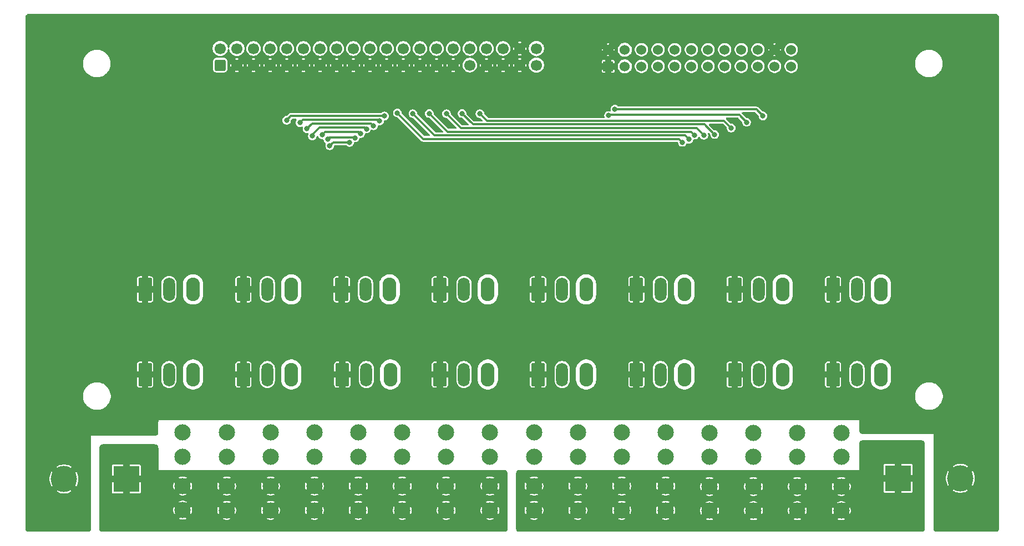
<source format=gbr>
%TF.GenerationSoftware,KiCad,Pcbnew,9.0.7*%
%TF.CreationDate,2026-01-16T01:14:39-05:00*%
%TF.ProjectId,PB_16,50425f31-362e-46b6-9963-61645f706362,v3*%
%TF.SameCoordinates,Original*%
%TF.FileFunction,Copper,L2,Bot*%
%TF.FilePolarity,Positive*%
%FSLAX46Y46*%
G04 Gerber Fmt 4.6, Leading zero omitted, Abs format (unit mm)*
G04 Created by KiCad (PCBNEW 9.0.7) date 2026-01-16 01:14:39*
%MOMM*%
%LPD*%
G01*
G04 APERTURE LIST*
G04 Aperture macros list*
%AMRoundRect*
0 Rectangle with rounded corners*
0 $1 Rounding radius*
0 $2 $3 $4 $5 $6 $7 $8 $9 X,Y pos of 4 corners*
0 Add a 4 corners polygon primitive as box body*
4,1,4,$2,$3,$4,$5,$6,$7,$8,$9,$2,$3,0*
0 Add four circle primitives for the rounded corners*
1,1,$1+$1,$2,$3*
1,1,$1+$1,$4,$5*
1,1,$1+$1,$6,$7*
1,1,$1+$1,$8,$9*
0 Add four rect primitives between the rounded corners*
20,1,$1+$1,$2,$3,$4,$5,0*
20,1,$1+$1,$4,$5,$6,$7,0*
20,1,$1+$1,$6,$7,$8,$9,0*
20,1,$1+$1,$8,$9,$2,$3,0*%
G04 Aperture macros list end*
%TA.AperFunction,ComponentPad*%
%ADD10RoundRect,0.250000X0.600000X-0.600000X0.600000X0.600000X-0.600000X0.600000X-0.600000X-0.600000X0*%
%TD*%
%TA.AperFunction,ComponentPad*%
%ADD11C,1.700000*%
%TD*%
%TA.AperFunction,ComponentPad*%
%ADD12RoundRect,0.291667X-0.758333X-1.508333X0.758333X-1.508333X0.758333X1.508333X-0.758333X1.508333X0*%
%TD*%
%TA.AperFunction,ComponentPad*%
%ADD13O,1.800000X3.600000*%
%TD*%
%TA.AperFunction,ComponentPad*%
%ADD14O,2.100000X3.600000*%
%TD*%
%TA.AperFunction,ComponentPad*%
%ADD15C,2.475000*%
%TD*%
%TA.AperFunction,ComponentPad*%
%ADD16C,1.530000*%
%TD*%
%TA.AperFunction,ComponentPad*%
%ADD17R,1.530000X1.530000*%
%TD*%
%TA.AperFunction,ComponentPad*%
%ADD18R,4.000000X4.000000*%
%TD*%
%TA.AperFunction,ComponentPad*%
%ADD19C,4.000000*%
%TD*%
%TA.AperFunction,ViaPad*%
%ADD20C,0.800000*%
%TD*%
%TA.AperFunction,Conductor*%
%ADD21C,0.350000*%
%TD*%
G04 APERTURE END LIST*
D10*
%TO.P,J19,1,Pin_1*%
%TO.N,unconnected-(J19-Pin_1-Pad1)*%
X-101176200Y47295700D03*
D11*
%TO.P,J19,2,Pin_2*%
%TO.N,+5V*%
X-101176200Y49835700D03*
%TO.P,J19,3,Pin_3*%
%TO.N,GND*%
X-98636200Y47295700D03*
%TO.P,J19,4,Pin_4*%
%TO.N,+5V*%
X-98636200Y49835700D03*
%TO.P,J19,5,Pin_5*%
%TO.N,GND*%
X-96096200Y47295700D03*
%TO.P,J19,6,Pin_6*%
%TO.N,Net-(J19-Pin_6)*%
X-96096200Y49835700D03*
%TO.P,J19,7,Pin_7*%
%TO.N,GND*%
X-93556200Y47295700D03*
%TO.P,J19,8,Pin_8*%
%TO.N,Net-(J19-Pin_8)*%
X-93556200Y49835700D03*
%TO.P,J19,9,Pin_9*%
%TO.N,GND*%
X-91016200Y47295700D03*
%TO.P,J19,10,Pin_10*%
%TO.N,Net-(J19-Pin_10)*%
X-91016200Y49835700D03*
%TO.P,J19,11,Pin_11*%
%TO.N,GND*%
X-88476200Y47295700D03*
%TO.P,J19,12,Pin_12*%
%TO.N,Net-(J19-Pin_12)*%
X-88476200Y49835700D03*
%TO.P,J19,13,Pin_13*%
%TO.N,GND*%
X-85936200Y47295700D03*
%TO.P,J19,14,Pin_14*%
%TO.N,Net-(J19-Pin_14)*%
X-85936200Y49835700D03*
%TO.P,J19,15,Pin_15*%
%TO.N,GND*%
X-83396200Y47295700D03*
%TO.P,J19,16,Pin_16*%
%TO.N,Net-(J19-Pin_16)*%
X-83396200Y49835700D03*
%TO.P,J19,17,Pin_17*%
%TO.N,GND*%
X-80856200Y47295700D03*
%TO.P,J19,18,Pin_18*%
%TO.N,Net-(J19-Pin_18)*%
X-80856200Y49835700D03*
%TO.P,J19,19,Pin_19*%
%TO.N,GND*%
X-78316200Y47295700D03*
%TO.P,J19,20,Pin_20*%
%TO.N,Net-(J19-Pin_20)*%
X-78316200Y49835700D03*
%TO.P,J19,21,Pin_21*%
%TO.N,GND*%
X-75776200Y47295700D03*
%TO.P,J19,22,Pin_22*%
%TO.N,Net-(J19-Pin_22)*%
X-75776200Y49835700D03*
%TO.P,J19,23,Pin_23*%
%TO.N,GND*%
X-73236200Y47295700D03*
%TO.P,J19,24,Pin_24*%
%TO.N,Net-(J19-Pin_24)*%
X-73236200Y49835700D03*
%TO.P,J19,25,Pin_25*%
%TO.N,GND*%
X-70696200Y47295700D03*
%TO.P,J19,26,Pin_26*%
%TO.N,Net-(J19-Pin_26)*%
X-70696200Y49835700D03*
%TO.P,J19,27,Pin_27*%
%TO.N,GND*%
X-68156200Y47295700D03*
%TO.P,J19,28,Pin_28*%
%TO.N,Net-(J19-Pin_28)*%
X-68156200Y49835700D03*
%TO.P,J19,29,Pin_29*%
%TO.N,GND*%
X-65616200Y47295700D03*
%TO.P,J19,30,Pin_30*%
%TO.N,unconnected-(J19-Pin_30-Pad30)*%
X-65616200Y49835700D03*
%TO.P,J19,31,Pin_31*%
%TO.N,Net-(J19-Pin_31)*%
X-63076200Y47295700D03*
%TO.P,J19,32,Pin_32*%
%TO.N,Net-(J19-Pin_32)*%
X-63076200Y49835700D03*
%TO.P,J19,33,Pin_33*%
%TO.N,GND*%
X-60536200Y47295700D03*
%TO.P,J19,34,Pin_34*%
%TO.N,Net-(J19-Pin_34)*%
X-60536200Y49835700D03*
%TO.P,J19,35,Pin_35*%
%TO.N,GND*%
X-57996200Y47295700D03*
%TO.P,J19,36,Pin_36*%
%TO.N,Net-(J19-Pin_36)*%
X-57996200Y49835700D03*
%TO.P,J19,37,Pin_37*%
%TO.N,GND*%
X-55456200Y47295700D03*
%TO.P,J19,38,Pin_38*%
X-55456200Y49835700D03*
%TO.P,J19,39,Pin_39*%
%TO.N,+5V*%
X-52916200Y47295700D03*
%TO.P,J19,40,Pin_40*%
X-52916200Y49835700D03*
%TD*%
D12*
%TO.P,J16,1,Pin_1*%
%TO.N,GND*%
X-7647200Y45700D03*
D13*
%TO.P,J16,2,Pin_2*%
%TO.N,/Output 9-16/DOUT16*%
X-3987200Y45700D03*
D14*
%TO.P,J16,3,Pin_3*%
%TO.N,/Output 9-16/VOUT16*%
X-327200Y45700D03*
%TD*%
D12*
%TO.P,J15,1,Pin_1*%
%TO.N,GND*%
X-7647200Y13045700D03*
D13*
%TO.P,J15,2,Pin_2*%
%TO.N,/Output 9-16/DOUT15*%
X-3987200Y13045700D03*
D14*
%TO.P,J15,3,Pin_3*%
%TO.N,/Output 9-16/VOUT15*%
X-327200Y13045700D03*
%TD*%
D12*
%TO.P,J14,1,Pin_1*%
%TO.N,GND*%
X-22647200Y45700D03*
D13*
%TO.P,J14,2,Pin_2*%
%TO.N,/Output 9-16/DOUT14*%
X-18987200Y45700D03*
D14*
%TO.P,J14,3,Pin_3*%
%TO.N,/Output 9-16/VOUT14*%
X-15327200Y45700D03*
%TD*%
D12*
%TO.P,J13,1,Pin_1*%
%TO.N,GND*%
X-22647200Y13045700D03*
D13*
%TO.P,J13,2,Pin_2*%
%TO.N,/Output 9-16/DOUT13*%
X-18987200Y13045700D03*
D14*
%TO.P,J13,3,Pin_3*%
%TO.N,/Output 9-16/VOUT13*%
X-15327200Y13045700D03*
%TD*%
D12*
%TO.P,J12,1,Pin_1*%
%TO.N,GND*%
X-37647200Y45700D03*
D13*
%TO.P,J12,2,Pin_2*%
%TO.N,/Output 9-16/DOUT12*%
X-33987200Y45700D03*
D14*
%TO.P,J12,3,Pin_3*%
%TO.N,/Output 9-16/VOUT12*%
X-30327200Y45700D03*
%TD*%
D12*
%TO.P,J11,1,Pin_1*%
%TO.N,GND*%
X-37647200Y13045700D03*
D13*
%TO.P,J11,2,Pin_2*%
%TO.N,/Output 9-16/DOUT11*%
X-33987200Y13045700D03*
D14*
%TO.P,J11,3,Pin_3*%
%TO.N,/Output 9-16/VOUT11*%
X-30327200Y13045700D03*
%TD*%
D12*
%TO.P,J10,1,Pin_1*%
%TO.N,GND*%
X-52647200Y45700D03*
D13*
%TO.P,J10,2,Pin_2*%
%TO.N,Net-(J10-Pin_2)*%
X-48987200Y45700D03*
D14*
%TO.P,J10,3,Pin_3*%
%TO.N,/Output 9-16/VOUT10*%
X-45327200Y45700D03*
%TD*%
D12*
%TO.P,J9,1,Pin_1*%
%TO.N,GND*%
X-52647200Y13045700D03*
D13*
%TO.P,J9,2,Pin_2*%
%TO.N,/Output 9-16/DOUT9*%
X-48987200Y13045700D03*
D14*
%TO.P,J9,3,Pin_3*%
%TO.N,/Output 9-16/VOUT9*%
X-45327200Y13045700D03*
%TD*%
D12*
%TO.P,J8,1,Pin_1*%
%TO.N,GND*%
X-67647200Y45700D03*
D13*
%TO.P,J8,2,Pin_2*%
%TO.N,/Output 1-8/DOUT8*%
X-63987200Y45700D03*
D14*
%TO.P,J8,3,Pin_3*%
%TO.N,/Output 1-8/VOUT8*%
X-60327200Y45700D03*
%TD*%
D12*
%TO.P,J7,1,Pin_1*%
%TO.N,GND*%
X-67647200Y13045700D03*
D13*
%TO.P,J7,2,Pin_2*%
%TO.N,/Output 1-8/DOUT7*%
X-63987200Y13045700D03*
D14*
%TO.P,J7,3,Pin_3*%
%TO.N,/Output 1-8/VOUT7*%
X-60327200Y13045700D03*
%TD*%
D12*
%TO.P,J6,1,Pin_1*%
%TO.N,GND*%
X-82532858Y45700D03*
D13*
%TO.P,J6,2,Pin_2*%
%TO.N,/Output 1-8/DOUT6*%
X-78872858Y45700D03*
D14*
%TO.P,J6,3,Pin_3*%
%TO.N,/Output 1-8/VOUT6*%
X-75212858Y45700D03*
%TD*%
D12*
%TO.P,J5,1,Pin_1*%
%TO.N,GND*%
X-82647200Y13045700D03*
D13*
%TO.P,J5,2,Pin_2*%
%TO.N,/Output 1-8/DOUT5*%
X-78987200Y13045700D03*
D14*
%TO.P,J5,3,Pin_3*%
%TO.N,/Output 1-8/VOUT5*%
X-75327200Y13045700D03*
%TD*%
D12*
%TO.P,J4,1,Pin_1*%
%TO.N,GND*%
X-97647200Y45700D03*
D13*
%TO.P,J4,2,Pin_2*%
%TO.N,/Output 1-8/DOUT4*%
X-93987200Y45700D03*
D14*
%TO.P,J4,3,Pin_3*%
%TO.N,/Output 1-8/VOUT4*%
X-90327200Y45700D03*
%TD*%
D12*
%TO.P,J3,1,Pin_1*%
%TO.N,GND*%
X-97647200Y13045700D03*
D13*
%TO.P,J3,2,Pin_2*%
%TO.N,/Output 1-8/DOUT3*%
X-93987200Y13045700D03*
D14*
%TO.P,J3,3,Pin_3*%
%TO.N,/Output 1-8/VOUT3*%
X-90327200Y13045700D03*
%TD*%
D12*
%TO.P,J2,1,Pin_1*%
%TO.N,GND*%
X-112647200Y45700D03*
D13*
%TO.P,J2,2,Pin_2*%
%TO.N,/Output 1-8/DOUT2*%
X-108987200Y45700D03*
D14*
%TO.P,J2,3,Pin_3*%
%TO.N,/Output 1-8/VOUT2*%
X-105327200Y45700D03*
%TD*%
D12*
%TO.P,J1,1,Pin_1*%
%TO.N,GND*%
X-112647200Y13045700D03*
D13*
%TO.P,J1,2,Pin_2*%
%TO.N,/Output 1-8/DOUT1*%
X-108987200Y13045700D03*
D14*
%TO.P,J1,3,Pin_3*%
%TO.N,/Output 1-8/VOUT1*%
X-105327200Y13045700D03*
%TD*%
D15*
%TO.P,F16,1_1,1*%
%TO.N,VIN2*%
X-6388100Y-20760100D03*
%TO.P,F16,1_2,1*%
X-6388100Y-17060100D03*
%TO.P,F16,2_1,2*%
%TO.N,/Output 9-16/VOUT16*%
X-6388100Y-12560100D03*
%TO.P,F16,2_2,2*%
X-6388100Y-8860100D03*
%TD*%
%TO.P,F15,1_1,1*%
%TO.N,VIN2*%
X-13088538Y-20760100D03*
%TO.P,F15,1_2,1*%
X-13088538Y-17060100D03*
%TO.P,F15,2_1,2*%
%TO.N,/Output 9-16/VOUT15*%
X-13088538Y-12560100D03*
%TO.P,F15,2_2,2*%
X-13088538Y-8860100D03*
%TD*%
%TO.P,F14,1_1,1*%
%TO.N,VIN2*%
X-19788971Y-20760100D03*
%TO.P,F14,1_2,1*%
X-19788971Y-17060100D03*
%TO.P,F14,2_1,2*%
%TO.N,/Output 9-16/VOUT14*%
X-19788971Y-12560100D03*
%TO.P,F14,2_2,2*%
X-19788971Y-8860100D03*
%TD*%
%TO.P,F13,1_1,1*%
%TO.N,VIN2*%
X-26489404Y-20760100D03*
%TO.P,F13,1_2,1*%
X-26489404Y-17060100D03*
%TO.P,F13,2_1,2*%
%TO.N,/Output 9-16/VOUT13*%
X-26489404Y-12560100D03*
%TO.P,F13,2_2,2*%
X-26489404Y-8860100D03*
%TD*%
%TO.P,F12,1_1,1*%
%TO.N,VIN2*%
X-33189837Y-20695100D03*
%TO.P,F12,1_2,1*%
X-33189837Y-16995100D03*
%TO.P,F12,2_1,2*%
%TO.N,/Output 9-16/VOUT12*%
X-33189837Y-12495100D03*
%TO.P,F12,2_2,2*%
X-33189837Y-8795100D03*
%TD*%
%TO.P,F11,1_1,1*%
%TO.N,VIN2*%
X-39890270Y-20695100D03*
%TO.P,F11,1_2,1*%
X-39890270Y-16995100D03*
%TO.P,F11,2_1,2*%
%TO.N,/Output 9-16/VOUT11*%
X-39890270Y-12495100D03*
%TO.P,F11,2_2,2*%
X-39890270Y-8795100D03*
%TD*%
%TO.P,F10,1_1,1*%
%TO.N,VIN2*%
X-46590703Y-20695100D03*
%TO.P,F10,1_2,1*%
X-46590703Y-16995100D03*
%TO.P,F10,2_1,2*%
%TO.N,/Output 9-16/VOUT10*%
X-46590703Y-12495100D03*
%TO.P,F10,2_2,2*%
X-46590703Y-8795100D03*
%TD*%
%TO.P,F9,1_1,1*%
%TO.N,VIN2*%
X-53291136Y-20695100D03*
%TO.P,F9,1_2,1*%
X-53291136Y-16995100D03*
%TO.P,F9,2_1,2*%
%TO.N,/Output 9-16/VOUT9*%
X-53291136Y-12495100D03*
%TO.P,F9,2_2,2*%
X-53291136Y-8795100D03*
%TD*%
%TO.P,F8,1_1,1*%
%TO.N,VIN1*%
X-59991569Y-20695100D03*
%TO.P,F8,1_2,1*%
X-59991569Y-16995100D03*
%TO.P,F8,2_1,2*%
%TO.N,/Output 1-8/VOUT8*%
X-59991569Y-12495100D03*
%TO.P,F8,2_2,2*%
X-59991569Y-8795100D03*
%TD*%
%TO.P,F7,1_1,1*%
%TO.N,VIN1*%
X-66692002Y-20695100D03*
%TO.P,F7,1_2,1*%
X-66692002Y-16995100D03*
%TO.P,F7,2_1,2*%
%TO.N,/Output 1-8/VOUT7*%
X-66692002Y-12495100D03*
%TO.P,F7,2_2,2*%
X-66692002Y-8795100D03*
%TD*%
%TO.P,F6,1_1,1*%
%TO.N,VIN1*%
X-73392435Y-20695100D03*
%TO.P,F6,1_2,1*%
X-73392435Y-16995100D03*
%TO.P,F6,2_1,2*%
%TO.N,/Output 1-8/VOUT6*%
X-73392435Y-12495100D03*
%TO.P,F6,2_2,2*%
X-73392435Y-8795100D03*
%TD*%
%TO.P,F5,1_1,1*%
%TO.N,VIN1*%
X-80092868Y-20695100D03*
%TO.P,F5,1_2,1*%
X-80092868Y-16995100D03*
%TO.P,F5,2_1,2*%
%TO.N,/Output 1-8/VOUT5*%
X-80092868Y-12495100D03*
%TO.P,F5,2_2,2*%
X-80092868Y-8795100D03*
%TD*%
%TO.P,F4,1_1,1*%
%TO.N,VIN1*%
X-86793301Y-20700100D03*
%TO.P,F4,1_2,1*%
X-86793301Y-17000100D03*
%TO.P,F4,2_1,2*%
%TO.N,/Output 1-8/VOUT4*%
X-86793301Y-12500100D03*
%TO.P,F4,2_2,2*%
X-86793301Y-8800100D03*
%TD*%
%TO.P,F3,1_1,1*%
%TO.N,VIN1*%
X-93493734Y-20700100D03*
%TO.P,F3,1_2,1*%
X-93493734Y-17000100D03*
%TO.P,F3,2_1,2*%
%TO.N,/Output 1-8/VOUT3*%
X-93493734Y-12500100D03*
%TO.P,F3,2_2,2*%
X-93493734Y-8800100D03*
%TD*%
%TO.P,F2,1_1,1*%
%TO.N,VIN1*%
X-100194167Y-20700100D03*
%TO.P,F2,1_2,1*%
X-100194167Y-17000100D03*
%TO.P,F2,2_1,2*%
%TO.N,/Output 1-8/VOUT2*%
X-100194167Y-12500100D03*
%TO.P,F2,2_2,2*%
X-100194167Y-8800100D03*
%TD*%
%TO.P,F1,1_1,1*%
%TO.N,VIN1*%
X-106894600Y-20685100D03*
%TO.P,F1,1_2,1*%
X-106894600Y-16985100D03*
%TO.P,F1,2_1,2*%
%TO.N,/Output 1-8/VOUT1*%
X-106894600Y-12485100D03*
%TO.P,F1,2_2,2*%
X-106894600Y-8785100D03*
%TD*%
D16*
%TO.P,J20,24,Pin_24*%
%TO.N,unconnected-(J20-Pin_24-Pad24)*%
X-14016200Y49655700D03*
%TO.P,J20,23,Pin_23*%
%TO.N,unconnected-(J20-Pin_23-Pad23)*%
X-14016200Y47115700D03*
%TO.P,J20,22,Pin_22*%
%TO.N,GND*%
X-16556200Y49655700D03*
%TO.P,J20,21,Pin_21*%
%TO.N,unconnected-(J20-Pin_21-Pad21)*%
X-16556200Y47115700D03*
%TO.P,J20,20,Pin_20*%
%TO.N,Net-(J20-Pin_20)*%
X-19096200Y49655700D03*
%TO.P,J20,19,Pin_19*%
%TO.N,Net-(J20-Pin_19)*%
X-19096200Y47115700D03*
%TO.P,J20,18,Pin_18*%
%TO.N,Net-(J20-Pin_18)*%
X-21636200Y49655700D03*
%TO.P,J20,17,Pin_17*%
%TO.N,Net-(J20-Pin_17)*%
X-21636200Y47115700D03*
%TO.P,J20,16,Pin_16*%
%TO.N,Net-(J20-Pin_16)*%
X-24176200Y49655700D03*
%TO.P,J20,15,Pin_15*%
%TO.N,Net-(J20-Pin_15)*%
X-24176200Y47115700D03*
%TO.P,J20,14,Pin_14*%
%TO.N,Net-(J20-Pin_14)*%
X-26716200Y49655700D03*
%TO.P,J20,13,Pin_13*%
%TO.N,Net-(J20-Pin_13)*%
X-26716200Y47115700D03*
%TO.P,J20,12,Pin_12*%
%TO.N,Net-(J20-Pin_12)*%
X-29256200Y49655700D03*
%TO.P,J20,11,Pin_11*%
%TO.N,Net-(J20-Pin_11)*%
X-29256200Y47115700D03*
%TO.P,J20,10,Pin_10*%
%TO.N,Net-(J20-Pin_10)*%
X-31796200Y49655700D03*
%TO.P,J20,9,Pin_9*%
%TO.N,Net-(J20-Pin_9)*%
X-31796200Y47115700D03*
%TO.P,J20,8,Pin_8*%
%TO.N,Net-(J20-Pin_8)*%
X-34336200Y49655700D03*
%TO.P,J20,7,Pin_7*%
%TO.N,Net-(J20-Pin_7)*%
X-34336200Y47115700D03*
%TO.P,J20,6,Pin_6*%
%TO.N,Net-(J20-Pin_6)*%
X-36876200Y49655700D03*
%TO.P,J20,5,Pin_5*%
%TO.N,Net-(J20-Pin_5)*%
X-36876200Y47115700D03*
%TO.P,J20,4,Pin_4*%
%TO.N,+5V*%
X-39416200Y49655700D03*
%TO.P,J20,3,Pin_3*%
X-39416200Y47115700D03*
%TO.P,J20,2,Pin_2*%
%TO.N,GND*%
X-41956200Y49655700D03*
D17*
%TO.P,J20,1,Pin_1*%
X-41956200Y47115700D03*
%TD*%
D18*
%TO.P,J17,1,P1*%
%TO.N,VIN1*%
X-115516200Y-15914300D03*
D19*
%TO.P,J17,2,P2*%
%TO.N,GND*%
X-125016200Y-15914300D03*
%TD*%
D18*
%TO.P,J18,1,P1*%
%TO.N,VIN2*%
X2283800Y-15814300D03*
D19*
%TO.P,J18,2,P2*%
%TO.N,GND*%
X11783800Y-15814300D03*
%TD*%
D20*
%TO.N,OUT18*%
X-76866200Y38761200D03*
%TO.N,GND*%
X-21016200Y24035700D03*
X-24756200Y23935700D03*
X-80316200Y24135700D03*
X-84066200Y24005700D03*
X-23746200Y31398200D03*
X-6616200Y25485700D03*
X-10216200Y32435700D03*
X15223800Y9345700D03*
X-91106200Y31398200D03*
X-11216200Y30135700D03*
X-12466200Y30135700D03*
X-13666200Y30135700D03*
X-128536200Y9175700D03*
X-10216200Y31135700D03*
X-13616200Y33385700D03*
X-32016200Y31398200D03*
X-11216200Y33385700D03*
X-12416200Y33385700D03*
X-82346200Y31415700D03*
%TO.N,OUT32*%
X-18347450Y39541950D03*
X-40941200Y40585700D03*
%TO.N,OUT31*%
X-41891200Y39610700D03*
X-20822450Y38566950D03*
%TO.N,OUT23*%
X-81431045Y35500545D03*
X-84466200Y34975700D03*
%TO.N,OUT30*%
X-61541200Y39885700D03*
X-23184950Y37704450D03*
%TO.N,OUT22*%
X-84756200Y35995700D03*
X-80616200Y36185700D03*
%TO.N,OUT21*%
X-79766200Y36860700D03*
X-85616200Y36635700D03*
%TO.N,OUT20*%
X-87116200Y36465700D03*
X-78866200Y37560700D03*
%TO.N,OUT27*%
X-69266200Y39910700D03*
X-28776199Y36613201D03*
%TO.N,OUT19*%
X-77766200Y38035700D03*
X-87941200Y37585700D03*
%TO.N,OUT26*%
X-71766200Y39885700D03*
X-29646200Y35965700D03*
%TO.N,OUT18*%
X-89026200Y38515700D03*
%TO.N,OUT25*%
X-30636200Y35515700D03*
X-74141200Y40010700D03*
%TO.N,OUT17*%
X-91036200Y38885700D03*
X-76091200Y39535700D03*
%TO.N,OUT29*%
X-25697450Y36691950D03*
X-64266200Y39910700D03*
%TO.N,OUT28*%
X-66641200Y39885700D03*
X-27366200Y36585700D03*
%TD*%
D21*
%TO.N,OUT19*%
X-87141200Y38385700D02*
X-87941200Y37585700D01*
X-78116200Y38385700D02*
X-87141200Y38385700D01*
X-77766200Y38035700D02*
X-78116200Y38385700D01*
%TO.N,OUT20*%
X-85996200Y37785700D02*
X-79091200Y37785700D01*
X-87116200Y36665700D02*
X-85996200Y37785700D01*
X-87116200Y36465700D02*
X-87116200Y36665700D01*
X-79091200Y37785700D02*
X-78866200Y37560700D01*
%TO.N,OUT21*%
X-79991200Y37085700D02*
X-79766200Y36860700D01*
X-85166200Y37085700D02*
X-79991200Y37085700D01*
X-85616200Y36635700D02*
X-85166200Y37085700D01*
%TO.N,OUT22*%
X-80716200Y36285700D02*
X-80616200Y36185700D01*
X-84466200Y36285700D02*
X-80716200Y36285700D01*
X-84756200Y35995700D02*
X-84466200Y36285700D01*
%TO.N,OUT17*%
X-76091200Y39535700D02*
X-90386200Y39535700D01*
X-90386200Y39535700D02*
X-91036200Y38885700D01*
%TO.N,OUT18*%
X-88555701Y38986199D02*
X-89026200Y38515700D01*
X-76866200Y38761200D02*
X-77091199Y38986199D01*
X-77091199Y38986199D02*
X-88555701Y38986199D01*
%TO.N,OUT23*%
X-83941355Y35500545D02*
X-84466200Y34975700D01*
X-81431045Y35500545D02*
X-83941355Y35500545D01*
%TO.N,OUT25*%
X-31156200Y36035700D02*
X-30636200Y35515700D01*
X-74141200Y40010700D02*
X-70166200Y36035700D01*
X-70166200Y36035700D02*
X-31156200Y36035700D01*
%TO.N,OUT26*%
X-30265701Y36585201D02*
X-29646200Y35965700D01*
X-68465701Y36585201D02*
X-30265701Y36585201D01*
X-71766200Y39885700D02*
X-68465701Y36585201D01*
%TO.N,OUT27*%
X-29297700Y37134702D02*
X-28776199Y36613201D01*
X-66490202Y37134702D02*
X-29297700Y37134702D01*
X-69266200Y39910700D02*
X-66490202Y37134702D01*
%TO.N,OUT32*%
X-19341200Y40535700D02*
X-40891200Y40535700D01*
X-40891200Y40535700D02*
X-40941200Y40585700D01*
X-18347450Y39541950D02*
X-19341200Y40535700D01*
%TO.N,OUT31*%
X-41791200Y39710700D02*
X-41891200Y39610700D01*
X-21966200Y39710700D02*
X-41791200Y39710700D01*
X-20822450Y38566950D02*
X-21966200Y39710700D01*
%TO.N,OUT30*%
X-23184950Y37704450D02*
X-24276703Y38796203D01*
X-24276703Y38796203D02*
X-60451703Y38796203D01*
X-60451703Y38796203D02*
X-61541200Y39885700D01*
%TO.N,OUT29*%
X-62602202Y38246702D02*
X-64266200Y39910700D01*
X-27252202Y38246702D02*
X-62602202Y38246702D01*
X-25697450Y36691950D02*
X-27252202Y38246702D01*
%TO.N,OUT28*%
X-27366200Y36585700D02*
X-28477701Y37697201D01*
X-64439703Y37684203D02*
X-66641200Y39885700D01*
X-32170369Y37697201D02*
X-32183367Y37684203D01*
X-32183367Y37684203D02*
X-64439703Y37684203D01*
X-28477701Y37697201D02*
X-32170369Y37697201D01*
%TD*%
%TA.AperFunction,Conductor*%
%TO.N,GND*%
G36*
X17350207Y55100610D02*
G01*
X17414476Y55073989D01*
X17442959Y55057544D01*
X17521853Y54997006D01*
X17545105Y54973754D01*
X17597402Y54905599D01*
X17605642Y54894861D01*
X17622087Y54866378D01*
X17648709Y54802107D01*
X17658300Y54753890D01*
X17658300Y-23632489D01*
X17648709Y-23680707D01*
X17622088Y-23744976D01*
X17605641Y-23773462D01*
X17545108Y-23852350D01*
X17521849Y-23875609D01*
X17442960Y-23936142D01*
X17414476Y-23952587D01*
X17350209Y-23979208D01*
X17301990Y-23988800D01*
X8065610Y-23988800D01*
X8017393Y-23979209D01*
X7953122Y-23952587D01*
X7924639Y-23936142D01*
X7913901Y-23927902D01*
X7845746Y-23875605D01*
X7822494Y-23852353D01*
X7761956Y-23773458D01*
X7745513Y-23744979D01*
X7707455Y-23653099D01*
X7698945Y-23621337D01*
X7684878Y-23514487D01*
X7683800Y-23498041D01*
X7683800Y-15670101D01*
X9583800Y-15670101D01*
X9583800Y-15958498D01*
X9621441Y-16244412D01*
X9696084Y-16522983D01*
X9806448Y-16789424D01*
X9806453Y-16789435D01*
X9914469Y-16976523D01*
X9914470Y-16976523D01*
X10943617Y-15947375D01*
X10966465Y-16062236D01*
X11030540Y-16216926D01*
X11123562Y-16356144D01*
X11241956Y-16474538D01*
X11381174Y-16567560D01*
X11535864Y-16631635D01*
X11650722Y-16654481D01*
X10621574Y-17683629D01*
X10621574Y-17683630D01*
X10808664Y-17791646D01*
X10808675Y-17791651D01*
X11075116Y-17902015D01*
X11353687Y-17976658D01*
X11639601Y-18014299D01*
X11639611Y-18014300D01*
X11927989Y-18014300D01*
X11927998Y-18014299D01*
X12213912Y-17976658D01*
X12492483Y-17902015D01*
X12758924Y-17791651D01*
X12758935Y-17791646D01*
X12946024Y-17683630D01*
X11916876Y-16654481D01*
X12031736Y-16631635D01*
X12186426Y-16567560D01*
X12325644Y-16474538D01*
X12444038Y-16356144D01*
X12537060Y-16216926D01*
X12601135Y-16062236D01*
X12623982Y-15947376D01*
X13653130Y-16976524D01*
X13761146Y-16789435D01*
X13761151Y-16789424D01*
X13871515Y-16522983D01*
X13946158Y-16244412D01*
X13983799Y-15958498D01*
X13983800Y-15958489D01*
X13983800Y-15670111D01*
X13983799Y-15670101D01*
X13946158Y-15384187D01*
X13871515Y-15105616D01*
X13761151Y-14839175D01*
X13761146Y-14839164D01*
X13653129Y-14652074D01*
X12623981Y-15681222D01*
X12601135Y-15566364D01*
X12537060Y-15411674D01*
X12444038Y-15272456D01*
X12325644Y-15154062D01*
X12186426Y-15061040D01*
X12031736Y-14996965D01*
X11916876Y-14974118D01*
X12946023Y-13944970D01*
X12946023Y-13944969D01*
X12758935Y-13836953D01*
X12758924Y-13836948D01*
X12492483Y-13726584D01*
X12213912Y-13651941D01*
X11927998Y-13614300D01*
X11639601Y-13614300D01*
X11353687Y-13651941D01*
X11075116Y-13726584D01*
X10808678Y-13836946D01*
X10808673Y-13836949D01*
X10621574Y-13944969D01*
X11650723Y-14974118D01*
X11535864Y-14996965D01*
X11381174Y-15061040D01*
X11241956Y-15154062D01*
X11123562Y-15272456D01*
X11030540Y-15411674D01*
X10966465Y-15566364D01*
X10943618Y-15681223D01*
X9914469Y-14652074D01*
X9806449Y-14839173D01*
X9806446Y-14839178D01*
X9696084Y-15105616D01*
X9621441Y-15384187D01*
X9583800Y-15670101D01*
X7683800Y-15670101D01*
X7683800Y-9014300D01*
X7683799Y-9014300D01*
X7175260Y-9014838D01*
X7175261Y-9014839D01*
X2024000Y-9020300D01*
X-3118998Y-9025751D01*
X-3135457Y-9024689D01*
X-3242388Y-9010717D01*
X-3274189Y-9002226D01*
X-3366149Y-8964220D01*
X-3394664Y-8947784D01*
X-3473643Y-8887260D01*
X-3496931Y-8863997D01*
X-3557541Y-8785080D01*
X-3574008Y-8756582D01*
X-3612114Y-8664656D01*
X-3620635Y-8632875D01*
X-3634721Y-8525950D01*
X-3635800Y-8509494D01*
X-3635800Y-6943500D01*
X-4143800Y-6943500D01*
X-110108800Y-6943500D01*
X-110616200Y-6943500D01*
X-110616799Y-7450900D01*
X-110618392Y-8798649D01*
X-110619488Y-8815081D01*
X-110633659Y-8921831D01*
X-110642197Y-8953572D01*
X-110680304Y-9045339D01*
X-110696760Y-9073789D01*
X-110757302Y-9152577D01*
X-110780558Y-9175805D01*
X-110859420Y-9236256D01*
X-110887891Y-9252679D01*
X-110979702Y-9290676D01*
X-111011450Y-9299176D01*
X-111118220Y-9313223D01*
X-111134655Y-9314300D01*
X-120916200Y-9314300D01*
X-120916200Y-23498041D01*
X-120917278Y-23514487D01*
X-120917278Y-23514488D01*
X-120931345Y-23621334D01*
X-120939858Y-23653105D01*
X-120977912Y-23744976D01*
X-120994359Y-23773462D01*
X-121054892Y-23852350D01*
X-121078151Y-23875609D01*
X-121157040Y-23936142D01*
X-121185524Y-23952587D01*
X-121249791Y-23979208D01*
X-121298010Y-23988800D01*
X-130534390Y-23988800D01*
X-130582607Y-23979209D01*
X-130646878Y-23952587D01*
X-130675361Y-23936142D01*
X-130686099Y-23927902D01*
X-130754254Y-23875605D01*
X-130777506Y-23852353D01*
X-130838044Y-23773458D01*
X-130854488Y-23744979D01*
X-130881110Y-23680705D01*
X-130890700Y-23632489D01*
X-130890700Y-15770101D01*
X-127216200Y-15770101D01*
X-127216200Y-16058498D01*
X-127178559Y-16344412D01*
X-127103916Y-16622983D01*
X-126993552Y-16889424D01*
X-126993547Y-16889435D01*
X-126885531Y-17076523D01*
X-126885530Y-17076523D01*
X-125856383Y-16047375D01*
X-125833535Y-16162236D01*
X-125769460Y-16316926D01*
X-125676438Y-16456144D01*
X-125558044Y-16574538D01*
X-125418826Y-16667560D01*
X-125264136Y-16731635D01*
X-125149278Y-16754481D01*
X-126178426Y-17783629D01*
X-126178426Y-17783630D01*
X-125991336Y-17891646D01*
X-125991325Y-17891651D01*
X-125724884Y-18002015D01*
X-125446313Y-18076658D01*
X-125160399Y-18114299D01*
X-125160389Y-18114300D01*
X-124872011Y-18114300D01*
X-124872002Y-18114299D01*
X-124586088Y-18076658D01*
X-124307517Y-18002015D01*
X-124041076Y-17891651D01*
X-124041065Y-17891646D01*
X-123853976Y-17783630D01*
X-124883124Y-16754481D01*
X-124768264Y-16731635D01*
X-124613574Y-16667560D01*
X-124474356Y-16574538D01*
X-124355962Y-16456144D01*
X-124262940Y-16316926D01*
X-124198865Y-16162236D01*
X-124176018Y-16047376D01*
X-123146870Y-17076524D01*
X-123038854Y-16889435D01*
X-123038849Y-16889424D01*
X-122928485Y-16622983D01*
X-122853842Y-16344412D01*
X-122816201Y-16058498D01*
X-122816200Y-16058489D01*
X-122816200Y-15770111D01*
X-122816201Y-15770101D01*
X-122853842Y-15484187D01*
X-122928485Y-15205616D01*
X-123038849Y-14939175D01*
X-123038854Y-14939164D01*
X-123146871Y-14752074D01*
X-124176019Y-15781222D01*
X-124198865Y-15666364D01*
X-124262940Y-15511674D01*
X-124355962Y-15372456D01*
X-124474356Y-15254062D01*
X-124613574Y-15161040D01*
X-124768264Y-15096965D01*
X-124883124Y-15074118D01*
X-123853977Y-14044970D01*
X-123853977Y-14044969D01*
X-124041065Y-13936953D01*
X-124041076Y-13936948D01*
X-124307517Y-13826584D01*
X-124586088Y-13751941D01*
X-124872002Y-13714300D01*
X-125160399Y-13714300D01*
X-125446313Y-13751941D01*
X-125724884Y-13826584D01*
X-125991322Y-13936946D01*
X-125991327Y-13936949D01*
X-126178426Y-14044969D01*
X-125149277Y-15074118D01*
X-125264136Y-15096965D01*
X-125418826Y-15161040D01*
X-125558044Y-15254062D01*
X-125676438Y-15372456D01*
X-125769460Y-15511674D01*
X-125833535Y-15666364D01*
X-125856382Y-15781223D01*
X-126885531Y-14752074D01*
X-126993551Y-14939173D01*
X-126993554Y-14939178D01*
X-127103916Y-15205616D01*
X-127178559Y-15484187D01*
X-127216200Y-15770101D01*
X-130890700Y-15770101D01*
X-130890700Y-3125423D01*
X-122090100Y-3125423D01*
X-122090100Y-3400776D01*
X-122054162Y-3673759D01*
X-121982895Y-3939731D01*
X-121877523Y-4194122D01*
X-121877517Y-4194133D01*
X-121739852Y-4432575D01*
X-121572228Y-4651028D01*
X-121572219Y-4651038D01*
X-121377539Y-4845718D01*
X-121377529Y-4845727D01*
X-121159076Y-5013351D01*
X-120920634Y-5151016D01*
X-120920623Y-5151022D01*
X-120920621Y-5151023D01*
X-120666232Y-5256395D01*
X-120400266Y-5327660D01*
X-120400262Y-5327660D01*
X-120400260Y-5327661D01*
X-120329904Y-5336923D01*
X-120127274Y-5363600D01*
X-120127267Y-5363600D01*
X-119851933Y-5363600D01*
X-119851926Y-5363600D01*
X-119605209Y-5331119D01*
X-119578941Y-5327661D01*
X-119578941Y-5327660D01*
X-119578934Y-5327660D01*
X-119312968Y-5256395D01*
X-119058579Y-5151023D01*
X-118820121Y-5013349D01*
X-118601672Y-4845728D01*
X-118406972Y-4651028D01*
X-118239351Y-4432579D01*
X-118101677Y-4194121D01*
X-117996305Y-3939732D01*
X-117925040Y-3673766D01*
X-117889100Y-3400774D01*
X-117889100Y-3125426D01*
X-117889100Y-3125423D01*
X4909900Y-3125423D01*
X4909900Y-3400776D01*
X4945838Y-3673759D01*
X5017105Y-3939731D01*
X5122477Y-4194122D01*
X5122483Y-4194133D01*
X5260148Y-4432575D01*
X5427772Y-4651028D01*
X5427781Y-4651038D01*
X5622461Y-4845718D01*
X5622471Y-4845727D01*
X5840924Y-5013351D01*
X6079366Y-5151016D01*
X6079377Y-5151022D01*
X6079379Y-5151023D01*
X6333768Y-5256395D01*
X6599734Y-5327660D01*
X6599738Y-5327660D01*
X6599740Y-5327661D01*
X6670096Y-5336923D01*
X6872726Y-5363600D01*
X6872733Y-5363600D01*
X7148067Y-5363600D01*
X7148074Y-5363600D01*
X7394791Y-5331119D01*
X7421059Y-5327661D01*
X7421059Y-5327660D01*
X7421066Y-5327660D01*
X7687032Y-5256395D01*
X7941421Y-5151023D01*
X8179879Y-5013349D01*
X8398328Y-4845728D01*
X8593028Y-4651028D01*
X8760649Y-4432579D01*
X8898323Y-4194121D01*
X9003695Y-3939732D01*
X9074960Y-3673766D01*
X9110900Y-3400774D01*
X9110900Y-3125426D01*
X9074960Y-2852434D01*
X9003695Y-2586468D01*
X8898323Y-2332079D01*
X8898322Y-2332077D01*
X8898316Y-2332066D01*
X8760651Y-2093624D01*
X8712142Y-2030406D01*
X8593028Y-1875172D01*
X8593027Y-1875171D01*
X8593018Y-1875161D01*
X8398338Y-1680481D01*
X8398328Y-1680472D01*
X8252030Y-1568214D01*
X8179879Y-1512851D01*
X8179878Y-1512850D01*
X8179875Y-1512848D01*
X7941433Y-1375183D01*
X7941422Y-1375177D01*
X7814226Y-1322491D01*
X7687032Y-1269805D01*
X7421066Y-1198540D01*
X7421059Y-1198538D01*
X7148076Y-1162600D01*
X7148074Y-1162600D01*
X6872726Y-1162600D01*
X6872723Y-1162600D01*
X6599740Y-1198538D01*
X6333768Y-1269805D01*
X6079377Y-1375177D01*
X6079366Y-1375183D01*
X5840924Y-1512848D01*
X5622471Y-1680472D01*
X5622461Y-1680481D01*
X5427781Y-1875161D01*
X5427772Y-1875171D01*
X5260148Y-2093624D01*
X5122483Y-2332066D01*
X5122477Y-2332077D01*
X5017105Y-2586468D01*
X4945838Y-2852440D01*
X4909900Y-3125423D01*
X-117889100Y-3125423D01*
X-117925040Y-2852434D01*
X-117996305Y-2586468D01*
X-118101677Y-2332079D01*
X-118101678Y-2332077D01*
X-118101684Y-2332066D01*
X-118239349Y-2093624D01*
X-118287858Y-2030406D01*
X-118406972Y-1875172D01*
X-118406973Y-1875171D01*
X-118406982Y-1875161D01*
X-118601662Y-1680481D01*
X-118601672Y-1680472D01*
X-118747970Y-1568214D01*
X-118820121Y-1512851D01*
X-118820122Y-1512850D01*
X-118820125Y-1512848D01*
X-118825664Y-1509650D01*
X-113897199Y-1509650D01*
X-113897198Y-1509671D01*
X-113890905Y-1568214D01*
X-113841494Y-1700691D01*
X-113756770Y-1813869D01*
X-113643592Y-1898593D01*
X-113511118Y-1948003D01*
X-113452561Y-1954299D01*
X-113147200Y-1954299D01*
X-112147200Y-1954299D01*
X-111841849Y-1954299D01*
X-111841829Y-1954297D01*
X-111783286Y-1948004D01*
X-111650809Y-1898593D01*
X-111537631Y-1813869D01*
X-111452907Y-1700691D01*
X-111403497Y-1568217D01*
X-111397201Y-1509666D01*
X-111397200Y-1509654D01*
X-111397200Y-454300D01*
X-112147200Y-454300D01*
X-112147200Y-1954299D01*
X-113147200Y-1954299D01*
X-113147200Y-454300D01*
X-113897199Y-454300D01*
X-113897199Y-1509650D01*
X-118825664Y-1509650D01*
X-119058567Y-1375183D01*
X-119058578Y-1375177D01*
X-119185774Y-1322491D01*
X-119312968Y-1269805D01*
X-119578934Y-1198540D01*
X-119578941Y-1198538D01*
X-119851924Y-1162600D01*
X-119851926Y-1162600D01*
X-120127274Y-1162600D01*
X-120127277Y-1162600D01*
X-120400260Y-1198538D01*
X-120666232Y-1269805D01*
X-120920623Y-1375177D01*
X-120920634Y-1375183D01*
X-121159076Y-1512848D01*
X-121377529Y-1680472D01*
X-121377539Y-1680481D01*
X-121572219Y-1875161D01*
X-121572228Y-1875171D01*
X-121739852Y-2093624D01*
X-121877517Y-2332066D01*
X-121877523Y-2332077D01*
X-121982895Y-2586468D01*
X-122054162Y-2852440D01*
X-122090100Y-3125423D01*
X-130890700Y-3125423D01*
X-130890700Y124691D01*
X-113372200Y124691D01*
X-113372200Y-33291D01*
X-113331311Y-185891D01*
X-113252319Y-322708D01*
X-113140608Y-434419D01*
X-113003791Y-513411D01*
X-112851191Y-554300D01*
X-112443209Y-554300D01*
X-112290609Y-513411D01*
X-112153792Y-434419D01*
X-112042081Y-322708D01*
X-111963089Y-185891D01*
X-111922200Y-33291D01*
X-111922200Y124691D01*
X-111963089Y277291D01*
X-112042081Y414108D01*
X-112153792Y525819D01*
X-112188227Y545700D01*
X-112147200Y545700D01*
X-111397201Y545700D01*
X-111397201Y1036561D01*
X-110141700Y1036561D01*
X-110141700Y-945161D01*
X-110122342Y-1067380D01*
X-110113271Y-1124651D01*
X-110057119Y-1297469D01*
X-110057117Y-1297474D01*
X-110017525Y-1375177D01*
X-109974615Y-1459393D01*
X-109867802Y-1606408D01*
X-109739309Y-1734901D01*
X-109739306Y-1734903D01*
X-109592290Y-1841717D01*
X-109430374Y-1924217D01*
X-109257546Y-1980372D01*
X-109078061Y-2008800D01*
X-109078058Y-2008800D01*
X-108896342Y-2008800D01*
X-108896339Y-2008800D01*
X-108716854Y-1980372D01*
X-108544026Y-1924217D01*
X-108382110Y-1841717D01*
X-108235094Y-1734903D01*
X-108106597Y-1606406D01*
X-107999783Y-1459390D01*
X-107917283Y-1297474D01*
X-107861128Y-1124646D01*
X-107832700Y-945161D01*
X-107832700Y917727D01*
X-106877700Y917727D01*
X-106877700Y-826327D01*
X-106858878Y-945161D01*
X-106839520Y-1067380D01*
X-106764758Y-1297474D01*
X-106764104Y-1299485D01*
X-106653306Y-1516939D01*
X-106509855Y-1714383D01*
X-106509853Y-1714385D01*
X-106509851Y-1714388D01*
X-106337289Y-1886950D01*
X-106337286Y-1886952D01*
X-106337283Y-1886955D01*
X-106139839Y-2030406D01*
X-105922385Y-2141204D01*
X-105690276Y-2216621D01*
X-105449227Y-2254800D01*
X-105449224Y-2254800D01*
X-105205176Y-2254800D01*
X-105205173Y-2254800D01*
X-104964124Y-2216621D01*
X-104732015Y-2141204D01*
X-104514561Y-2030406D01*
X-104317117Y-1886955D01*
X-104144545Y-1714383D01*
X-104001094Y-1516939D01*
X-103997380Y-1509650D01*
X-98897199Y-1509650D01*
X-98897198Y-1509671D01*
X-98890905Y-1568214D01*
X-98841494Y-1700691D01*
X-98756770Y-1813869D01*
X-98643592Y-1898593D01*
X-98511118Y-1948003D01*
X-98452561Y-1954299D01*
X-98147200Y-1954299D01*
X-97147200Y-1954299D01*
X-96841849Y-1954299D01*
X-96841829Y-1954297D01*
X-96783286Y-1948004D01*
X-96650809Y-1898593D01*
X-96537631Y-1813869D01*
X-96452907Y-1700691D01*
X-96403497Y-1568217D01*
X-96397201Y-1509666D01*
X-96397200Y-1509654D01*
X-96397200Y-454300D01*
X-97147200Y-454300D01*
X-97147200Y-1954299D01*
X-98147200Y-1954299D01*
X-98147200Y-454300D01*
X-98897199Y-454300D01*
X-98897199Y-1509650D01*
X-103997380Y-1509650D01*
X-103890296Y-1299485D01*
X-103814879Y-1067376D01*
X-103776700Y-826327D01*
X-103776700Y124691D01*
X-98372200Y124691D01*
X-98372200Y-33291D01*
X-98331311Y-185891D01*
X-98252319Y-322708D01*
X-98140608Y-434419D01*
X-98003791Y-513411D01*
X-97851191Y-554300D01*
X-97443209Y-554300D01*
X-97290609Y-513411D01*
X-97153792Y-434419D01*
X-97042081Y-322708D01*
X-96963089Y-185891D01*
X-96922200Y-33291D01*
X-96922200Y124691D01*
X-96963089Y277291D01*
X-97042081Y414108D01*
X-97153792Y525819D01*
X-97188227Y545700D01*
X-97147200Y545700D01*
X-96397201Y545700D01*
X-96397201Y1036561D01*
X-95141700Y1036561D01*
X-95141700Y-945161D01*
X-95122342Y-1067380D01*
X-95113271Y-1124651D01*
X-95057119Y-1297469D01*
X-95057117Y-1297474D01*
X-95017525Y-1375177D01*
X-94974615Y-1459393D01*
X-94867802Y-1606408D01*
X-94739309Y-1734901D01*
X-94739306Y-1734903D01*
X-94592290Y-1841717D01*
X-94430374Y-1924217D01*
X-94257546Y-1980372D01*
X-94078061Y-2008800D01*
X-94078058Y-2008800D01*
X-93896342Y-2008800D01*
X-93896339Y-2008800D01*
X-93716854Y-1980372D01*
X-93544026Y-1924217D01*
X-93382110Y-1841717D01*
X-93235094Y-1734903D01*
X-93106597Y-1606406D01*
X-92999783Y-1459390D01*
X-92917283Y-1297474D01*
X-92861128Y-1124646D01*
X-92832700Y-945161D01*
X-92832700Y917727D01*
X-91877700Y917727D01*
X-91877700Y-826327D01*
X-91858878Y-945161D01*
X-91839520Y-1067380D01*
X-91764758Y-1297474D01*
X-91764104Y-1299485D01*
X-91653306Y-1516939D01*
X-91509855Y-1714383D01*
X-91509853Y-1714385D01*
X-91509851Y-1714388D01*
X-91337289Y-1886950D01*
X-91337286Y-1886952D01*
X-91337283Y-1886955D01*
X-91139839Y-2030406D01*
X-90922385Y-2141204D01*
X-90690276Y-2216621D01*
X-90449227Y-2254800D01*
X-90449224Y-2254800D01*
X-90205176Y-2254800D01*
X-90205173Y-2254800D01*
X-89964124Y-2216621D01*
X-89732015Y-2141204D01*
X-89514561Y-2030406D01*
X-89317117Y-1886955D01*
X-89144545Y-1714383D01*
X-89001094Y-1516939D01*
X-88997380Y-1509650D01*
X-83782857Y-1509650D01*
X-83782856Y-1509671D01*
X-83776563Y-1568214D01*
X-83727152Y-1700691D01*
X-83642428Y-1813869D01*
X-83529250Y-1898593D01*
X-83396776Y-1948003D01*
X-83338219Y-1954299D01*
X-83032858Y-1954299D01*
X-82032858Y-1954299D01*
X-81727507Y-1954299D01*
X-81727487Y-1954297D01*
X-81668944Y-1948004D01*
X-81536467Y-1898593D01*
X-81423289Y-1813869D01*
X-81338565Y-1700691D01*
X-81289155Y-1568217D01*
X-81282859Y-1509666D01*
X-81282858Y-1509654D01*
X-81282858Y-454300D01*
X-82032858Y-454300D01*
X-82032858Y-1954299D01*
X-83032858Y-1954299D01*
X-83032858Y-454300D01*
X-83782857Y-454300D01*
X-83782857Y-1509650D01*
X-88997380Y-1509650D01*
X-88890296Y-1299485D01*
X-88814879Y-1067376D01*
X-88776700Y-826327D01*
X-88776700Y124691D01*
X-83257858Y124691D01*
X-83257858Y-33291D01*
X-83216969Y-185891D01*
X-83137977Y-322708D01*
X-83026266Y-434419D01*
X-82889449Y-513411D01*
X-82736849Y-554300D01*
X-82328867Y-554300D01*
X-82176267Y-513411D01*
X-82039450Y-434419D01*
X-81927739Y-322708D01*
X-81848747Y-185891D01*
X-81807858Y-33291D01*
X-81807858Y124691D01*
X-81848747Y277291D01*
X-81927739Y414108D01*
X-82039450Y525819D01*
X-82073885Y545700D01*
X-82032858Y545700D01*
X-81282859Y545700D01*
X-81282859Y1036561D01*
X-80027358Y1036561D01*
X-80027358Y-945161D01*
X-80008000Y-1067380D01*
X-79998929Y-1124651D01*
X-79942777Y-1297469D01*
X-79942775Y-1297474D01*
X-79903183Y-1375177D01*
X-79860273Y-1459393D01*
X-79753460Y-1606408D01*
X-79624967Y-1734901D01*
X-79624964Y-1734903D01*
X-79477948Y-1841717D01*
X-79316032Y-1924217D01*
X-79143204Y-1980372D01*
X-78963719Y-2008800D01*
X-78963716Y-2008800D01*
X-78782000Y-2008800D01*
X-78781997Y-2008800D01*
X-78602512Y-1980372D01*
X-78429684Y-1924217D01*
X-78267768Y-1841717D01*
X-78120752Y-1734903D01*
X-77992255Y-1606406D01*
X-77885441Y-1459390D01*
X-77802941Y-1297474D01*
X-77746786Y-1124646D01*
X-77718358Y-945161D01*
X-77718358Y917727D01*
X-76763358Y917727D01*
X-76763358Y-826327D01*
X-76744536Y-945161D01*
X-76725178Y-1067380D01*
X-76650416Y-1297474D01*
X-76649762Y-1299485D01*
X-76538964Y-1516939D01*
X-76395513Y-1714383D01*
X-76395511Y-1714385D01*
X-76395509Y-1714388D01*
X-76222947Y-1886950D01*
X-76222944Y-1886952D01*
X-76222941Y-1886955D01*
X-76025497Y-2030406D01*
X-75808043Y-2141204D01*
X-75575934Y-2216621D01*
X-75334885Y-2254800D01*
X-75334882Y-2254800D01*
X-75090834Y-2254800D01*
X-75090831Y-2254800D01*
X-74849782Y-2216621D01*
X-74617673Y-2141204D01*
X-74400219Y-2030406D01*
X-74202775Y-1886955D01*
X-74030203Y-1714383D01*
X-73886752Y-1516939D01*
X-73883038Y-1509650D01*
X-68897199Y-1509650D01*
X-68897198Y-1509671D01*
X-68890905Y-1568214D01*
X-68841494Y-1700691D01*
X-68756770Y-1813869D01*
X-68643592Y-1898593D01*
X-68511118Y-1948003D01*
X-68452561Y-1954299D01*
X-68147200Y-1954299D01*
X-67147200Y-1954299D01*
X-66841849Y-1954299D01*
X-66841829Y-1954297D01*
X-66783286Y-1948004D01*
X-66650809Y-1898593D01*
X-66537631Y-1813869D01*
X-66452907Y-1700691D01*
X-66403497Y-1568217D01*
X-66397201Y-1509666D01*
X-66397200Y-1509654D01*
X-66397200Y-454300D01*
X-67147200Y-454300D01*
X-67147200Y-1954299D01*
X-68147200Y-1954299D01*
X-68147200Y-454300D01*
X-68897199Y-454300D01*
X-68897199Y-1509650D01*
X-73883038Y-1509650D01*
X-73775954Y-1299485D01*
X-73700537Y-1067376D01*
X-73662358Y-826327D01*
X-73662358Y124691D01*
X-68372200Y124691D01*
X-68372200Y-33291D01*
X-68331311Y-185891D01*
X-68252319Y-322708D01*
X-68140608Y-434419D01*
X-68003791Y-513411D01*
X-67851191Y-554300D01*
X-67443209Y-554300D01*
X-67290609Y-513411D01*
X-67153792Y-434419D01*
X-67042081Y-322708D01*
X-66963089Y-185891D01*
X-66922200Y-33291D01*
X-66922200Y124691D01*
X-66963089Y277291D01*
X-67042081Y414108D01*
X-67153792Y525819D01*
X-67188227Y545700D01*
X-67147200Y545700D01*
X-66397201Y545700D01*
X-66397201Y1036561D01*
X-65141700Y1036561D01*
X-65141700Y-945161D01*
X-65122342Y-1067380D01*
X-65113271Y-1124651D01*
X-65057119Y-1297469D01*
X-65057117Y-1297474D01*
X-65017525Y-1375177D01*
X-64974615Y-1459393D01*
X-64867802Y-1606408D01*
X-64739309Y-1734901D01*
X-64739306Y-1734903D01*
X-64592290Y-1841717D01*
X-64430374Y-1924217D01*
X-64257546Y-1980372D01*
X-64078061Y-2008800D01*
X-64078058Y-2008800D01*
X-63896342Y-2008800D01*
X-63896339Y-2008800D01*
X-63716854Y-1980372D01*
X-63544026Y-1924217D01*
X-63382110Y-1841717D01*
X-63235094Y-1734903D01*
X-63106597Y-1606406D01*
X-62999783Y-1459390D01*
X-62917283Y-1297474D01*
X-62861128Y-1124646D01*
X-62832700Y-945161D01*
X-62832700Y917727D01*
X-61877700Y917727D01*
X-61877700Y-826327D01*
X-61858878Y-945161D01*
X-61839520Y-1067380D01*
X-61764758Y-1297474D01*
X-61764104Y-1299485D01*
X-61653306Y-1516939D01*
X-61509855Y-1714383D01*
X-61509853Y-1714385D01*
X-61509851Y-1714388D01*
X-61337289Y-1886950D01*
X-61337286Y-1886952D01*
X-61337283Y-1886955D01*
X-61139839Y-2030406D01*
X-60922385Y-2141204D01*
X-60690276Y-2216621D01*
X-60449227Y-2254800D01*
X-60449224Y-2254800D01*
X-60205176Y-2254800D01*
X-60205173Y-2254800D01*
X-59964124Y-2216621D01*
X-59732015Y-2141204D01*
X-59514561Y-2030406D01*
X-59317117Y-1886955D01*
X-59144545Y-1714383D01*
X-59001094Y-1516939D01*
X-58997380Y-1509650D01*
X-53897199Y-1509650D01*
X-53897198Y-1509671D01*
X-53890905Y-1568214D01*
X-53841494Y-1700691D01*
X-53756770Y-1813869D01*
X-53643592Y-1898593D01*
X-53511118Y-1948003D01*
X-53452561Y-1954299D01*
X-53147200Y-1954299D01*
X-52147200Y-1954299D01*
X-51841849Y-1954299D01*
X-51841829Y-1954297D01*
X-51783286Y-1948004D01*
X-51650809Y-1898593D01*
X-51537631Y-1813869D01*
X-51452907Y-1700691D01*
X-51403497Y-1568217D01*
X-51397201Y-1509666D01*
X-51397200Y-1509654D01*
X-51397200Y-454300D01*
X-52147200Y-454300D01*
X-52147200Y-1954299D01*
X-53147200Y-1954299D01*
X-53147200Y-454300D01*
X-53897199Y-454300D01*
X-53897199Y-1509650D01*
X-58997380Y-1509650D01*
X-58890296Y-1299485D01*
X-58814879Y-1067376D01*
X-58776700Y-826327D01*
X-58776700Y124691D01*
X-53372200Y124691D01*
X-53372200Y-33291D01*
X-53331311Y-185891D01*
X-53252319Y-322708D01*
X-53140608Y-434419D01*
X-53003791Y-513411D01*
X-52851191Y-554300D01*
X-52443209Y-554300D01*
X-52290609Y-513411D01*
X-52153792Y-434419D01*
X-52042081Y-322708D01*
X-51963089Y-185891D01*
X-51922200Y-33291D01*
X-51922200Y124691D01*
X-51963089Y277291D01*
X-52042081Y414108D01*
X-52153792Y525819D01*
X-52188227Y545700D01*
X-52147200Y545700D01*
X-51397201Y545700D01*
X-51397201Y1036561D01*
X-50141700Y1036561D01*
X-50141700Y-945161D01*
X-50122342Y-1067380D01*
X-50113271Y-1124651D01*
X-50057119Y-1297469D01*
X-50057117Y-1297474D01*
X-50017525Y-1375177D01*
X-49974615Y-1459393D01*
X-49867802Y-1606408D01*
X-49739309Y-1734901D01*
X-49739306Y-1734903D01*
X-49592290Y-1841717D01*
X-49430374Y-1924217D01*
X-49257546Y-1980372D01*
X-49078061Y-2008800D01*
X-49078058Y-2008800D01*
X-48896342Y-2008800D01*
X-48896339Y-2008800D01*
X-48716854Y-1980372D01*
X-48544026Y-1924217D01*
X-48382110Y-1841717D01*
X-48235094Y-1734903D01*
X-48106597Y-1606406D01*
X-47999783Y-1459390D01*
X-47917283Y-1297474D01*
X-47861128Y-1124646D01*
X-47832700Y-945161D01*
X-47832700Y917727D01*
X-46877700Y917727D01*
X-46877700Y-826327D01*
X-46858878Y-945161D01*
X-46839520Y-1067380D01*
X-46764758Y-1297474D01*
X-46764104Y-1299485D01*
X-46653306Y-1516939D01*
X-46509855Y-1714383D01*
X-46509853Y-1714385D01*
X-46509851Y-1714388D01*
X-46337289Y-1886950D01*
X-46337286Y-1886952D01*
X-46337283Y-1886955D01*
X-46139839Y-2030406D01*
X-45922385Y-2141204D01*
X-45690276Y-2216621D01*
X-45449227Y-2254800D01*
X-45449224Y-2254800D01*
X-45205176Y-2254800D01*
X-45205173Y-2254800D01*
X-44964124Y-2216621D01*
X-44732015Y-2141204D01*
X-44514561Y-2030406D01*
X-44317117Y-1886955D01*
X-44144545Y-1714383D01*
X-44001094Y-1516939D01*
X-43997380Y-1509650D01*
X-38897199Y-1509650D01*
X-38897198Y-1509671D01*
X-38890905Y-1568214D01*
X-38841494Y-1700691D01*
X-38756770Y-1813869D01*
X-38643592Y-1898593D01*
X-38511118Y-1948003D01*
X-38452561Y-1954299D01*
X-38147200Y-1954299D01*
X-37147200Y-1954299D01*
X-36841849Y-1954299D01*
X-36841829Y-1954297D01*
X-36783286Y-1948004D01*
X-36650809Y-1898593D01*
X-36537631Y-1813869D01*
X-36452907Y-1700691D01*
X-36403497Y-1568217D01*
X-36397201Y-1509666D01*
X-36397200Y-1509654D01*
X-36397200Y-454300D01*
X-37147200Y-454300D01*
X-37147200Y-1954299D01*
X-38147200Y-1954299D01*
X-38147200Y-454300D01*
X-38897199Y-454300D01*
X-38897199Y-1509650D01*
X-43997380Y-1509650D01*
X-43890296Y-1299485D01*
X-43814879Y-1067376D01*
X-43776700Y-826327D01*
X-43776700Y124691D01*
X-38372200Y124691D01*
X-38372200Y-33291D01*
X-38331311Y-185891D01*
X-38252319Y-322708D01*
X-38140608Y-434419D01*
X-38003791Y-513411D01*
X-37851191Y-554300D01*
X-37443209Y-554300D01*
X-37290609Y-513411D01*
X-37153792Y-434419D01*
X-37042081Y-322708D01*
X-36963089Y-185891D01*
X-36922200Y-33291D01*
X-36922200Y124691D01*
X-36963089Y277291D01*
X-37042081Y414108D01*
X-37153792Y525819D01*
X-37188227Y545700D01*
X-37147200Y545700D01*
X-36397201Y545700D01*
X-36397201Y1036561D01*
X-35141700Y1036561D01*
X-35141700Y-945161D01*
X-35122342Y-1067380D01*
X-35113271Y-1124651D01*
X-35057119Y-1297469D01*
X-35057117Y-1297474D01*
X-35017525Y-1375177D01*
X-34974615Y-1459393D01*
X-34867802Y-1606408D01*
X-34739309Y-1734901D01*
X-34739306Y-1734903D01*
X-34592290Y-1841717D01*
X-34430374Y-1924217D01*
X-34257546Y-1980372D01*
X-34078061Y-2008800D01*
X-34078058Y-2008800D01*
X-33896342Y-2008800D01*
X-33896339Y-2008800D01*
X-33716854Y-1980372D01*
X-33544026Y-1924217D01*
X-33382110Y-1841717D01*
X-33235094Y-1734903D01*
X-33106597Y-1606406D01*
X-32999783Y-1459390D01*
X-32917283Y-1297474D01*
X-32861128Y-1124646D01*
X-32832700Y-945161D01*
X-32832700Y917727D01*
X-31877700Y917727D01*
X-31877700Y-826327D01*
X-31858878Y-945161D01*
X-31839520Y-1067380D01*
X-31764758Y-1297474D01*
X-31764104Y-1299485D01*
X-31653306Y-1516939D01*
X-31509855Y-1714383D01*
X-31509853Y-1714385D01*
X-31509851Y-1714388D01*
X-31337289Y-1886950D01*
X-31337286Y-1886952D01*
X-31337283Y-1886955D01*
X-31139839Y-2030406D01*
X-30922385Y-2141204D01*
X-30690276Y-2216621D01*
X-30449227Y-2254800D01*
X-30449224Y-2254800D01*
X-30205176Y-2254800D01*
X-30205173Y-2254800D01*
X-29964124Y-2216621D01*
X-29732015Y-2141204D01*
X-29514561Y-2030406D01*
X-29317117Y-1886955D01*
X-29144545Y-1714383D01*
X-29001094Y-1516939D01*
X-28997380Y-1509650D01*
X-23897199Y-1509650D01*
X-23897198Y-1509671D01*
X-23890905Y-1568214D01*
X-23841494Y-1700691D01*
X-23756770Y-1813869D01*
X-23643592Y-1898593D01*
X-23511118Y-1948003D01*
X-23452561Y-1954299D01*
X-23147200Y-1954299D01*
X-22147200Y-1954299D01*
X-21841849Y-1954299D01*
X-21841829Y-1954297D01*
X-21783286Y-1948004D01*
X-21650809Y-1898593D01*
X-21537631Y-1813869D01*
X-21452907Y-1700691D01*
X-21403497Y-1568217D01*
X-21397201Y-1509666D01*
X-21397200Y-1509654D01*
X-21397200Y-454300D01*
X-22147200Y-454300D01*
X-22147200Y-1954299D01*
X-23147200Y-1954299D01*
X-23147200Y-454300D01*
X-23897199Y-454300D01*
X-23897199Y-1509650D01*
X-28997380Y-1509650D01*
X-28890296Y-1299485D01*
X-28814879Y-1067376D01*
X-28776700Y-826327D01*
X-28776700Y124691D01*
X-23372200Y124691D01*
X-23372200Y-33291D01*
X-23331311Y-185891D01*
X-23252319Y-322708D01*
X-23140608Y-434419D01*
X-23003791Y-513411D01*
X-22851191Y-554300D01*
X-22443209Y-554300D01*
X-22290609Y-513411D01*
X-22153792Y-434419D01*
X-22042081Y-322708D01*
X-21963089Y-185891D01*
X-21922200Y-33291D01*
X-21922200Y124691D01*
X-21963089Y277291D01*
X-22042081Y414108D01*
X-22153792Y525819D01*
X-22188227Y545700D01*
X-22147200Y545700D01*
X-21397201Y545700D01*
X-21397201Y1036561D01*
X-20141700Y1036561D01*
X-20141700Y-945161D01*
X-20122342Y-1067380D01*
X-20113271Y-1124651D01*
X-20057119Y-1297469D01*
X-20057117Y-1297474D01*
X-20017525Y-1375177D01*
X-19974615Y-1459393D01*
X-19867802Y-1606408D01*
X-19739309Y-1734901D01*
X-19739306Y-1734903D01*
X-19592290Y-1841717D01*
X-19430374Y-1924217D01*
X-19257546Y-1980372D01*
X-19078061Y-2008800D01*
X-19078058Y-2008800D01*
X-18896342Y-2008800D01*
X-18896339Y-2008800D01*
X-18716854Y-1980372D01*
X-18544026Y-1924217D01*
X-18382110Y-1841717D01*
X-18235094Y-1734903D01*
X-18106597Y-1606406D01*
X-17999783Y-1459390D01*
X-17917283Y-1297474D01*
X-17861128Y-1124646D01*
X-17832700Y-945161D01*
X-17832700Y917727D01*
X-16877700Y917727D01*
X-16877700Y-826327D01*
X-16858878Y-945161D01*
X-16839520Y-1067380D01*
X-16764758Y-1297474D01*
X-16764104Y-1299485D01*
X-16653306Y-1516939D01*
X-16509855Y-1714383D01*
X-16509853Y-1714385D01*
X-16509851Y-1714388D01*
X-16337289Y-1886950D01*
X-16337286Y-1886952D01*
X-16337283Y-1886955D01*
X-16139839Y-2030406D01*
X-15922385Y-2141204D01*
X-15690276Y-2216621D01*
X-15449227Y-2254800D01*
X-15449224Y-2254800D01*
X-15205176Y-2254800D01*
X-15205173Y-2254800D01*
X-14964124Y-2216621D01*
X-14732015Y-2141204D01*
X-14514561Y-2030406D01*
X-14317117Y-1886955D01*
X-14144545Y-1714383D01*
X-14001094Y-1516939D01*
X-13997380Y-1509650D01*
X-8897199Y-1509650D01*
X-8897198Y-1509671D01*
X-8890905Y-1568214D01*
X-8841494Y-1700691D01*
X-8756770Y-1813869D01*
X-8643592Y-1898593D01*
X-8511118Y-1948003D01*
X-8452561Y-1954299D01*
X-8147200Y-1954299D01*
X-7147200Y-1954299D01*
X-6841849Y-1954299D01*
X-6841829Y-1954297D01*
X-6783286Y-1948004D01*
X-6650809Y-1898593D01*
X-6537631Y-1813869D01*
X-6452907Y-1700691D01*
X-6403497Y-1568217D01*
X-6397201Y-1509666D01*
X-6397200Y-1509654D01*
X-6397200Y-454300D01*
X-7147200Y-454300D01*
X-7147200Y-1954299D01*
X-8147200Y-1954299D01*
X-8147200Y-454300D01*
X-8897199Y-454300D01*
X-8897199Y-1509650D01*
X-13997380Y-1509650D01*
X-13890296Y-1299485D01*
X-13814879Y-1067376D01*
X-13776700Y-826327D01*
X-13776700Y124691D01*
X-8372200Y124691D01*
X-8372200Y-33291D01*
X-8331311Y-185891D01*
X-8252319Y-322708D01*
X-8140608Y-434419D01*
X-8003791Y-513411D01*
X-7851191Y-554300D01*
X-7443209Y-554300D01*
X-7290609Y-513411D01*
X-7153792Y-434419D01*
X-7042081Y-322708D01*
X-6963089Y-185891D01*
X-6922200Y-33291D01*
X-6922200Y124691D01*
X-6963089Y277291D01*
X-7042081Y414108D01*
X-7153792Y525819D01*
X-7188227Y545700D01*
X-7147200Y545700D01*
X-6397201Y545700D01*
X-6397201Y1036561D01*
X-5141700Y1036561D01*
X-5141700Y-945161D01*
X-5122342Y-1067380D01*
X-5113271Y-1124651D01*
X-5057119Y-1297469D01*
X-5057117Y-1297474D01*
X-5017525Y-1375177D01*
X-4974615Y-1459393D01*
X-4867802Y-1606408D01*
X-4739309Y-1734901D01*
X-4739306Y-1734903D01*
X-4592290Y-1841717D01*
X-4430374Y-1924217D01*
X-4257546Y-1980372D01*
X-4078061Y-2008800D01*
X-4078058Y-2008800D01*
X-3896342Y-2008800D01*
X-3896339Y-2008800D01*
X-3716854Y-1980372D01*
X-3544026Y-1924217D01*
X-3382110Y-1841717D01*
X-3235094Y-1734903D01*
X-3106597Y-1606406D01*
X-2999783Y-1459390D01*
X-2917283Y-1297474D01*
X-2861128Y-1124646D01*
X-2832700Y-945161D01*
X-2832700Y917727D01*
X-1877700Y917727D01*
X-1877700Y-826327D01*
X-1858878Y-945161D01*
X-1839520Y-1067380D01*
X-1764758Y-1297474D01*
X-1764104Y-1299485D01*
X-1653306Y-1516939D01*
X-1509855Y-1714383D01*
X-1509853Y-1714385D01*
X-1509851Y-1714388D01*
X-1337289Y-1886950D01*
X-1337286Y-1886952D01*
X-1337283Y-1886955D01*
X-1139839Y-2030406D01*
X-922385Y-2141204D01*
X-690276Y-2216621D01*
X-449227Y-2254800D01*
X-449224Y-2254800D01*
X-205176Y-2254800D01*
X-205173Y-2254800D01*
X35876Y-2216621D01*
X267985Y-2141204D01*
X485439Y-2030406D01*
X682883Y-1886955D01*
X855455Y-1714383D01*
X998906Y-1516939D01*
X1109704Y-1299485D01*
X1185121Y-1067376D01*
X1223300Y-826327D01*
X1223300Y917727D01*
X1185121Y1158776D01*
X1109704Y1390885D01*
X998906Y1608339D01*
X855455Y1805783D01*
X855452Y1805786D01*
X855450Y1805789D01*
X682888Y1978351D01*
X682885Y1978353D01*
X682883Y1978355D01*
X485439Y2121806D01*
X267985Y2232604D01*
X267982Y2232605D01*
X267980Y2232606D01*
X35880Y2308020D01*
X35878Y2308021D01*
X35876Y2308021D01*
X-205173Y2346200D01*
X-449227Y2346200D01*
X-690276Y2308021D01*
X-690278Y2308021D01*
X-690281Y2308020D01*
X-922381Y2232606D01*
X-922387Y2232603D01*
X-1139843Y2121804D01*
X-1337286Y1978353D01*
X-1337289Y1978351D01*
X-1509851Y1805789D01*
X-1509853Y1805786D01*
X-1653304Y1608343D01*
X-1764103Y1390887D01*
X-1764106Y1390881D01*
X-1839520Y1158781D01*
X-1839521Y1158778D01*
X-1839521Y1158776D01*
X-1877700Y917727D01*
X-2832700Y917727D01*
X-2832700Y1036561D01*
X-2861128Y1216046D01*
X-2917283Y1388874D01*
X-2999783Y1550790D01*
X-3106597Y1697806D01*
X-3106599Y1697809D01*
X-3235092Y1826302D01*
X-3382107Y1933115D01*
X-3382108Y1933116D01*
X-3382110Y1933117D01*
X-3544026Y2015617D01*
X-3544029Y2015618D01*
X-3544031Y2015619D01*
X-3716849Y2071771D01*
X-3716853Y2071772D01*
X-3716854Y2071772D01*
X-3896339Y2100200D01*
X-4078061Y2100200D01*
X-4257546Y2071772D01*
X-4257552Y2071771D01*
X-4430370Y2015619D01*
X-4430376Y2015616D01*
X-4592294Y1933115D01*
X-4739309Y1826302D01*
X-4867802Y1697809D01*
X-4974615Y1550794D01*
X-5057116Y1388876D01*
X-5057119Y1388870D01*
X-5113271Y1216052D01*
X-5113272Y1216047D01*
X-5113272Y1216046D01*
X-5141700Y1036561D01*
X-6397201Y1036561D01*
X-6397201Y1601051D01*
X-6397203Y1601072D01*
X-6403496Y1659615D01*
X-6452907Y1792092D01*
X-6537631Y1905270D01*
X-6650809Y1989994D01*
X-6783283Y2039404D01*
X-6841834Y2045700D01*
X-7147200Y2045700D01*
X-7147200Y545700D01*
X-7188227Y545700D01*
X-7290609Y604811D01*
X-7443209Y645700D01*
X-7851191Y645700D01*
X-8003791Y604811D01*
X-8140608Y525819D01*
X-8252319Y414108D01*
X-8331311Y277291D01*
X-8372200Y124691D01*
X-13776700Y124691D01*
X-13776700Y917727D01*
X-13814879Y1158776D01*
X-13890296Y1390885D01*
X-13997389Y1601067D01*
X-8897200Y1601067D01*
X-8897200Y545700D01*
X-8147200Y545700D01*
X-8147200Y2045700D01*
X-8452551Y2045700D01*
X-8452572Y2045698D01*
X-8511115Y2039405D01*
X-8643592Y1989994D01*
X-8756770Y1905270D01*
X-8841494Y1792092D01*
X-8890904Y1659618D01*
X-8897200Y1601067D01*
X-13997389Y1601067D01*
X-14001094Y1608339D01*
X-14144545Y1805783D01*
X-14144548Y1805786D01*
X-14144550Y1805789D01*
X-14317112Y1978351D01*
X-14317115Y1978353D01*
X-14317117Y1978355D01*
X-14514561Y2121806D01*
X-14732015Y2232604D01*
X-14732018Y2232605D01*
X-14732020Y2232606D01*
X-14964120Y2308020D01*
X-14964122Y2308021D01*
X-14964124Y2308021D01*
X-15205173Y2346200D01*
X-15449227Y2346200D01*
X-15690276Y2308021D01*
X-15690278Y2308021D01*
X-15690281Y2308020D01*
X-15922381Y2232606D01*
X-15922387Y2232603D01*
X-16139843Y2121804D01*
X-16337286Y1978353D01*
X-16337289Y1978351D01*
X-16509851Y1805789D01*
X-16509853Y1805786D01*
X-16653304Y1608343D01*
X-16764103Y1390887D01*
X-16764106Y1390881D01*
X-16839520Y1158781D01*
X-16839521Y1158778D01*
X-16839521Y1158776D01*
X-16877700Y917727D01*
X-17832700Y917727D01*
X-17832700Y1036561D01*
X-17861128Y1216046D01*
X-17917283Y1388874D01*
X-17999783Y1550790D01*
X-18106597Y1697806D01*
X-18106599Y1697809D01*
X-18235092Y1826302D01*
X-18382107Y1933115D01*
X-18382108Y1933116D01*
X-18382110Y1933117D01*
X-18544026Y2015617D01*
X-18544029Y2015618D01*
X-18544031Y2015619D01*
X-18716849Y2071771D01*
X-18716853Y2071772D01*
X-18716854Y2071772D01*
X-18896339Y2100200D01*
X-19078061Y2100200D01*
X-19257546Y2071772D01*
X-19257552Y2071771D01*
X-19430370Y2015619D01*
X-19430376Y2015616D01*
X-19592294Y1933115D01*
X-19739309Y1826302D01*
X-19867802Y1697809D01*
X-19974615Y1550794D01*
X-20057116Y1388876D01*
X-20057119Y1388870D01*
X-20113271Y1216052D01*
X-20113272Y1216047D01*
X-20113272Y1216046D01*
X-20141700Y1036561D01*
X-21397201Y1036561D01*
X-21397201Y1601051D01*
X-21397203Y1601072D01*
X-21403496Y1659615D01*
X-21452907Y1792092D01*
X-21537631Y1905270D01*
X-21650809Y1989994D01*
X-21783283Y2039404D01*
X-21841834Y2045700D01*
X-22147200Y2045700D01*
X-22147200Y545700D01*
X-22188227Y545700D01*
X-22290609Y604811D01*
X-22443209Y645700D01*
X-22851191Y645700D01*
X-23003791Y604811D01*
X-23140608Y525819D01*
X-23252319Y414108D01*
X-23331311Y277291D01*
X-23372200Y124691D01*
X-28776700Y124691D01*
X-28776700Y917727D01*
X-28814879Y1158776D01*
X-28890296Y1390885D01*
X-28997389Y1601067D01*
X-23897200Y1601067D01*
X-23897200Y545700D01*
X-23147200Y545700D01*
X-23147200Y2045700D01*
X-23452551Y2045700D01*
X-23452572Y2045698D01*
X-23511115Y2039405D01*
X-23643592Y1989994D01*
X-23756770Y1905270D01*
X-23841494Y1792092D01*
X-23890904Y1659618D01*
X-23897200Y1601067D01*
X-28997389Y1601067D01*
X-29001094Y1608339D01*
X-29144545Y1805783D01*
X-29144548Y1805786D01*
X-29144550Y1805789D01*
X-29317112Y1978351D01*
X-29317115Y1978353D01*
X-29317117Y1978355D01*
X-29514561Y2121806D01*
X-29732015Y2232604D01*
X-29732018Y2232605D01*
X-29732020Y2232606D01*
X-29964120Y2308020D01*
X-29964122Y2308021D01*
X-29964124Y2308021D01*
X-30205173Y2346200D01*
X-30449227Y2346200D01*
X-30690276Y2308021D01*
X-30690278Y2308021D01*
X-30690281Y2308020D01*
X-30922381Y2232606D01*
X-30922387Y2232603D01*
X-31139843Y2121804D01*
X-31337286Y1978353D01*
X-31337289Y1978351D01*
X-31509851Y1805789D01*
X-31509853Y1805786D01*
X-31653304Y1608343D01*
X-31764103Y1390887D01*
X-31764106Y1390881D01*
X-31839520Y1158781D01*
X-31839521Y1158778D01*
X-31839521Y1158776D01*
X-31877700Y917727D01*
X-32832700Y917727D01*
X-32832700Y1036561D01*
X-32861128Y1216046D01*
X-32917283Y1388874D01*
X-32999783Y1550790D01*
X-33106597Y1697806D01*
X-33106599Y1697809D01*
X-33235092Y1826302D01*
X-33382107Y1933115D01*
X-33382108Y1933116D01*
X-33382110Y1933117D01*
X-33544026Y2015617D01*
X-33544029Y2015618D01*
X-33544031Y2015619D01*
X-33716849Y2071771D01*
X-33716853Y2071772D01*
X-33716854Y2071772D01*
X-33896339Y2100200D01*
X-34078061Y2100200D01*
X-34257546Y2071772D01*
X-34257552Y2071771D01*
X-34430370Y2015619D01*
X-34430376Y2015616D01*
X-34592294Y1933115D01*
X-34739309Y1826302D01*
X-34867802Y1697809D01*
X-34974615Y1550794D01*
X-35057116Y1388876D01*
X-35057119Y1388870D01*
X-35113271Y1216052D01*
X-35113272Y1216047D01*
X-35113272Y1216046D01*
X-35141700Y1036561D01*
X-36397201Y1036561D01*
X-36397201Y1601051D01*
X-36397203Y1601072D01*
X-36403496Y1659615D01*
X-36452907Y1792092D01*
X-36537631Y1905270D01*
X-36650809Y1989994D01*
X-36783283Y2039404D01*
X-36841834Y2045700D01*
X-37147200Y2045700D01*
X-37147200Y545700D01*
X-37188227Y545700D01*
X-37290609Y604811D01*
X-37443209Y645700D01*
X-37851191Y645700D01*
X-38003791Y604811D01*
X-38140608Y525819D01*
X-38252319Y414108D01*
X-38331311Y277291D01*
X-38372200Y124691D01*
X-43776700Y124691D01*
X-43776700Y917727D01*
X-43814879Y1158776D01*
X-43890296Y1390885D01*
X-43997389Y1601067D01*
X-38897200Y1601067D01*
X-38897200Y545700D01*
X-38147200Y545700D01*
X-38147200Y2045700D01*
X-38452551Y2045700D01*
X-38452572Y2045698D01*
X-38511115Y2039405D01*
X-38643592Y1989994D01*
X-38756770Y1905270D01*
X-38841494Y1792092D01*
X-38890904Y1659618D01*
X-38897200Y1601067D01*
X-43997389Y1601067D01*
X-44001094Y1608339D01*
X-44144545Y1805783D01*
X-44144548Y1805786D01*
X-44144550Y1805789D01*
X-44317112Y1978351D01*
X-44317115Y1978353D01*
X-44317117Y1978355D01*
X-44514561Y2121806D01*
X-44732015Y2232604D01*
X-44732018Y2232605D01*
X-44732020Y2232606D01*
X-44964120Y2308020D01*
X-44964122Y2308021D01*
X-44964124Y2308021D01*
X-45205173Y2346200D01*
X-45449227Y2346200D01*
X-45690276Y2308021D01*
X-45690278Y2308021D01*
X-45690281Y2308020D01*
X-45922381Y2232606D01*
X-45922387Y2232603D01*
X-46139843Y2121804D01*
X-46337286Y1978353D01*
X-46337289Y1978351D01*
X-46509851Y1805789D01*
X-46509853Y1805786D01*
X-46653304Y1608343D01*
X-46764103Y1390887D01*
X-46764106Y1390881D01*
X-46839520Y1158781D01*
X-46839521Y1158778D01*
X-46839521Y1158776D01*
X-46877700Y917727D01*
X-47832700Y917727D01*
X-47832700Y1036561D01*
X-47861128Y1216046D01*
X-47917283Y1388874D01*
X-47999783Y1550790D01*
X-48106597Y1697806D01*
X-48106599Y1697809D01*
X-48235092Y1826302D01*
X-48382107Y1933115D01*
X-48382108Y1933116D01*
X-48382110Y1933117D01*
X-48544026Y2015617D01*
X-48544029Y2015618D01*
X-48544031Y2015619D01*
X-48716849Y2071771D01*
X-48716853Y2071772D01*
X-48716854Y2071772D01*
X-48896339Y2100200D01*
X-49078061Y2100200D01*
X-49257546Y2071772D01*
X-49257552Y2071771D01*
X-49430370Y2015619D01*
X-49430376Y2015616D01*
X-49592294Y1933115D01*
X-49739309Y1826302D01*
X-49867802Y1697809D01*
X-49974615Y1550794D01*
X-50057116Y1388876D01*
X-50057119Y1388870D01*
X-50113271Y1216052D01*
X-50113272Y1216047D01*
X-50113272Y1216046D01*
X-50141700Y1036561D01*
X-51397201Y1036561D01*
X-51397201Y1601051D01*
X-51397203Y1601072D01*
X-51403496Y1659615D01*
X-51452907Y1792092D01*
X-51537631Y1905270D01*
X-51650809Y1989994D01*
X-51783283Y2039404D01*
X-51841834Y2045700D01*
X-52147200Y2045700D01*
X-52147200Y545700D01*
X-52188227Y545700D01*
X-52290609Y604811D01*
X-52443209Y645700D01*
X-52851191Y645700D01*
X-53003791Y604811D01*
X-53140608Y525819D01*
X-53252319Y414108D01*
X-53331311Y277291D01*
X-53372200Y124691D01*
X-58776700Y124691D01*
X-58776700Y917727D01*
X-58814879Y1158776D01*
X-58890296Y1390885D01*
X-58997389Y1601067D01*
X-53897200Y1601067D01*
X-53897200Y545700D01*
X-53147200Y545700D01*
X-53147200Y2045700D01*
X-53452551Y2045700D01*
X-53452572Y2045698D01*
X-53511115Y2039405D01*
X-53643592Y1989994D01*
X-53756770Y1905270D01*
X-53841494Y1792092D01*
X-53890904Y1659618D01*
X-53897200Y1601067D01*
X-58997389Y1601067D01*
X-59001094Y1608339D01*
X-59144545Y1805783D01*
X-59144548Y1805786D01*
X-59144550Y1805789D01*
X-59317112Y1978351D01*
X-59317115Y1978353D01*
X-59317117Y1978355D01*
X-59514561Y2121806D01*
X-59732015Y2232604D01*
X-59732018Y2232605D01*
X-59732020Y2232606D01*
X-59964120Y2308020D01*
X-59964122Y2308021D01*
X-59964124Y2308021D01*
X-60205173Y2346200D01*
X-60449227Y2346200D01*
X-60690276Y2308021D01*
X-60690278Y2308021D01*
X-60690281Y2308020D01*
X-60922381Y2232606D01*
X-60922387Y2232603D01*
X-61139843Y2121804D01*
X-61337286Y1978353D01*
X-61337289Y1978351D01*
X-61509851Y1805789D01*
X-61509853Y1805786D01*
X-61653304Y1608343D01*
X-61764103Y1390887D01*
X-61764106Y1390881D01*
X-61839520Y1158781D01*
X-61839521Y1158778D01*
X-61839521Y1158776D01*
X-61877700Y917727D01*
X-62832700Y917727D01*
X-62832700Y1036561D01*
X-62861128Y1216046D01*
X-62917283Y1388874D01*
X-62999783Y1550790D01*
X-63106597Y1697806D01*
X-63106599Y1697809D01*
X-63235092Y1826302D01*
X-63382107Y1933115D01*
X-63382108Y1933116D01*
X-63382110Y1933117D01*
X-63544026Y2015617D01*
X-63544029Y2015618D01*
X-63544031Y2015619D01*
X-63716849Y2071771D01*
X-63716853Y2071772D01*
X-63716854Y2071772D01*
X-63896339Y2100200D01*
X-64078061Y2100200D01*
X-64257546Y2071772D01*
X-64257552Y2071771D01*
X-64430370Y2015619D01*
X-64430376Y2015616D01*
X-64592294Y1933115D01*
X-64739309Y1826302D01*
X-64867802Y1697809D01*
X-64974615Y1550794D01*
X-65057116Y1388876D01*
X-65057119Y1388870D01*
X-65113271Y1216052D01*
X-65113272Y1216047D01*
X-65113272Y1216046D01*
X-65141700Y1036561D01*
X-66397201Y1036561D01*
X-66397201Y1601051D01*
X-66397203Y1601072D01*
X-66403496Y1659615D01*
X-66452907Y1792092D01*
X-66537631Y1905270D01*
X-66650809Y1989994D01*
X-66783283Y2039404D01*
X-66841834Y2045700D01*
X-67147200Y2045700D01*
X-67147200Y545700D01*
X-67188227Y545700D01*
X-67290609Y604811D01*
X-67443209Y645700D01*
X-67851191Y645700D01*
X-68003791Y604811D01*
X-68140608Y525819D01*
X-68252319Y414108D01*
X-68331311Y277291D01*
X-68372200Y124691D01*
X-73662358Y124691D01*
X-73662358Y917727D01*
X-73700537Y1158776D01*
X-73775954Y1390885D01*
X-73883047Y1601067D01*
X-68897200Y1601067D01*
X-68897200Y545700D01*
X-68147200Y545700D01*
X-68147200Y2045700D01*
X-68452551Y2045700D01*
X-68452572Y2045698D01*
X-68511115Y2039405D01*
X-68643592Y1989994D01*
X-68756770Y1905270D01*
X-68841494Y1792092D01*
X-68890904Y1659618D01*
X-68897200Y1601067D01*
X-73883047Y1601067D01*
X-73886752Y1608339D01*
X-74030203Y1805783D01*
X-74030206Y1805786D01*
X-74030208Y1805789D01*
X-74202770Y1978351D01*
X-74202773Y1978353D01*
X-74202775Y1978355D01*
X-74400219Y2121806D01*
X-74617673Y2232604D01*
X-74617676Y2232605D01*
X-74617678Y2232606D01*
X-74849778Y2308020D01*
X-74849780Y2308021D01*
X-74849782Y2308021D01*
X-75090831Y2346200D01*
X-75334885Y2346200D01*
X-75575934Y2308021D01*
X-75575936Y2308021D01*
X-75575939Y2308020D01*
X-75808039Y2232606D01*
X-75808045Y2232603D01*
X-76025501Y2121804D01*
X-76222944Y1978353D01*
X-76222947Y1978351D01*
X-76395509Y1805789D01*
X-76395511Y1805786D01*
X-76538962Y1608343D01*
X-76649761Y1390887D01*
X-76649764Y1390881D01*
X-76725178Y1158781D01*
X-76725179Y1158778D01*
X-76725179Y1158776D01*
X-76763358Y917727D01*
X-77718358Y917727D01*
X-77718358Y1036561D01*
X-77746786Y1216046D01*
X-77802941Y1388874D01*
X-77885441Y1550790D01*
X-77992255Y1697806D01*
X-77992257Y1697809D01*
X-78120750Y1826302D01*
X-78267765Y1933115D01*
X-78267766Y1933116D01*
X-78267768Y1933117D01*
X-78429684Y2015617D01*
X-78429687Y2015618D01*
X-78429689Y2015619D01*
X-78602507Y2071771D01*
X-78602511Y2071772D01*
X-78602512Y2071772D01*
X-78781997Y2100200D01*
X-78963719Y2100200D01*
X-79143204Y2071772D01*
X-79143210Y2071771D01*
X-79316028Y2015619D01*
X-79316034Y2015616D01*
X-79477952Y1933115D01*
X-79624967Y1826302D01*
X-79753460Y1697809D01*
X-79860273Y1550794D01*
X-79942774Y1388876D01*
X-79942777Y1388870D01*
X-79998929Y1216052D01*
X-79998930Y1216047D01*
X-79998930Y1216046D01*
X-80027358Y1036561D01*
X-81282859Y1036561D01*
X-81282859Y1601051D01*
X-81282861Y1601072D01*
X-81289154Y1659615D01*
X-81338565Y1792092D01*
X-81423289Y1905270D01*
X-81536467Y1989994D01*
X-81668941Y2039404D01*
X-81727492Y2045700D01*
X-82032858Y2045700D01*
X-82032858Y545700D01*
X-82073885Y545700D01*
X-82176267Y604811D01*
X-82328867Y645700D01*
X-82736849Y645700D01*
X-82889449Y604811D01*
X-83026266Y525819D01*
X-83137977Y414108D01*
X-83216969Y277291D01*
X-83257858Y124691D01*
X-88776700Y124691D01*
X-88776700Y917727D01*
X-88814879Y1158776D01*
X-88890296Y1390885D01*
X-88997389Y1601067D01*
X-83782858Y1601067D01*
X-83782858Y545700D01*
X-83032858Y545700D01*
X-83032858Y2045700D01*
X-83338209Y2045700D01*
X-83338230Y2045698D01*
X-83396773Y2039405D01*
X-83529250Y1989994D01*
X-83642428Y1905270D01*
X-83727152Y1792092D01*
X-83776562Y1659618D01*
X-83782858Y1601067D01*
X-88997389Y1601067D01*
X-89001094Y1608339D01*
X-89144545Y1805783D01*
X-89144548Y1805786D01*
X-89144550Y1805789D01*
X-89317112Y1978351D01*
X-89317115Y1978353D01*
X-89317117Y1978355D01*
X-89514561Y2121806D01*
X-89732015Y2232604D01*
X-89732018Y2232605D01*
X-89732020Y2232606D01*
X-89964120Y2308020D01*
X-89964122Y2308021D01*
X-89964124Y2308021D01*
X-90205173Y2346200D01*
X-90449227Y2346200D01*
X-90690276Y2308021D01*
X-90690278Y2308021D01*
X-90690281Y2308020D01*
X-90922381Y2232606D01*
X-90922387Y2232603D01*
X-91139843Y2121804D01*
X-91337286Y1978353D01*
X-91337289Y1978351D01*
X-91509851Y1805789D01*
X-91509853Y1805786D01*
X-91653304Y1608343D01*
X-91764103Y1390887D01*
X-91764106Y1390881D01*
X-91839520Y1158781D01*
X-91839521Y1158778D01*
X-91839521Y1158776D01*
X-91877700Y917727D01*
X-92832700Y917727D01*
X-92832700Y1036561D01*
X-92861128Y1216046D01*
X-92917283Y1388874D01*
X-92999783Y1550790D01*
X-93106597Y1697806D01*
X-93106599Y1697809D01*
X-93235092Y1826302D01*
X-93382107Y1933115D01*
X-93382108Y1933116D01*
X-93382110Y1933117D01*
X-93544026Y2015617D01*
X-93544029Y2015618D01*
X-93544031Y2015619D01*
X-93716849Y2071771D01*
X-93716853Y2071772D01*
X-93716854Y2071772D01*
X-93896339Y2100200D01*
X-94078061Y2100200D01*
X-94257546Y2071772D01*
X-94257552Y2071771D01*
X-94430370Y2015619D01*
X-94430376Y2015616D01*
X-94592294Y1933115D01*
X-94739309Y1826302D01*
X-94867802Y1697809D01*
X-94974615Y1550794D01*
X-95057116Y1388876D01*
X-95057119Y1388870D01*
X-95113271Y1216052D01*
X-95113272Y1216047D01*
X-95113272Y1216046D01*
X-95141700Y1036561D01*
X-96397201Y1036561D01*
X-96397201Y1601051D01*
X-96397203Y1601072D01*
X-96403496Y1659615D01*
X-96452907Y1792092D01*
X-96537631Y1905270D01*
X-96650809Y1989994D01*
X-96783283Y2039404D01*
X-96841834Y2045700D01*
X-97147200Y2045700D01*
X-97147200Y545700D01*
X-97188227Y545700D01*
X-97290609Y604811D01*
X-97443209Y645700D01*
X-97851191Y645700D01*
X-98003791Y604811D01*
X-98140608Y525819D01*
X-98252319Y414108D01*
X-98331311Y277291D01*
X-98372200Y124691D01*
X-103776700Y124691D01*
X-103776700Y917727D01*
X-103814879Y1158776D01*
X-103890296Y1390885D01*
X-103997389Y1601067D01*
X-98897200Y1601067D01*
X-98897200Y545700D01*
X-98147200Y545700D01*
X-98147200Y2045700D01*
X-98452551Y2045700D01*
X-98452572Y2045698D01*
X-98511115Y2039405D01*
X-98643592Y1989994D01*
X-98756770Y1905270D01*
X-98841494Y1792092D01*
X-98890904Y1659618D01*
X-98897200Y1601067D01*
X-103997389Y1601067D01*
X-104001094Y1608339D01*
X-104144545Y1805783D01*
X-104144548Y1805786D01*
X-104144550Y1805789D01*
X-104317112Y1978351D01*
X-104317115Y1978353D01*
X-104317117Y1978355D01*
X-104514561Y2121806D01*
X-104732015Y2232604D01*
X-104732018Y2232605D01*
X-104732020Y2232606D01*
X-104964120Y2308020D01*
X-104964122Y2308021D01*
X-104964124Y2308021D01*
X-105205173Y2346200D01*
X-105449227Y2346200D01*
X-105690276Y2308021D01*
X-105690278Y2308021D01*
X-105690281Y2308020D01*
X-105922381Y2232606D01*
X-105922387Y2232603D01*
X-106139843Y2121804D01*
X-106337286Y1978353D01*
X-106337289Y1978351D01*
X-106509851Y1805789D01*
X-106509853Y1805786D01*
X-106653304Y1608343D01*
X-106764103Y1390887D01*
X-106764106Y1390881D01*
X-106839520Y1158781D01*
X-106839521Y1158778D01*
X-106839521Y1158776D01*
X-106877700Y917727D01*
X-107832700Y917727D01*
X-107832700Y1036561D01*
X-107861128Y1216046D01*
X-107917283Y1388874D01*
X-107999783Y1550790D01*
X-108106597Y1697806D01*
X-108106599Y1697809D01*
X-108235092Y1826302D01*
X-108382107Y1933115D01*
X-108382108Y1933116D01*
X-108382110Y1933117D01*
X-108544026Y2015617D01*
X-108544029Y2015618D01*
X-108544031Y2015619D01*
X-108716849Y2071771D01*
X-108716853Y2071772D01*
X-108716854Y2071772D01*
X-108896339Y2100200D01*
X-109078061Y2100200D01*
X-109257546Y2071772D01*
X-109257552Y2071771D01*
X-109430370Y2015619D01*
X-109430376Y2015616D01*
X-109592294Y1933115D01*
X-109739309Y1826302D01*
X-109867802Y1697809D01*
X-109974615Y1550794D01*
X-110057116Y1388876D01*
X-110057119Y1388870D01*
X-110113271Y1216052D01*
X-110113272Y1216047D01*
X-110113272Y1216046D01*
X-110141700Y1036561D01*
X-111397201Y1036561D01*
X-111397201Y1601051D01*
X-111397203Y1601072D01*
X-111403496Y1659615D01*
X-111452907Y1792092D01*
X-111537631Y1905270D01*
X-111650809Y1989994D01*
X-111783283Y2039404D01*
X-111841834Y2045700D01*
X-112147200Y2045700D01*
X-112147200Y545700D01*
X-112188227Y545700D01*
X-112290609Y604811D01*
X-112443209Y645700D01*
X-112851191Y645700D01*
X-113003791Y604811D01*
X-113140608Y525819D01*
X-113252319Y414108D01*
X-113331311Y277291D01*
X-113372200Y124691D01*
X-130890700Y124691D01*
X-130890700Y1601067D01*
X-113897200Y1601067D01*
X-113897200Y545700D01*
X-113147200Y545700D01*
X-113147200Y2045700D01*
X-113452551Y2045700D01*
X-113452572Y2045698D01*
X-113511115Y2039405D01*
X-113643592Y1989994D01*
X-113756770Y1905270D01*
X-113841494Y1792092D01*
X-113890904Y1659618D01*
X-113897200Y1601067D01*
X-130890700Y1601067D01*
X-130890700Y11490350D01*
X-113897199Y11490350D01*
X-113897198Y11490329D01*
X-113890905Y11431786D01*
X-113841494Y11299309D01*
X-113756770Y11186131D01*
X-113643592Y11101407D01*
X-113511118Y11051997D01*
X-113452561Y11045701D01*
X-113147200Y11045701D01*
X-112147200Y11045701D01*
X-111841849Y11045701D01*
X-111841829Y11045703D01*
X-111783286Y11051996D01*
X-111650809Y11101407D01*
X-111537631Y11186131D01*
X-111452907Y11299309D01*
X-111403497Y11431783D01*
X-111397201Y11490334D01*
X-111397200Y11490346D01*
X-111397200Y12545700D01*
X-112147200Y12545700D01*
X-112147200Y11045701D01*
X-113147200Y11045701D01*
X-113147200Y12545700D01*
X-113897199Y12545700D01*
X-113897199Y11490350D01*
X-130890700Y11490350D01*
X-130890700Y13124691D01*
X-113372200Y13124691D01*
X-113372200Y12966709D01*
X-113331311Y12814109D01*
X-113252319Y12677292D01*
X-113140608Y12565581D01*
X-113003791Y12486589D01*
X-112851191Y12445700D01*
X-112443209Y12445700D01*
X-112290609Y12486589D01*
X-112153792Y12565581D01*
X-112042081Y12677292D01*
X-111963089Y12814109D01*
X-111922200Y12966709D01*
X-111922200Y13124691D01*
X-111963089Y13277291D01*
X-112042081Y13414108D01*
X-112153792Y13525819D01*
X-112188227Y13545700D01*
X-112147200Y13545700D01*
X-111397201Y13545700D01*
X-111397201Y14036561D01*
X-110141700Y14036561D01*
X-110141700Y12054839D01*
X-110122342Y11932620D01*
X-110113271Y11875349D01*
X-110057119Y11702531D01*
X-110057117Y11702526D01*
X-109974617Y11540610D01*
X-109974615Y11540607D01*
X-109867802Y11393592D01*
X-109739309Y11265099D01*
X-109739306Y11265097D01*
X-109592290Y11158283D01*
X-109430374Y11075783D01*
X-109257546Y11019628D01*
X-109078061Y10991200D01*
X-109078058Y10991200D01*
X-108896342Y10991200D01*
X-108896339Y10991200D01*
X-108716854Y11019628D01*
X-108544026Y11075783D01*
X-108382110Y11158283D01*
X-108235094Y11265097D01*
X-108106597Y11393594D01*
X-107999783Y11540610D01*
X-107917283Y11702526D01*
X-107861128Y11875354D01*
X-107832700Y12054839D01*
X-107832700Y13917727D01*
X-106877700Y13917727D01*
X-106877700Y12173673D01*
X-106858878Y12054839D01*
X-106839520Y11932620D01*
X-106764758Y11702526D01*
X-106764104Y11700515D01*
X-106653306Y11483061D01*
X-106509855Y11285617D01*
X-106509853Y11285615D01*
X-106509851Y11285612D01*
X-106337289Y11113050D01*
X-106337286Y11113048D01*
X-106337283Y11113045D01*
X-106139839Y10969594D01*
X-105922385Y10858796D01*
X-105690276Y10783379D01*
X-105449227Y10745200D01*
X-105449224Y10745200D01*
X-105205176Y10745200D01*
X-105205173Y10745200D01*
X-104964124Y10783379D01*
X-104732015Y10858796D01*
X-104514561Y10969594D01*
X-104317117Y11113045D01*
X-104144545Y11285617D01*
X-104001094Y11483061D01*
X-103997380Y11490350D01*
X-98897199Y11490350D01*
X-98897198Y11490329D01*
X-98890905Y11431786D01*
X-98841494Y11299309D01*
X-98756770Y11186131D01*
X-98643592Y11101407D01*
X-98511118Y11051997D01*
X-98452561Y11045701D01*
X-98147200Y11045701D01*
X-97147200Y11045701D01*
X-96841849Y11045701D01*
X-96841829Y11045703D01*
X-96783286Y11051996D01*
X-96650809Y11101407D01*
X-96537631Y11186131D01*
X-96452907Y11299309D01*
X-96403497Y11431783D01*
X-96397201Y11490334D01*
X-96397200Y11490346D01*
X-96397200Y12545700D01*
X-97147200Y12545700D01*
X-97147200Y11045701D01*
X-98147200Y11045701D01*
X-98147200Y12545700D01*
X-98897199Y12545700D01*
X-98897199Y11490350D01*
X-103997380Y11490350D01*
X-103890296Y11700515D01*
X-103814879Y11932624D01*
X-103776700Y12173673D01*
X-103776700Y13124691D01*
X-98372200Y13124691D01*
X-98372200Y12966709D01*
X-98331311Y12814109D01*
X-98252319Y12677292D01*
X-98140608Y12565581D01*
X-98003791Y12486589D01*
X-97851191Y12445700D01*
X-97443209Y12445700D01*
X-97290609Y12486589D01*
X-97153792Y12565581D01*
X-97042081Y12677292D01*
X-96963089Y12814109D01*
X-96922200Y12966709D01*
X-96922200Y13124691D01*
X-96963089Y13277291D01*
X-97042081Y13414108D01*
X-97153792Y13525819D01*
X-97188227Y13545700D01*
X-97147200Y13545700D01*
X-96397201Y13545700D01*
X-96397201Y14036561D01*
X-95141700Y14036561D01*
X-95141700Y12054839D01*
X-95122342Y11932620D01*
X-95113271Y11875349D01*
X-95057119Y11702531D01*
X-95057117Y11702526D01*
X-94974617Y11540610D01*
X-94974615Y11540607D01*
X-94867802Y11393592D01*
X-94739309Y11265099D01*
X-94739306Y11265097D01*
X-94592290Y11158283D01*
X-94430374Y11075783D01*
X-94257546Y11019628D01*
X-94078061Y10991200D01*
X-94078058Y10991200D01*
X-93896342Y10991200D01*
X-93896339Y10991200D01*
X-93716854Y11019628D01*
X-93544026Y11075783D01*
X-93382110Y11158283D01*
X-93235094Y11265097D01*
X-93106597Y11393594D01*
X-92999783Y11540610D01*
X-92917283Y11702526D01*
X-92861128Y11875354D01*
X-92832700Y12054839D01*
X-92832700Y13917727D01*
X-91877700Y13917727D01*
X-91877700Y12173673D01*
X-91858878Y12054839D01*
X-91839520Y11932620D01*
X-91764758Y11702526D01*
X-91764104Y11700515D01*
X-91653306Y11483061D01*
X-91509855Y11285617D01*
X-91509853Y11285615D01*
X-91509851Y11285612D01*
X-91337289Y11113050D01*
X-91337286Y11113048D01*
X-91337283Y11113045D01*
X-91139839Y10969594D01*
X-90922385Y10858796D01*
X-90690276Y10783379D01*
X-90449227Y10745200D01*
X-90449224Y10745200D01*
X-90205176Y10745200D01*
X-90205173Y10745200D01*
X-89964124Y10783379D01*
X-89732015Y10858796D01*
X-89514561Y10969594D01*
X-89317117Y11113045D01*
X-89144545Y11285617D01*
X-89001094Y11483061D01*
X-88997380Y11490350D01*
X-83897199Y11490350D01*
X-83897198Y11490329D01*
X-83890905Y11431786D01*
X-83841494Y11299309D01*
X-83756770Y11186131D01*
X-83643592Y11101407D01*
X-83511118Y11051997D01*
X-83452561Y11045701D01*
X-83147200Y11045701D01*
X-82147200Y11045701D01*
X-81841849Y11045701D01*
X-81841829Y11045703D01*
X-81783286Y11051996D01*
X-81650809Y11101407D01*
X-81537631Y11186131D01*
X-81452907Y11299309D01*
X-81403497Y11431783D01*
X-81397201Y11490334D01*
X-81397200Y11490346D01*
X-81397200Y12545700D01*
X-82147200Y12545700D01*
X-82147200Y11045701D01*
X-83147200Y11045701D01*
X-83147200Y12545700D01*
X-83897199Y12545700D01*
X-83897199Y11490350D01*
X-88997380Y11490350D01*
X-88890296Y11700515D01*
X-88814879Y11932624D01*
X-88776700Y12173673D01*
X-88776700Y13124691D01*
X-83372200Y13124691D01*
X-83372200Y12966709D01*
X-83331311Y12814109D01*
X-83252319Y12677292D01*
X-83140608Y12565581D01*
X-83003791Y12486589D01*
X-82851191Y12445700D01*
X-82443209Y12445700D01*
X-82290609Y12486589D01*
X-82153792Y12565581D01*
X-82042081Y12677292D01*
X-81963089Y12814109D01*
X-81922200Y12966709D01*
X-81922200Y13124691D01*
X-81963089Y13277291D01*
X-82042081Y13414108D01*
X-82153792Y13525819D01*
X-82188227Y13545700D01*
X-82147200Y13545700D01*
X-81397201Y13545700D01*
X-81397201Y14036561D01*
X-80141700Y14036561D01*
X-80141700Y12054839D01*
X-80122342Y11932620D01*
X-80113271Y11875349D01*
X-80057119Y11702531D01*
X-80057117Y11702526D01*
X-79974617Y11540610D01*
X-79974615Y11540607D01*
X-79867802Y11393592D01*
X-79739309Y11265099D01*
X-79739306Y11265097D01*
X-79592290Y11158283D01*
X-79430374Y11075783D01*
X-79257546Y11019628D01*
X-79078061Y10991200D01*
X-79078058Y10991200D01*
X-78896342Y10991200D01*
X-78896339Y10991200D01*
X-78716854Y11019628D01*
X-78544026Y11075783D01*
X-78382110Y11158283D01*
X-78235094Y11265097D01*
X-78106597Y11393594D01*
X-77999783Y11540610D01*
X-77917283Y11702526D01*
X-77861128Y11875354D01*
X-77832700Y12054839D01*
X-77832700Y13917727D01*
X-76877700Y13917727D01*
X-76877700Y12173673D01*
X-76858878Y12054839D01*
X-76839520Y11932620D01*
X-76764758Y11702526D01*
X-76764104Y11700515D01*
X-76653306Y11483061D01*
X-76509855Y11285617D01*
X-76509853Y11285615D01*
X-76509851Y11285612D01*
X-76337289Y11113050D01*
X-76337286Y11113048D01*
X-76337283Y11113045D01*
X-76139839Y10969594D01*
X-75922385Y10858796D01*
X-75690276Y10783379D01*
X-75449227Y10745200D01*
X-75449224Y10745200D01*
X-75205176Y10745200D01*
X-75205173Y10745200D01*
X-74964124Y10783379D01*
X-74732015Y10858796D01*
X-74514561Y10969594D01*
X-74317117Y11113045D01*
X-74144545Y11285617D01*
X-74001094Y11483061D01*
X-73997380Y11490350D01*
X-68897199Y11490350D01*
X-68897198Y11490329D01*
X-68890905Y11431786D01*
X-68841494Y11299309D01*
X-68756770Y11186131D01*
X-68643592Y11101407D01*
X-68511118Y11051997D01*
X-68452561Y11045701D01*
X-68147200Y11045701D01*
X-67147200Y11045701D01*
X-66841849Y11045701D01*
X-66841829Y11045703D01*
X-66783286Y11051996D01*
X-66650809Y11101407D01*
X-66537631Y11186131D01*
X-66452907Y11299309D01*
X-66403497Y11431783D01*
X-66397201Y11490334D01*
X-66397200Y11490346D01*
X-66397200Y12545700D01*
X-67147200Y12545700D01*
X-67147200Y11045701D01*
X-68147200Y11045701D01*
X-68147200Y12545700D01*
X-68897199Y12545700D01*
X-68897199Y11490350D01*
X-73997380Y11490350D01*
X-73890296Y11700515D01*
X-73814879Y11932624D01*
X-73776700Y12173673D01*
X-73776700Y13124691D01*
X-68372200Y13124691D01*
X-68372200Y12966709D01*
X-68331311Y12814109D01*
X-68252319Y12677292D01*
X-68140608Y12565581D01*
X-68003791Y12486589D01*
X-67851191Y12445700D01*
X-67443209Y12445700D01*
X-67290609Y12486589D01*
X-67153792Y12565581D01*
X-67042081Y12677292D01*
X-66963089Y12814109D01*
X-66922200Y12966709D01*
X-66922200Y13124691D01*
X-66963089Y13277291D01*
X-67042081Y13414108D01*
X-67153792Y13525819D01*
X-67188227Y13545700D01*
X-67147200Y13545700D01*
X-66397201Y13545700D01*
X-66397201Y14036561D01*
X-65141700Y14036561D01*
X-65141700Y12054839D01*
X-65122342Y11932620D01*
X-65113271Y11875349D01*
X-65057119Y11702531D01*
X-65057117Y11702526D01*
X-64974617Y11540610D01*
X-64974615Y11540607D01*
X-64867802Y11393592D01*
X-64739309Y11265099D01*
X-64739306Y11265097D01*
X-64592290Y11158283D01*
X-64430374Y11075783D01*
X-64257546Y11019628D01*
X-64078061Y10991200D01*
X-64078058Y10991200D01*
X-63896342Y10991200D01*
X-63896339Y10991200D01*
X-63716854Y11019628D01*
X-63544026Y11075783D01*
X-63382110Y11158283D01*
X-63235094Y11265097D01*
X-63106597Y11393594D01*
X-62999783Y11540610D01*
X-62917283Y11702526D01*
X-62861128Y11875354D01*
X-62832700Y12054839D01*
X-62832700Y13917727D01*
X-61877700Y13917727D01*
X-61877700Y12173673D01*
X-61858878Y12054839D01*
X-61839520Y11932620D01*
X-61764758Y11702526D01*
X-61764104Y11700515D01*
X-61653306Y11483061D01*
X-61509855Y11285617D01*
X-61509853Y11285615D01*
X-61509851Y11285612D01*
X-61337289Y11113050D01*
X-61337286Y11113048D01*
X-61337283Y11113045D01*
X-61139839Y10969594D01*
X-60922385Y10858796D01*
X-60690276Y10783379D01*
X-60449227Y10745200D01*
X-60449224Y10745200D01*
X-60205176Y10745200D01*
X-60205173Y10745200D01*
X-59964124Y10783379D01*
X-59732015Y10858796D01*
X-59514561Y10969594D01*
X-59317117Y11113045D01*
X-59144545Y11285617D01*
X-59001094Y11483061D01*
X-58997380Y11490350D01*
X-53897199Y11490350D01*
X-53897198Y11490329D01*
X-53890905Y11431786D01*
X-53841494Y11299309D01*
X-53756770Y11186131D01*
X-53643592Y11101407D01*
X-53511118Y11051997D01*
X-53452561Y11045701D01*
X-53147200Y11045701D01*
X-52147200Y11045701D01*
X-51841849Y11045701D01*
X-51841829Y11045703D01*
X-51783286Y11051996D01*
X-51650809Y11101407D01*
X-51537631Y11186131D01*
X-51452907Y11299309D01*
X-51403497Y11431783D01*
X-51397201Y11490334D01*
X-51397200Y11490346D01*
X-51397200Y12545700D01*
X-52147200Y12545700D01*
X-52147200Y11045701D01*
X-53147200Y11045701D01*
X-53147200Y12545700D01*
X-53897199Y12545700D01*
X-53897199Y11490350D01*
X-58997380Y11490350D01*
X-58890296Y11700515D01*
X-58814879Y11932624D01*
X-58776700Y12173673D01*
X-58776700Y13124691D01*
X-53372200Y13124691D01*
X-53372200Y12966709D01*
X-53331311Y12814109D01*
X-53252319Y12677292D01*
X-53140608Y12565581D01*
X-53003791Y12486589D01*
X-52851191Y12445700D01*
X-52443209Y12445700D01*
X-52290609Y12486589D01*
X-52153792Y12565581D01*
X-52042081Y12677292D01*
X-51963089Y12814109D01*
X-51922200Y12966709D01*
X-51922200Y13124691D01*
X-51963089Y13277291D01*
X-52042081Y13414108D01*
X-52153792Y13525819D01*
X-52188227Y13545700D01*
X-52147200Y13545700D01*
X-51397201Y13545700D01*
X-51397201Y14036561D01*
X-50141700Y14036561D01*
X-50141700Y12054839D01*
X-50122342Y11932620D01*
X-50113271Y11875349D01*
X-50057119Y11702531D01*
X-50057117Y11702526D01*
X-49974617Y11540610D01*
X-49974615Y11540607D01*
X-49867802Y11393592D01*
X-49739309Y11265099D01*
X-49739306Y11265097D01*
X-49592290Y11158283D01*
X-49430374Y11075783D01*
X-49257546Y11019628D01*
X-49078061Y10991200D01*
X-49078058Y10991200D01*
X-48896342Y10991200D01*
X-48896339Y10991200D01*
X-48716854Y11019628D01*
X-48544026Y11075783D01*
X-48382110Y11158283D01*
X-48235094Y11265097D01*
X-48106597Y11393594D01*
X-47999783Y11540610D01*
X-47917283Y11702526D01*
X-47861128Y11875354D01*
X-47832700Y12054839D01*
X-47832700Y13917727D01*
X-46877700Y13917727D01*
X-46877700Y12173673D01*
X-46858878Y12054839D01*
X-46839520Y11932620D01*
X-46764758Y11702526D01*
X-46764104Y11700515D01*
X-46653306Y11483061D01*
X-46509855Y11285617D01*
X-46509853Y11285615D01*
X-46509851Y11285612D01*
X-46337289Y11113050D01*
X-46337286Y11113048D01*
X-46337283Y11113045D01*
X-46139839Y10969594D01*
X-45922385Y10858796D01*
X-45690276Y10783379D01*
X-45449227Y10745200D01*
X-45449224Y10745200D01*
X-45205176Y10745200D01*
X-45205173Y10745200D01*
X-44964124Y10783379D01*
X-44732015Y10858796D01*
X-44514561Y10969594D01*
X-44317117Y11113045D01*
X-44144545Y11285617D01*
X-44001094Y11483061D01*
X-43997380Y11490350D01*
X-38897199Y11490350D01*
X-38897198Y11490329D01*
X-38890905Y11431786D01*
X-38841494Y11299309D01*
X-38756770Y11186131D01*
X-38643592Y11101407D01*
X-38511118Y11051997D01*
X-38452561Y11045701D01*
X-38147200Y11045701D01*
X-37147200Y11045701D01*
X-36841849Y11045701D01*
X-36841829Y11045703D01*
X-36783286Y11051996D01*
X-36650809Y11101407D01*
X-36537631Y11186131D01*
X-36452907Y11299309D01*
X-36403497Y11431783D01*
X-36397201Y11490334D01*
X-36397200Y11490346D01*
X-36397200Y12545700D01*
X-37147200Y12545700D01*
X-37147200Y11045701D01*
X-38147200Y11045701D01*
X-38147200Y12545700D01*
X-38897199Y12545700D01*
X-38897199Y11490350D01*
X-43997380Y11490350D01*
X-43890296Y11700515D01*
X-43814879Y11932624D01*
X-43776700Y12173673D01*
X-43776700Y13124691D01*
X-38372200Y13124691D01*
X-38372200Y12966709D01*
X-38331311Y12814109D01*
X-38252319Y12677292D01*
X-38140608Y12565581D01*
X-38003791Y12486589D01*
X-37851191Y12445700D01*
X-37443209Y12445700D01*
X-37290609Y12486589D01*
X-37153792Y12565581D01*
X-37042081Y12677292D01*
X-36963089Y12814109D01*
X-36922200Y12966709D01*
X-36922200Y13124691D01*
X-36963089Y13277291D01*
X-37042081Y13414108D01*
X-37153792Y13525819D01*
X-37188227Y13545700D01*
X-37147200Y13545700D01*
X-36397201Y13545700D01*
X-36397201Y14036561D01*
X-35141700Y14036561D01*
X-35141700Y12054839D01*
X-35122342Y11932620D01*
X-35113271Y11875349D01*
X-35057119Y11702531D01*
X-35057117Y11702526D01*
X-34974617Y11540610D01*
X-34974615Y11540607D01*
X-34867802Y11393592D01*
X-34739309Y11265099D01*
X-34739306Y11265097D01*
X-34592290Y11158283D01*
X-34430374Y11075783D01*
X-34257546Y11019628D01*
X-34078061Y10991200D01*
X-34078058Y10991200D01*
X-33896342Y10991200D01*
X-33896339Y10991200D01*
X-33716854Y11019628D01*
X-33544026Y11075783D01*
X-33382110Y11158283D01*
X-33235094Y11265097D01*
X-33106597Y11393594D01*
X-32999783Y11540610D01*
X-32917283Y11702526D01*
X-32861128Y11875354D01*
X-32832700Y12054839D01*
X-32832700Y13917727D01*
X-31877700Y13917727D01*
X-31877700Y12173673D01*
X-31858878Y12054839D01*
X-31839520Y11932620D01*
X-31764758Y11702526D01*
X-31764104Y11700515D01*
X-31653306Y11483061D01*
X-31509855Y11285617D01*
X-31509853Y11285615D01*
X-31509851Y11285612D01*
X-31337289Y11113050D01*
X-31337286Y11113048D01*
X-31337283Y11113045D01*
X-31139839Y10969594D01*
X-30922385Y10858796D01*
X-30690276Y10783379D01*
X-30449227Y10745200D01*
X-30449224Y10745200D01*
X-30205176Y10745200D01*
X-30205173Y10745200D01*
X-29964124Y10783379D01*
X-29732015Y10858796D01*
X-29514561Y10969594D01*
X-29317117Y11113045D01*
X-29144545Y11285617D01*
X-29001094Y11483061D01*
X-28997380Y11490350D01*
X-23897199Y11490350D01*
X-23897198Y11490329D01*
X-23890905Y11431786D01*
X-23841494Y11299309D01*
X-23756770Y11186131D01*
X-23643592Y11101407D01*
X-23511118Y11051997D01*
X-23452561Y11045701D01*
X-23147200Y11045701D01*
X-22147200Y11045701D01*
X-21841849Y11045701D01*
X-21841829Y11045703D01*
X-21783286Y11051996D01*
X-21650809Y11101407D01*
X-21537631Y11186131D01*
X-21452907Y11299309D01*
X-21403497Y11431783D01*
X-21397201Y11490334D01*
X-21397200Y11490346D01*
X-21397200Y12545700D01*
X-22147200Y12545700D01*
X-22147200Y11045701D01*
X-23147200Y11045701D01*
X-23147200Y12545700D01*
X-23897199Y12545700D01*
X-23897199Y11490350D01*
X-28997380Y11490350D01*
X-28890296Y11700515D01*
X-28814879Y11932624D01*
X-28776700Y12173673D01*
X-28776700Y13124691D01*
X-23372200Y13124691D01*
X-23372200Y12966709D01*
X-23331311Y12814109D01*
X-23252319Y12677292D01*
X-23140608Y12565581D01*
X-23003791Y12486589D01*
X-22851191Y12445700D01*
X-22443209Y12445700D01*
X-22290609Y12486589D01*
X-22153792Y12565581D01*
X-22042081Y12677292D01*
X-21963089Y12814109D01*
X-21922200Y12966709D01*
X-21922200Y13124691D01*
X-21963089Y13277291D01*
X-22042081Y13414108D01*
X-22153792Y13525819D01*
X-22188227Y13545700D01*
X-22147200Y13545700D01*
X-21397201Y13545700D01*
X-21397201Y14036561D01*
X-20141700Y14036561D01*
X-20141700Y12054839D01*
X-20122342Y11932620D01*
X-20113271Y11875349D01*
X-20057119Y11702531D01*
X-20057117Y11702526D01*
X-19974617Y11540610D01*
X-19974615Y11540607D01*
X-19867802Y11393592D01*
X-19739309Y11265099D01*
X-19739306Y11265097D01*
X-19592290Y11158283D01*
X-19430374Y11075783D01*
X-19257546Y11019628D01*
X-19078061Y10991200D01*
X-19078058Y10991200D01*
X-18896342Y10991200D01*
X-18896339Y10991200D01*
X-18716854Y11019628D01*
X-18544026Y11075783D01*
X-18382110Y11158283D01*
X-18235094Y11265097D01*
X-18106597Y11393594D01*
X-17999783Y11540610D01*
X-17917283Y11702526D01*
X-17861128Y11875354D01*
X-17832700Y12054839D01*
X-17832700Y13917727D01*
X-16877700Y13917727D01*
X-16877700Y12173673D01*
X-16858878Y12054839D01*
X-16839520Y11932620D01*
X-16764758Y11702526D01*
X-16764104Y11700515D01*
X-16653306Y11483061D01*
X-16509855Y11285617D01*
X-16509853Y11285615D01*
X-16509851Y11285612D01*
X-16337289Y11113050D01*
X-16337286Y11113048D01*
X-16337283Y11113045D01*
X-16139839Y10969594D01*
X-15922385Y10858796D01*
X-15690276Y10783379D01*
X-15449227Y10745200D01*
X-15449224Y10745200D01*
X-15205176Y10745200D01*
X-15205173Y10745200D01*
X-14964124Y10783379D01*
X-14732015Y10858796D01*
X-14514561Y10969594D01*
X-14317117Y11113045D01*
X-14144545Y11285617D01*
X-14001094Y11483061D01*
X-13997380Y11490350D01*
X-8897199Y11490350D01*
X-8897198Y11490329D01*
X-8890905Y11431786D01*
X-8841494Y11299309D01*
X-8756770Y11186131D01*
X-8643592Y11101407D01*
X-8511118Y11051997D01*
X-8452561Y11045701D01*
X-8147200Y11045701D01*
X-7147200Y11045701D01*
X-6841849Y11045701D01*
X-6841829Y11045703D01*
X-6783286Y11051996D01*
X-6650809Y11101407D01*
X-6537631Y11186131D01*
X-6452907Y11299309D01*
X-6403497Y11431783D01*
X-6397201Y11490334D01*
X-6397200Y11490346D01*
X-6397200Y12545700D01*
X-7147200Y12545700D01*
X-7147200Y11045701D01*
X-8147200Y11045701D01*
X-8147200Y12545700D01*
X-8897199Y12545700D01*
X-8897199Y11490350D01*
X-13997380Y11490350D01*
X-13890296Y11700515D01*
X-13814879Y11932624D01*
X-13776700Y12173673D01*
X-13776700Y13124691D01*
X-8372200Y13124691D01*
X-8372200Y12966709D01*
X-8331311Y12814109D01*
X-8252319Y12677292D01*
X-8140608Y12565581D01*
X-8003791Y12486589D01*
X-7851191Y12445700D01*
X-7443209Y12445700D01*
X-7290609Y12486589D01*
X-7153792Y12565581D01*
X-7042081Y12677292D01*
X-6963089Y12814109D01*
X-6922200Y12966709D01*
X-6922200Y13124691D01*
X-6963089Y13277291D01*
X-7042081Y13414108D01*
X-7153792Y13525819D01*
X-7188227Y13545700D01*
X-7147200Y13545700D01*
X-6397201Y13545700D01*
X-6397201Y14036561D01*
X-5141700Y14036561D01*
X-5141700Y12054839D01*
X-5122342Y11932620D01*
X-5113271Y11875349D01*
X-5057119Y11702531D01*
X-5057117Y11702526D01*
X-4974617Y11540610D01*
X-4974615Y11540607D01*
X-4867802Y11393592D01*
X-4739309Y11265099D01*
X-4739306Y11265097D01*
X-4592290Y11158283D01*
X-4430374Y11075783D01*
X-4257546Y11019628D01*
X-4078061Y10991200D01*
X-4078058Y10991200D01*
X-3896342Y10991200D01*
X-3896339Y10991200D01*
X-3716854Y11019628D01*
X-3544026Y11075783D01*
X-3382110Y11158283D01*
X-3235094Y11265097D01*
X-3106597Y11393594D01*
X-2999783Y11540610D01*
X-2917283Y11702526D01*
X-2861128Y11875354D01*
X-2832700Y12054839D01*
X-2832700Y13917727D01*
X-1877700Y13917727D01*
X-1877700Y12173673D01*
X-1858878Y12054839D01*
X-1839520Y11932620D01*
X-1764758Y11702526D01*
X-1764104Y11700515D01*
X-1653306Y11483061D01*
X-1509855Y11285617D01*
X-1509853Y11285615D01*
X-1509851Y11285612D01*
X-1337289Y11113050D01*
X-1337286Y11113048D01*
X-1337283Y11113045D01*
X-1139839Y10969594D01*
X-922385Y10858796D01*
X-690276Y10783379D01*
X-449227Y10745200D01*
X-449224Y10745200D01*
X-205176Y10745200D01*
X-205173Y10745200D01*
X35876Y10783379D01*
X267985Y10858796D01*
X485439Y10969594D01*
X682883Y11113045D01*
X855455Y11285617D01*
X998906Y11483061D01*
X1109704Y11700515D01*
X1185121Y11932624D01*
X1223300Y12173673D01*
X1223300Y13917727D01*
X1185121Y14158776D01*
X1109704Y14390885D01*
X998906Y14608339D01*
X855455Y14805783D01*
X855452Y14805786D01*
X855450Y14805789D01*
X682888Y14978351D01*
X682885Y14978353D01*
X682883Y14978355D01*
X485439Y15121806D01*
X267985Y15232604D01*
X267982Y15232605D01*
X267980Y15232606D01*
X35880Y15308020D01*
X35878Y15308021D01*
X35876Y15308021D01*
X-205173Y15346200D01*
X-449227Y15346200D01*
X-690276Y15308021D01*
X-690278Y15308021D01*
X-690281Y15308020D01*
X-922381Y15232606D01*
X-922387Y15232603D01*
X-1139843Y15121804D01*
X-1337286Y14978353D01*
X-1337289Y14978351D01*
X-1509851Y14805789D01*
X-1509853Y14805786D01*
X-1653304Y14608343D01*
X-1764103Y14390887D01*
X-1764106Y14390881D01*
X-1839520Y14158781D01*
X-1839521Y14158778D01*
X-1839521Y14158776D01*
X-1877700Y13917727D01*
X-2832700Y13917727D01*
X-2832700Y14036561D01*
X-2861128Y14216046D01*
X-2917283Y14388874D01*
X-2999783Y14550790D01*
X-3106597Y14697806D01*
X-3106599Y14697809D01*
X-3235092Y14826302D01*
X-3382107Y14933115D01*
X-3382108Y14933116D01*
X-3382110Y14933117D01*
X-3544026Y15015617D01*
X-3544029Y15015618D01*
X-3544031Y15015619D01*
X-3716849Y15071771D01*
X-3716853Y15071772D01*
X-3716854Y15071772D01*
X-3896339Y15100200D01*
X-4078061Y15100200D01*
X-4257546Y15071772D01*
X-4257552Y15071771D01*
X-4430370Y15015619D01*
X-4430376Y15015616D01*
X-4592294Y14933115D01*
X-4739309Y14826302D01*
X-4867802Y14697809D01*
X-4974615Y14550794D01*
X-5057116Y14388876D01*
X-5057119Y14388870D01*
X-5113271Y14216052D01*
X-5113272Y14216047D01*
X-5113272Y14216046D01*
X-5141700Y14036561D01*
X-6397201Y14036561D01*
X-6397201Y14601051D01*
X-6397203Y14601072D01*
X-6403496Y14659615D01*
X-6452907Y14792092D01*
X-6537631Y14905270D01*
X-6650809Y14989994D01*
X-6783283Y15039404D01*
X-6841834Y15045700D01*
X-7147200Y15045700D01*
X-7147200Y13545700D01*
X-7188227Y13545700D01*
X-7290609Y13604811D01*
X-7443209Y13645700D01*
X-7851191Y13645700D01*
X-8003791Y13604811D01*
X-8140608Y13525819D01*
X-8252319Y13414108D01*
X-8331311Y13277291D01*
X-8372200Y13124691D01*
X-13776700Y13124691D01*
X-13776700Y13917727D01*
X-13814879Y14158776D01*
X-13890296Y14390885D01*
X-13997389Y14601067D01*
X-8897200Y14601067D01*
X-8897200Y13545700D01*
X-8147200Y13545700D01*
X-8147200Y15045700D01*
X-8452551Y15045700D01*
X-8452572Y15045698D01*
X-8511115Y15039405D01*
X-8643592Y14989994D01*
X-8756770Y14905270D01*
X-8841494Y14792092D01*
X-8890904Y14659618D01*
X-8897200Y14601067D01*
X-13997389Y14601067D01*
X-14001094Y14608339D01*
X-14144545Y14805783D01*
X-14144548Y14805786D01*
X-14144550Y14805789D01*
X-14317112Y14978351D01*
X-14317115Y14978353D01*
X-14317117Y14978355D01*
X-14514561Y15121806D01*
X-14732015Y15232604D01*
X-14732018Y15232605D01*
X-14732020Y15232606D01*
X-14964120Y15308020D01*
X-14964122Y15308021D01*
X-14964124Y15308021D01*
X-15205173Y15346200D01*
X-15449227Y15346200D01*
X-15690276Y15308021D01*
X-15690278Y15308021D01*
X-15690281Y15308020D01*
X-15922381Y15232606D01*
X-15922387Y15232603D01*
X-16139843Y15121804D01*
X-16337286Y14978353D01*
X-16337289Y14978351D01*
X-16509851Y14805789D01*
X-16509853Y14805786D01*
X-16653304Y14608343D01*
X-16764103Y14390887D01*
X-16764106Y14390881D01*
X-16839520Y14158781D01*
X-16839521Y14158778D01*
X-16839521Y14158776D01*
X-16877700Y13917727D01*
X-17832700Y13917727D01*
X-17832700Y14036561D01*
X-17861128Y14216046D01*
X-17917283Y14388874D01*
X-17999783Y14550790D01*
X-18106597Y14697806D01*
X-18106599Y14697809D01*
X-18235092Y14826302D01*
X-18382107Y14933115D01*
X-18382108Y14933116D01*
X-18382110Y14933117D01*
X-18544026Y15015617D01*
X-18544029Y15015618D01*
X-18544031Y15015619D01*
X-18716849Y15071771D01*
X-18716853Y15071772D01*
X-18716854Y15071772D01*
X-18896339Y15100200D01*
X-19078061Y15100200D01*
X-19257546Y15071772D01*
X-19257552Y15071771D01*
X-19430370Y15015619D01*
X-19430376Y15015616D01*
X-19592294Y14933115D01*
X-19739309Y14826302D01*
X-19867802Y14697809D01*
X-19974615Y14550794D01*
X-20057116Y14388876D01*
X-20057119Y14388870D01*
X-20113271Y14216052D01*
X-20113272Y14216047D01*
X-20113272Y14216046D01*
X-20141700Y14036561D01*
X-21397201Y14036561D01*
X-21397201Y14601051D01*
X-21397203Y14601072D01*
X-21403496Y14659615D01*
X-21452907Y14792092D01*
X-21537631Y14905270D01*
X-21650809Y14989994D01*
X-21783283Y15039404D01*
X-21841834Y15045700D01*
X-22147200Y15045700D01*
X-22147200Y13545700D01*
X-22188227Y13545700D01*
X-22290609Y13604811D01*
X-22443209Y13645700D01*
X-22851191Y13645700D01*
X-23003791Y13604811D01*
X-23140608Y13525819D01*
X-23252319Y13414108D01*
X-23331311Y13277291D01*
X-23372200Y13124691D01*
X-28776700Y13124691D01*
X-28776700Y13917727D01*
X-28814879Y14158776D01*
X-28890296Y14390885D01*
X-28997389Y14601067D01*
X-23897200Y14601067D01*
X-23897200Y13545700D01*
X-23147200Y13545700D01*
X-23147200Y15045700D01*
X-23452551Y15045700D01*
X-23452572Y15045698D01*
X-23511115Y15039405D01*
X-23643592Y14989994D01*
X-23756770Y14905270D01*
X-23841494Y14792092D01*
X-23890904Y14659618D01*
X-23897200Y14601067D01*
X-28997389Y14601067D01*
X-29001094Y14608339D01*
X-29144545Y14805783D01*
X-29144548Y14805786D01*
X-29144550Y14805789D01*
X-29317112Y14978351D01*
X-29317115Y14978353D01*
X-29317117Y14978355D01*
X-29514561Y15121806D01*
X-29732015Y15232604D01*
X-29732018Y15232605D01*
X-29732020Y15232606D01*
X-29964120Y15308020D01*
X-29964122Y15308021D01*
X-29964124Y15308021D01*
X-30205173Y15346200D01*
X-30449227Y15346200D01*
X-30690276Y15308021D01*
X-30690278Y15308021D01*
X-30690281Y15308020D01*
X-30922381Y15232606D01*
X-30922387Y15232603D01*
X-31139843Y15121804D01*
X-31337286Y14978353D01*
X-31337289Y14978351D01*
X-31509851Y14805789D01*
X-31509853Y14805786D01*
X-31653304Y14608343D01*
X-31764103Y14390887D01*
X-31764106Y14390881D01*
X-31839520Y14158781D01*
X-31839521Y14158778D01*
X-31839521Y14158776D01*
X-31877700Y13917727D01*
X-32832700Y13917727D01*
X-32832700Y14036561D01*
X-32861128Y14216046D01*
X-32917283Y14388874D01*
X-32999783Y14550790D01*
X-33106597Y14697806D01*
X-33106599Y14697809D01*
X-33235092Y14826302D01*
X-33382107Y14933115D01*
X-33382108Y14933116D01*
X-33382110Y14933117D01*
X-33544026Y15015617D01*
X-33544029Y15015618D01*
X-33544031Y15015619D01*
X-33716849Y15071771D01*
X-33716853Y15071772D01*
X-33716854Y15071772D01*
X-33896339Y15100200D01*
X-34078061Y15100200D01*
X-34257546Y15071772D01*
X-34257552Y15071771D01*
X-34430370Y15015619D01*
X-34430376Y15015616D01*
X-34592294Y14933115D01*
X-34739309Y14826302D01*
X-34867802Y14697809D01*
X-34974615Y14550794D01*
X-35057116Y14388876D01*
X-35057119Y14388870D01*
X-35113271Y14216052D01*
X-35113272Y14216047D01*
X-35113272Y14216046D01*
X-35141700Y14036561D01*
X-36397201Y14036561D01*
X-36397201Y14601051D01*
X-36397203Y14601072D01*
X-36403496Y14659615D01*
X-36452907Y14792092D01*
X-36537631Y14905270D01*
X-36650809Y14989994D01*
X-36783283Y15039404D01*
X-36841834Y15045700D01*
X-37147200Y15045700D01*
X-37147200Y13545700D01*
X-37188227Y13545700D01*
X-37290609Y13604811D01*
X-37443209Y13645700D01*
X-37851191Y13645700D01*
X-38003791Y13604811D01*
X-38140608Y13525819D01*
X-38252319Y13414108D01*
X-38331311Y13277291D01*
X-38372200Y13124691D01*
X-43776700Y13124691D01*
X-43776700Y13917727D01*
X-43814879Y14158776D01*
X-43890296Y14390885D01*
X-43997389Y14601067D01*
X-38897200Y14601067D01*
X-38897200Y13545700D01*
X-38147200Y13545700D01*
X-38147200Y15045700D01*
X-38452551Y15045700D01*
X-38452572Y15045698D01*
X-38511115Y15039405D01*
X-38643592Y14989994D01*
X-38756770Y14905270D01*
X-38841494Y14792092D01*
X-38890904Y14659618D01*
X-38897200Y14601067D01*
X-43997389Y14601067D01*
X-44001094Y14608339D01*
X-44144545Y14805783D01*
X-44144548Y14805786D01*
X-44144550Y14805789D01*
X-44317112Y14978351D01*
X-44317115Y14978353D01*
X-44317117Y14978355D01*
X-44514561Y15121806D01*
X-44732015Y15232604D01*
X-44732018Y15232605D01*
X-44732020Y15232606D01*
X-44964120Y15308020D01*
X-44964122Y15308021D01*
X-44964124Y15308021D01*
X-45205173Y15346200D01*
X-45449227Y15346200D01*
X-45690276Y15308021D01*
X-45690278Y15308021D01*
X-45690281Y15308020D01*
X-45922381Y15232606D01*
X-45922387Y15232603D01*
X-46139843Y15121804D01*
X-46337286Y14978353D01*
X-46337289Y14978351D01*
X-46509851Y14805789D01*
X-46509853Y14805786D01*
X-46653304Y14608343D01*
X-46764103Y14390887D01*
X-46764106Y14390881D01*
X-46839520Y14158781D01*
X-46839521Y14158778D01*
X-46839521Y14158776D01*
X-46877700Y13917727D01*
X-47832700Y13917727D01*
X-47832700Y14036561D01*
X-47861128Y14216046D01*
X-47917283Y14388874D01*
X-47999783Y14550790D01*
X-48106597Y14697806D01*
X-48106599Y14697809D01*
X-48235092Y14826302D01*
X-48382107Y14933115D01*
X-48382108Y14933116D01*
X-48382110Y14933117D01*
X-48544026Y15015617D01*
X-48544029Y15015618D01*
X-48544031Y15015619D01*
X-48716849Y15071771D01*
X-48716853Y15071772D01*
X-48716854Y15071772D01*
X-48896339Y15100200D01*
X-49078061Y15100200D01*
X-49257546Y15071772D01*
X-49257552Y15071771D01*
X-49430370Y15015619D01*
X-49430376Y15015616D01*
X-49592294Y14933115D01*
X-49739309Y14826302D01*
X-49867802Y14697809D01*
X-49974615Y14550794D01*
X-50057116Y14388876D01*
X-50057119Y14388870D01*
X-50113271Y14216052D01*
X-50113272Y14216047D01*
X-50113272Y14216046D01*
X-50141700Y14036561D01*
X-51397201Y14036561D01*
X-51397201Y14601051D01*
X-51397203Y14601072D01*
X-51403496Y14659615D01*
X-51452907Y14792092D01*
X-51537631Y14905270D01*
X-51650809Y14989994D01*
X-51783283Y15039404D01*
X-51841834Y15045700D01*
X-52147200Y15045700D01*
X-52147200Y13545700D01*
X-52188227Y13545700D01*
X-52290609Y13604811D01*
X-52443209Y13645700D01*
X-52851191Y13645700D01*
X-53003791Y13604811D01*
X-53140608Y13525819D01*
X-53252319Y13414108D01*
X-53331311Y13277291D01*
X-53372200Y13124691D01*
X-58776700Y13124691D01*
X-58776700Y13917727D01*
X-58814879Y14158776D01*
X-58890296Y14390885D01*
X-58997389Y14601067D01*
X-53897200Y14601067D01*
X-53897200Y13545700D01*
X-53147200Y13545700D01*
X-53147200Y15045700D01*
X-53452551Y15045700D01*
X-53452572Y15045698D01*
X-53511115Y15039405D01*
X-53643592Y14989994D01*
X-53756770Y14905270D01*
X-53841494Y14792092D01*
X-53890904Y14659618D01*
X-53897200Y14601067D01*
X-58997389Y14601067D01*
X-59001094Y14608339D01*
X-59144545Y14805783D01*
X-59144548Y14805786D01*
X-59144550Y14805789D01*
X-59317112Y14978351D01*
X-59317115Y14978353D01*
X-59317117Y14978355D01*
X-59514561Y15121806D01*
X-59732015Y15232604D01*
X-59732018Y15232605D01*
X-59732020Y15232606D01*
X-59964120Y15308020D01*
X-59964122Y15308021D01*
X-59964124Y15308021D01*
X-60205173Y15346200D01*
X-60449227Y15346200D01*
X-60690276Y15308021D01*
X-60690278Y15308021D01*
X-60690281Y15308020D01*
X-60922381Y15232606D01*
X-60922387Y15232603D01*
X-61139843Y15121804D01*
X-61337286Y14978353D01*
X-61337289Y14978351D01*
X-61509851Y14805789D01*
X-61509853Y14805786D01*
X-61653304Y14608343D01*
X-61764103Y14390887D01*
X-61764106Y14390881D01*
X-61839520Y14158781D01*
X-61839521Y14158778D01*
X-61839521Y14158776D01*
X-61877700Y13917727D01*
X-62832700Y13917727D01*
X-62832700Y14036561D01*
X-62861128Y14216046D01*
X-62917283Y14388874D01*
X-62999783Y14550790D01*
X-63106597Y14697806D01*
X-63106599Y14697809D01*
X-63235092Y14826302D01*
X-63382107Y14933115D01*
X-63382108Y14933116D01*
X-63382110Y14933117D01*
X-63544026Y15015617D01*
X-63544029Y15015618D01*
X-63544031Y15015619D01*
X-63716849Y15071771D01*
X-63716853Y15071772D01*
X-63716854Y15071772D01*
X-63896339Y15100200D01*
X-64078061Y15100200D01*
X-64257546Y15071772D01*
X-64257552Y15071771D01*
X-64430370Y15015619D01*
X-64430376Y15015616D01*
X-64592294Y14933115D01*
X-64739309Y14826302D01*
X-64867802Y14697809D01*
X-64974615Y14550794D01*
X-65057116Y14388876D01*
X-65057119Y14388870D01*
X-65113271Y14216052D01*
X-65113272Y14216047D01*
X-65113272Y14216046D01*
X-65141700Y14036561D01*
X-66397201Y14036561D01*
X-66397201Y14601051D01*
X-66397203Y14601072D01*
X-66403496Y14659615D01*
X-66452907Y14792092D01*
X-66537631Y14905270D01*
X-66650809Y14989994D01*
X-66783283Y15039404D01*
X-66841834Y15045700D01*
X-67147200Y15045700D01*
X-67147200Y13545700D01*
X-67188227Y13545700D01*
X-67290609Y13604811D01*
X-67443209Y13645700D01*
X-67851191Y13645700D01*
X-68003791Y13604811D01*
X-68140608Y13525819D01*
X-68252319Y13414108D01*
X-68331311Y13277291D01*
X-68372200Y13124691D01*
X-73776700Y13124691D01*
X-73776700Y13917727D01*
X-73814879Y14158776D01*
X-73890296Y14390885D01*
X-73997389Y14601067D01*
X-68897200Y14601067D01*
X-68897200Y13545700D01*
X-68147200Y13545700D01*
X-68147200Y15045700D01*
X-68452551Y15045700D01*
X-68452572Y15045698D01*
X-68511115Y15039405D01*
X-68643592Y14989994D01*
X-68756770Y14905270D01*
X-68841494Y14792092D01*
X-68890904Y14659618D01*
X-68897200Y14601067D01*
X-73997389Y14601067D01*
X-74001094Y14608339D01*
X-74144545Y14805783D01*
X-74144548Y14805786D01*
X-74144550Y14805789D01*
X-74317112Y14978351D01*
X-74317115Y14978353D01*
X-74317117Y14978355D01*
X-74514561Y15121806D01*
X-74732015Y15232604D01*
X-74732018Y15232605D01*
X-74732020Y15232606D01*
X-74964120Y15308020D01*
X-74964122Y15308021D01*
X-74964124Y15308021D01*
X-75205173Y15346200D01*
X-75449227Y15346200D01*
X-75690276Y15308021D01*
X-75690278Y15308021D01*
X-75690281Y15308020D01*
X-75922381Y15232606D01*
X-75922387Y15232603D01*
X-76139843Y15121804D01*
X-76337286Y14978353D01*
X-76337289Y14978351D01*
X-76509851Y14805789D01*
X-76509853Y14805786D01*
X-76653304Y14608343D01*
X-76764103Y14390887D01*
X-76764106Y14390881D01*
X-76839520Y14158781D01*
X-76839521Y14158778D01*
X-76839521Y14158776D01*
X-76877700Y13917727D01*
X-77832700Y13917727D01*
X-77832700Y14036561D01*
X-77861128Y14216046D01*
X-77917283Y14388874D01*
X-77999783Y14550790D01*
X-78106597Y14697806D01*
X-78106599Y14697809D01*
X-78235092Y14826302D01*
X-78382107Y14933115D01*
X-78382108Y14933116D01*
X-78382110Y14933117D01*
X-78544026Y15015617D01*
X-78544029Y15015618D01*
X-78544031Y15015619D01*
X-78716849Y15071771D01*
X-78716853Y15071772D01*
X-78716854Y15071772D01*
X-78896339Y15100200D01*
X-79078061Y15100200D01*
X-79257546Y15071772D01*
X-79257552Y15071771D01*
X-79430370Y15015619D01*
X-79430376Y15015616D01*
X-79592294Y14933115D01*
X-79739309Y14826302D01*
X-79867802Y14697809D01*
X-79974615Y14550794D01*
X-80057116Y14388876D01*
X-80057119Y14388870D01*
X-80113271Y14216052D01*
X-80113272Y14216047D01*
X-80113272Y14216046D01*
X-80141700Y14036561D01*
X-81397201Y14036561D01*
X-81397201Y14601051D01*
X-81397203Y14601072D01*
X-81403496Y14659615D01*
X-81452907Y14792092D01*
X-81537631Y14905270D01*
X-81650809Y14989994D01*
X-81783283Y15039404D01*
X-81841834Y15045700D01*
X-82147200Y15045700D01*
X-82147200Y13545700D01*
X-82188227Y13545700D01*
X-82290609Y13604811D01*
X-82443209Y13645700D01*
X-82851191Y13645700D01*
X-83003791Y13604811D01*
X-83140608Y13525819D01*
X-83252319Y13414108D01*
X-83331311Y13277291D01*
X-83372200Y13124691D01*
X-88776700Y13124691D01*
X-88776700Y13917727D01*
X-88814879Y14158776D01*
X-88890296Y14390885D01*
X-88997389Y14601067D01*
X-83897200Y14601067D01*
X-83897200Y13545700D01*
X-83147200Y13545700D01*
X-83147200Y15045700D01*
X-83452551Y15045700D01*
X-83452572Y15045698D01*
X-83511115Y15039405D01*
X-83643592Y14989994D01*
X-83756770Y14905270D01*
X-83841494Y14792092D01*
X-83890904Y14659618D01*
X-83897200Y14601067D01*
X-88997389Y14601067D01*
X-89001094Y14608339D01*
X-89144545Y14805783D01*
X-89144548Y14805786D01*
X-89144550Y14805789D01*
X-89317112Y14978351D01*
X-89317115Y14978353D01*
X-89317117Y14978355D01*
X-89514561Y15121806D01*
X-89732015Y15232604D01*
X-89732018Y15232605D01*
X-89732020Y15232606D01*
X-89964120Y15308020D01*
X-89964122Y15308021D01*
X-89964124Y15308021D01*
X-90205173Y15346200D01*
X-90449227Y15346200D01*
X-90690276Y15308021D01*
X-90690278Y15308021D01*
X-90690281Y15308020D01*
X-90922381Y15232606D01*
X-90922387Y15232603D01*
X-91139843Y15121804D01*
X-91337286Y14978353D01*
X-91337289Y14978351D01*
X-91509851Y14805789D01*
X-91509853Y14805786D01*
X-91653304Y14608343D01*
X-91764103Y14390887D01*
X-91764106Y14390881D01*
X-91839520Y14158781D01*
X-91839521Y14158778D01*
X-91839521Y14158776D01*
X-91877700Y13917727D01*
X-92832700Y13917727D01*
X-92832700Y14036561D01*
X-92861128Y14216046D01*
X-92917283Y14388874D01*
X-92999783Y14550790D01*
X-93106597Y14697806D01*
X-93106599Y14697809D01*
X-93235092Y14826302D01*
X-93382107Y14933115D01*
X-93382108Y14933116D01*
X-93382110Y14933117D01*
X-93544026Y15015617D01*
X-93544029Y15015618D01*
X-93544031Y15015619D01*
X-93716849Y15071771D01*
X-93716853Y15071772D01*
X-93716854Y15071772D01*
X-93896339Y15100200D01*
X-94078061Y15100200D01*
X-94257546Y15071772D01*
X-94257552Y15071771D01*
X-94430370Y15015619D01*
X-94430376Y15015616D01*
X-94592294Y14933115D01*
X-94739309Y14826302D01*
X-94867802Y14697809D01*
X-94974615Y14550794D01*
X-95057116Y14388876D01*
X-95057119Y14388870D01*
X-95113271Y14216052D01*
X-95113272Y14216047D01*
X-95113272Y14216046D01*
X-95141700Y14036561D01*
X-96397201Y14036561D01*
X-96397201Y14601051D01*
X-96397203Y14601072D01*
X-96403496Y14659615D01*
X-96452907Y14792092D01*
X-96537631Y14905270D01*
X-96650809Y14989994D01*
X-96783283Y15039404D01*
X-96841834Y15045700D01*
X-97147200Y15045700D01*
X-97147200Y13545700D01*
X-97188227Y13545700D01*
X-97290609Y13604811D01*
X-97443209Y13645700D01*
X-97851191Y13645700D01*
X-98003791Y13604811D01*
X-98140608Y13525819D01*
X-98252319Y13414108D01*
X-98331311Y13277291D01*
X-98372200Y13124691D01*
X-103776700Y13124691D01*
X-103776700Y13917727D01*
X-103814879Y14158776D01*
X-103890296Y14390885D01*
X-103997389Y14601067D01*
X-98897200Y14601067D01*
X-98897200Y13545700D01*
X-98147200Y13545700D01*
X-98147200Y15045700D01*
X-98452551Y15045700D01*
X-98452572Y15045698D01*
X-98511115Y15039405D01*
X-98643592Y14989994D01*
X-98756770Y14905270D01*
X-98841494Y14792092D01*
X-98890904Y14659618D01*
X-98897200Y14601067D01*
X-103997389Y14601067D01*
X-104001094Y14608339D01*
X-104144545Y14805783D01*
X-104144548Y14805786D01*
X-104144550Y14805789D01*
X-104317112Y14978351D01*
X-104317115Y14978353D01*
X-104317117Y14978355D01*
X-104514561Y15121806D01*
X-104732015Y15232604D01*
X-104732018Y15232605D01*
X-104732020Y15232606D01*
X-104964120Y15308020D01*
X-104964122Y15308021D01*
X-104964124Y15308021D01*
X-105205173Y15346200D01*
X-105449227Y15346200D01*
X-105690276Y15308021D01*
X-105690278Y15308021D01*
X-105690281Y15308020D01*
X-105922381Y15232606D01*
X-105922387Y15232603D01*
X-106139843Y15121804D01*
X-106337286Y14978353D01*
X-106337289Y14978351D01*
X-106509851Y14805789D01*
X-106509853Y14805786D01*
X-106653304Y14608343D01*
X-106764103Y14390887D01*
X-106764106Y14390881D01*
X-106839520Y14158781D01*
X-106839521Y14158778D01*
X-106839521Y14158776D01*
X-106877700Y13917727D01*
X-107832700Y13917727D01*
X-107832700Y14036561D01*
X-107861128Y14216046D01*
X-107917283Y14388874D01*
X-107999783Y14550790D01*
X-108106597Y14697806D01*
X-108106599Y14697809D01*
X-108235092Y14826302D01*
X-108382107Y14933115D01*
X-108382108Y14933116D01*
X-108382110Y14933117D01*
X-108544026Y15015617D01*
X-108544029Y15015618D01*
X-108544031Y15015619D01*
X-108716849Y15071771D01*
X-108716853Y15071772D01*
X-108716854Y15071772D01*
X-108896339Y15100200D01*
X-109078061Y15100200D01*
X-109257546Y15071772D01*
X-109257552Y15071771D01*
X-109430370Y15015619D01*
X-109430376Y15015616D01*
X-109592294Y14933115D01*
X-109739309Y14826302D01*
X-109867802Y14697809D01*
X-109974615Y14550794D01*
X-110057116Y14388876D01*
X-110057119Y14388870D01*
X-110113271Y14216052D01*
X-110113272Y14216047D01*
X-110113272Y14216046D01*
X-110141700Y14036561D01*
X-111397201Y14036561D01*
X-111397201Y14601051D01*
X-111397203Y14601072D01*
X-111403496Y14659615D01*
X-111452907Y14792092D01*
X-111537631Y14905270D01*
X-111650809Y14989994D01*
X-111783283Y15039404D01*
X-111841834Y15045700D01*
X-112147200Y15045700D01*
X-112147200Y13545700D01*
X-112188227Y13545700D01*
X-112290609Y13604811D01*
X-112443209Y13645700D01*
X-112851191Y13645700D01*
X-113003791Y13604811D01*
X-113140608Y13525819D01*
X-113252319Y13414108D01*
X-113331311Y13277291D01*
X-113372200Y13124691D01*
X-130890700Y13124691D01*
X-130890700Y14601067D01*
X-113897200Y14601067D01*
X-113897200Y13545700D01*
X-113147200Y13545700D01*
X-113147200Y15045700D01*
X-113452551Y15045700D01*
X-113452572Y15045698D01*
X-113511115Y15039405D01*
X-113643592Y14989994D01*
X-113756770Y14905270D01*
X-113841494Y14792092D01*
X-113890904Y14659618D01*
X-113897200Y14601067D01*
X-130890700Y14601067D01*
X-130890700Y38950166D01*
X-91690700Y38950166D01*
X-91690700Y38821235D01*
X-91669192Y38713107D01*
X-91665548Y38694789D01*
X-91616211Y38575678D01*
X-91577799Y38518191D01*
X-91544584Y38468481D01*
X-91544579Y38468475D01*
X-91453426Y38377322D01*
X-91453420Y38377317D01*
X-91346222Y38305689D01*
X-91227111Y38256352D01*
X-91100663Y38231200D01*
X-91100662Y38231200D01*
X-90971738Y38231200D01*
X-90971737Y38231200D01*
X-90845289Y38256352D01*
X-90726178Y38305689D01*
X-90618980Y38377317D01*
X-90527817Y38468480D01*
X-90456189Y38575678D01*
X-90406852Y38694789D01*
X-90381700Y38821237D01*
X-90381700Y38880605D01*
X-90372917Y38910521D01*
X-90366288Y38940990D01*
X-90362474Y38946086D01*
X-90361698Y38948726D01*
X-90344795Y38969700D01*
X-90245200Y39069295D01*
X-90182888Y39103321D01*
X-90156105Y39106200D01*
X-89654531Y39106200D01*
X-89586410Y39086198D01*
X-89539917Y39032542D01*
X-89529813Y38962268D01*
X-89549766Y38910198D01*
X-89606211Y38825723D01*
X-89655546Y38706617D01*
X-89655548Y38706612D01*
X-89680700Y38580166D01*
X-89680700Y38451235D01*
X-89665742Y38376039D01*
X-89655548Y38324789D01*
X-89606211Y38205678D01*
X-89575248Y38159339D01*
X-89534584Y38098481D01*
X-89534579Y38098475D01*
X-89443426Y38007322D01*
X-89443420Y38007317D01*
X-89336222Y37935689D01*
X-89217111Y37886352D01*
X-89090663Y37861200D01*
X-89090662Y37861200D01*
X-88961738Y37861200D01*
X-88961737Y37861200D01*
X-88835289Y37886352D01*
X-88740555Y37925593D01*
X-88669965Y37933181D01*
X-88606478Y37901402D01*
X-88570251Y37840344D01*
X-88571523Y37783116D01*
X-88569340Y37782681D01*
X-88570547Y37776614D01*
X-88570548Y37776611D01*
X-88582408Y37716985D01*
X-88595700Y37650166D01*
X-88595700Y37521235D01*
X-88570548Y37394789D01*
X-88570546Y37394784D01*
X-88567039Y37386318D01*
X-88521211Y37275678D01*
X-88511067Y37260497D01*
X-88449584Y37168481D01*
X-88449579Y37168475D01*
X-88358426Y37077322D01*
X-88358420Y37077317D01*
X-88251222Y37005689D01*
X-88132111Y36956352D01*
X-88005663Y36931200D01*
X-88005662Y36931200D01*
X-87876738Y36931200D01*
X-87876737Y36931200D01*
X-87841019Y36938305D01*
X-87770306Y36931977D01*
X-87714238Y36888424D01*
X-87690618Y36821471D01*
X-87700028Y36766509D01*
X-87745545Y36656621D01*
X-87745548Y36656612D01*
X-87770700Y36530166D01*
X-87770700Y36401235D01*
X-87745548Y36274789D01*
X-87745546Y36274784D01*
X-87738323Y36257345D01*
X-87696211Y36155678D01*
X-87673198Y36121237D01*
X-87624584Y36048481D01*
X-87624579Y36048475D01*
X-87533426Y35957322D01*
X-87533420Y35957317D01*
X-87426222Y35885689D01*
X-87307111Y35836352D01*
X-87180663Y35811200D01*
X-87180662Y35811200D01*
X-87051738Y35811200D01*
X-87051737Y35811200D01*
X-86925289Y35836352D01*
X-86806178Y35885689D01*
X-86698980Y35957317D01*
X-86607817Y36048480D01*
X-86536189Y36155678D01*
X-86486852Y36274789D01*
X-86466757Y36375816D01*
X-86433849Y36438725D01*
X-86372154Y36473857D01*
X-86301260Y36470057D01*
X-86243674Y36428531D01*
X-86226769Y36399452D01*
X-86224835Y36394784D01*
X-86196211Y36325678D01*
X-86166150Y36280689D01*
X-86124584Y36218481D01*
X-86124579Y36218475D01*
X-86033426Y36127322D01*
X-86033420Y36127317D01*
X-85926222Y36055689D01*
X-85807111Y36006352D01*
X-85680663Y35981200D01*
X-85680662Y35981200D01*
X-85551739Y35981200D01*
X-85551737Y35981200D01*
X-85549209Y35981703D01*
X-85547858Y35981583D01*
X-85545573Y35981807D01*
X-85545531Y35981374D01*
X-85478495Y35975376D01*
X-85422427Y35931822D01*
X-85401047Y35882707D01*
X-85385548Y35804789D01*
X-85336211Y35685678D01*
X-85323280Y35666326D01*
X-85264584Y35578481D01*
X-85264579Y35578475D01*
X-85173426Y35487322D01*
X-85173420Y35487317D01*
X-85094362Y35434492D01*
X-85048835Y35380017D01*
X-85039987Y35309573D01*
X-85047956Y35281510D01*
X-85095546Y35166618D01*
X-85095548Y35166612D01*
X-85120700Y35040166D01*
X-85120700Y34911235D01*
X-85115750Y34886352D01*
X-85095548Y34784789D01*
X-85046211Y34665678D01*
X-84998351Y34594051D01*
X-84974584Y34558481D01*
X-84974579Y34558475D01*
X-84883426Y34467322D01*
X-84883420Y34467317D01*
X-84776222Y34395689D01*
X-84657111Y34346352D01*
X-84530663Y34321200D01*
X-84530662Y34321200D01*
X-84401738Y34321200D01*
X-84401737Y34321200D01*
X-84275289Y34346352D01*
X-84156178Y34395689D01*
X-84048980Y34467317D01*
X-83957817Y34558480D01*
X-83886189Y34665678D01*
X-83836852Y34784789D01*
X-83811700Y34911237D01*
X-83811700Y34945045D01*
X-83791698Y35013166D01*
X-83738042Y35059659D01*
X-83685700Y35071045D01*
X-81979338Y35071045D01*
X-81911217Y35051043D01*
X-81890242Y35034139D01*
X-81848271Y34992167D01*
X-81848265Y34992162D01*
X-81741067Y34920534D01*
X-81621956Y34871197D01*
X-81495508Y34846045D01*
X-81495507Y34846045D01*
X-81366583Y34846045D01*
X-81366582Y34846045D01*
X-81240134Y34871197D01*
X-81121023Y34920534D01*
X-81013825Y34992162D01*
X-80922662Y35083325D01*
X-80851034Y35190523D01*
X-80801697Y35309634D01*
X-80777798Y35429782D01*
X-80744890Y35492691D01*
X-80683195Y35527823D01*
X-80654219Y35531200D01*
X-80551738Y35531200D01*
X-80551737Y35531200D01*
X-80425289Y35556352D01*
X-80306178Y35605689D01*
X-80198980Y35677317D01*
X-80107817Y35768480D01*
X-80036189Y35875678D01*
X-79986852Y35994789D01*
X-79964886Y36105222D01*
X-79931978Y36168130D01*
X-79870283Y36203262D01*
X-79836853Y36205502D01*
X-79836853Y36206200D01*
X-79701738Y36206200D01*
X-79701737Y36206200D01*
X-79575289Y36231352D01*
X-79456178Y36280689D01*
X-79348980Y36352317D01*
X-79257817Y36443480D01*
X-79186189Y36550678D01*
X-79136852Y36669789D01*
X-79111700Y36796237D01*
X-79111700Y36796251D01*
X-79111228Y36801041D01*
X-79084653Y36866876D01*
X-79026704Y36907893D01*
X-78961249Y36912284D01*
X-78930671Y36906201D01*
X-78930665Y36906201D01*
X-78930663Y36906200D01*
X-78930662Y36906200D01*
X-78801738Y36906200D01*
X-78801737Y36906200D01*
X-78675289Y36931352D01*
X-78556178Y36980689D01*
X-78448980Y37052317D01*
X-78357817Y37143480D01*
X-78286189Y37250678D01*
X-78236852Y37369789D01*
X-78236850Y37369804D01*
X-78236132Y37372165D01*
X-78235414Y37373262D01*
X-78234483Y37375508D01*
X-78234058Y37375332D01*
X-78197222Y37431550D01*
X-78132383Y37460471D01*
X-78067339Y37452010D01*
X-77957111Y37406352D01*
X-77830663Y37381200D01*
X-77830662Y37381200D01*
X-77701738Y37381200D01*
X-77701737Y37381200D01*
X-77575289Y37406352D01*
X-77456178Y37455689D01*
X-77348980Y37527317D01*
X-77257817Y37618480D01*
X-77186189Y37725678D01*
X-77136852Y37844789D01*
X-77111700Y37971237D01*
X-77111700Y37989179D01*
X-77091698Y38057300D01*
X-77038042Y38103793D01*
X-76967768Y38113897D01*
X-76961124Y38112759D01*
X-76930663Y38106700D01*
X-76930662Y38106700D01*
X-76801738Y38106700D01*
X-76801737Y38106700D01*
X-76675289Y38131852D01*
X-76556178Y38181189D01*
X-76448980Y38252817D01*
X-76357817Y38343980D01*
X-76286189Y38451178D01*
X-76236852Y38570289D01*
X-76211700Y38696737D01*
X-76211700Y38755200D01*
X-76191698Y38823321D01*
X-76138042Y38869814D01*
X-76085700Y38881200D01*
X-76026738Y38881200D01*
X-76026737Y38881200D01*
X-75900289Y38906352D01*
X-75781178Y38955689D01*
X-75673980Y39027317D01*
X-75582817Y39118480D01*
X-75511189Y39225678D01*
X-75461852Y39344789D01*
X-75436700Y39471237D01*
X-75436700Y39600163D01*
X-75461852Y39726611D01*
X-75511189Y39845722D01*
X-75582817Y39952920D01*
X-75582822Y39952926D01*
X-75673975Y40044079D01*
X-75673981Y40044084D01*
X-75720498Y40075166D01*
X-74795700Y40075166D01*
X-74795700Y39946235D01*
X-74775706Y39845722D01*
X-74770548Y39819789D01*
X-74721211Y39700678D01*
X-74704164Y39675166D01*
X-74649584Y39593481D01*
X-74649579Y39593475D01*
X-74558426Y39502322D01*
X-74558420Y39502317D01*
X-74451222Y39430689D01*
X-74332111Y39381352D01*
X-74205663Y39356200D01*
X-74146295Y39356200D01*
X-74078174Y39336198D01*
X-74057200Y39319295D01*
X-70429924Y35692018D01*
X-70429921Y35692016D01*
X-70429919Y35692014D01*
X-70385425Y35666326D01*
X-70331981Y35635470D01*
X-70222745Y35606200D01*
X-70222744Y35606200D01*
X-70109655Y35606200D01*
X-31416700Y35606200D01*
X-31348579Y35586198D01*
X-31302086Y35532542D01*
X-31290700Y35480200D01*
X-31290700Y35451235D01*
X-31277662Y35385690D01*
X-31265548Y35324789D01*
X-31216211Y35205678D01*
X-31190107Y35166611D01*
X-31144584Y35098481D01*
X-31144579Y35098475D01*
X-31053426Y35007322D01*
X-31053420Y35007317D01*
X-30946222Y34935689D01*
X-30827111Y34886352D01*
X-30700663Y34861200D01*
X-30700662Y34861200D01*
X-30571738Y34861200D01*
X-30571737Y34861200D01*
X-30445289Y34886352D01*
X-30326178Y34935689D01*
X-30218980Y35007317D01*
X-30127817Y35098480D01*
X-30056189Y35205678D01*
X-30026124Y35278263D01*
X-29981576Y35333543D01*
X-29914212Y35355964D01*
X-29861498Y35346454D01*
X-29837111Y35336352D01*
X-29710663Y35311200D01*
X-29710662Y35311200D01*
X-29581738Y35311200D01*
X-29581737Y35311200D01*
X-29455289Y35336352D01*
X-29336178Y35385689D01*
X-29228980Y35457317D01*
X-29137817Y35548480D01*
X-29066189Y35655678D01*
X-29016852Y35774789D01*
X-28999538Y35861837D01*
X-28966631Y35924745D01*
X-28904936Y35959877D01*
X-28851376Y35960832D01*
X-28840662Y35958701D01*
X-28840661Y35958701D01*
X-28711737Y35958701D01*
X-28711736Y35958701D01*
X-28585288Y35983853D01*
X-28466177Y36033190D01*
X-28358979Y36104818D01*
X-28267816Y36195981D01*
X-28196188Y36303179D01*
X-28193307Y36310137D01*
X-28148764Y36365418D01*
X-28081402Y36387843D01*
X-28012610Y36370290D01*
X-27964228Y36318332D01*
X-27960488Y36310144D01*
X-27946212Y36275680D01*
X-27946212Y36275679D01*
X-27874584Y36168481D01*
X-27874579Y36168475D01*
X-27783426Y36077322D01*
X-27783420Y36077317D01*
X-27676222Y36005689D01*
X-27557111Y35956352D01*
X-27430663Y35931200D01*
X-27430662Y35931200D01*
X-27301738Y35931200D01*
X-27301737Y35931200D01*
X-27175289Y35956352D01*
X-27056178Y36005689D01*
X-26948980Y36077317D01*
X-26857817Y36168480D01*
X-26786189Y36275678D01*
X-26736852Y36394789D01*
X-26711700Y36521237D01*
X-26711700Y36650163D01*
X-26736852Y36776611D01*
X-26740048Y36784327D01*
X-26741272Y36795712D01*
X-26746760Y36805762D01*
X-26745000Y36830381D01*
X-26747637Y36854916D01*
X-26742512Y36865155D01*
X-26741695Y36876577D01*
X-26726905Y36896335D01*
X-26715858Y36918403D01*
X-26706011Y36924246D01*
X-26699148Y36933413D01*
X-26676025Y36942038D01*
X-26654800Y36954631D01*
X-26643357Y36954223D01*
X-26632628Y36958224D01*
X-26608511Y36952978D01*
X-26583849Y36952097D01*
X-26572645Y36945176D01*
X-26563254Y36943133D01*
X-26534544Y36921640D01*
X-26388855Y36775951D01*
X-26354829Y36713639D01*
X-26351950Y36686856D01*
X-26351950Y36627485D01*
X-26343472Y36584863D01*
X-26326798Y36501039D01*
X-26277461Y36381928D01*
X-26257675Y36352317D01*
X-26205834Y36274731D01*
X-26205829Y36274725D01*
X-26114676Y36183572D01*
X-26114670Y36183567D01*
X-26007472Y36111939D01*
X-25888361Y36062602D01*
X-25761913Y36037450D01*
X-25761912Y36037450D01*
X-25632988Y36037450D01*
X-25632987Y36037450D01*
X-25506539Y36062602D01*
X-25387428Y36111939D01*
X-25280230Y36183567D01*
X-25189067Y36274730D01*
X-25117439Y36381928D01*
X-25068102Y36501039D01*
X-25042950Y36627487D01*
X-25042950Y36756413D01*
X-25068102Y36882861D01*
X-25117439Y37001972D01*
X-25189067Y37109170D01*
X-25189072Y37109176D01*
X-25280225Y37200329D01*
X-25280231Y37200334D01*
X-25339895Y37240200D01*
X-25387428Y37271961D01*
X-25506539Y37321298D01*
X-25632985Y37346450D01*
X-25632987Y37346450D01*
X-25692356Y37346450D01*
X-25760477Y37366452D01*
X-25781447Y37383351D01*
X-26549705Y38151610D01*
X-26583729Y38213920D01*
X-26578664Y38284736D01*
X-26536117Y38341571D01*
X-26469597Y38366382D01*
X-26460608Y38366703D01*
X-24506798Y38366703D01*
X-24438677Y38346701D01*
X-24417703Y38329798D01*
X-23876355Y37788450D01*
X-23842329Y37726138D01*
X-23839450Y37699355D01*
X-23839450Y37639985D01*
X-23822664Y37555597D01*
X-23814298Y37513539D01*
X-23764961Y37394428D01*
X-23738646Y37355045D01*
X-23693334Y37287231D01*
X-23693329Y37287225D01*
X-23602176Y37196072D01*
X-23602170Y37196067D01*
X-23494972Y37124439D01*
X-23375861Y37075102D01*
X-23249413Y37049950D01*
X-23249412Y37049950D01*
X-23120488Y37049950D01*
X-23120487Y37049950D01*
X-22994039Y37075102D01*
X-22874928Y37124439D01*
X-22767730Y37196067D01*
X-22676567Y37287230D01*
X-22604939Y37394428D01*
X-22555602Y37513539D01*
X-22530450Y37639987D01*
X-22530450Y37768913D01*
X-22555602Y37895361D01*
X-22604939Y38014472D01*
X-22676567Y38121670D01*
X-22676572Y38121676D01*
X-22767725Y38212829D01*
X-22767731Y38212834D01*
X-22827570Y38252817D01*
X-22874928Y38284461D01*
X-22994039Y38333798D01*
X-23120485Y38358950D01*
X-23120487Y38358950D01*
X-23179855Y38358950D01*
X-23247976Y38378952D01*
X-23268946Y38395851D01*
X-23939200Y39066105D01*
X-23973225Y39128417D01*
X-23968160Y39199233D01*
X-23925613Y39256068D01*
X-23859093Y39280879D01*
X-23850104Y39281200D01*
X-22196295Y39281200D01*
X-22128174Y39261198D01*
X-22107200Y39244295D01*
X-21513855Y38650950D01*
X-21479829Y38588638D01*
X-21476950Y38561855D01*
X-21476950Y38502485D01*
X-21466744Y38451179D01*
X-21451798Y38376039D01*
X-21402461Y38256928D01*
X-21361530Y38195671D01*
X-21330834Y38149731D01*
X-21330829Y38149725D01*
X-21239676Y38058572D01*
X-21239670Y38058567D01*
X-21132472Y37986939D01*
X-21013361Y37937602D01*
X-20886913Y37912450D01*
X-20886912Y37912450D01*
X-20757988Y37912450D01*
X-20757987Y37912450D01*
X-20631539Y37937602D01*
X-20512428Y37986939D01*
X-20405230Y38058567D01*
X-20314067Y38149730D01*
X-20242439Y38256928D01*
X-20193102Y38376039D01*
X-20167950Y38502487D01*
X-20167950Y38631413D01*
X-20193102Y38757861D01*
X-20242439Y38876972D01*
X-20314067Y38984170D01*
X-20314072Y38984176D01*
X-20405225Y39075329D01*
X-20405231Y39075334D01*
X-20447117Y39103321D01*
X-20512428Y39146961D01*
X-20631539Y39196298D01*
X-20646294Y39199233D01*
X-20757985Y39221450D01*
X-20757987Y39221450D01*
X-20817355Y39221450D01*
X-20885476Y39241452D01*
X-20906446Y39258351D01*
X-21539200Y39891105D01*
X-21573225Y39953417D01*
X-21568160Y40024233D01*
X-21525613Y40081068D01*
X-21459093Y40105879D01*
X-21450104Y40106200D01*
X-19571295Y40106200D01*
X-19503174Y40086198D01*
X-19482200Y40069295D01*
X-19038855Y39625950D01*
X-19004829Y39563638D01*
X-19001950Y39536855D01*
X-19001950Y39477485D01*
X-18990473Y39419789D01*
X-18976798Y39351039D01*
X-18927461Y39231928D01*
X-18902316Y39194296D01*
X-18855834Y39124731D01*
X-18855829Y39124725D01*
X-18764676Y39033572D01*
X-18764670Y39033567D01*
X-18657472Y38961939D01*
X-18538361Y38912602D01*
X-18411913Y38887450D01*
X-18411912Y38887450D01*
X-18282988Y38887450D01*
X-18282987Y38887450D01*
X-18156539Y38912602D01*
X-18037428Y38961939D01*
X-17930230Y39033567D01*
X-17839067Y39124730D01*
X-17767439Y39231928D01*
X-17718102Y39351039D01*
X-17692950Y39477487D01*
X-17692950Y39606413D01*
X-17718102Y39732861D01*
X-17767439Y39851972D01*
X-17839067Y39959170D01*
X-17839072Y39959176D01*
X-17930225Y40050329D01*
X-17930231Y40050334D01*
X-17967395Y40075166D01*
X-18037428Y40121961D01*
X-18156539Y40171298D01*
X-18282985Y40196450D01*
X-18282987Y40196450D01*
X-18342355Y40196450D01*
X-18410476Y40216452D01*
X-18431446Y40233351D01*
X-19077481Y40879386D01*
X-19132387Y40911085D01*
X-19164086Y40929387D01*
X-19164090Y40929389D01*
X-19175418Y40935930D01*
X-19211831Y40945687D01*
X-19284655Y40965200D01*
X-19284657Y40965200D01*
X-40342906Y40965200D01*
X-40411027Y40985202D01*
X-40432001Y41002105D01*
X-40523975Y41094079D01*
X-40523981Y41094084D01*
X-40559551Y41117851D01*
X-40631178Y41165711D01*
X-40750289Y41215048D01*
X-40876735Y41240200D01*
X-40876737Y41240200D01*
X-41005663Y41240200D01*
X-41005666Y41240200D01*
X-41132112Y41215048D01*
X-41132117Y41215046D01*
X-41251222Y41165711D01*
X-41358420Y41094084D01*
X-41358426Y41094079D01*
X-41449579Y41002926D01*
X-41449584Y41002920D01*
X-41521211Y40895722D01*
X-41570546Y40776617D01*
X-41570548Y40776612D01*
X-41595700Y40650166D01*
X-41595700Y40521235D01*
X-41569944Y40391753D01*
X-41576272Y40321039D01*
X-41619826Y40264971D01*
X-41686779Y40241352D01*
X-41718104Y40243592D01*
X-41826732Y40265200D01*
X-41826737Y40265200D01*
X-41955663Y40265200D01*
X-41955666Y40265200D01*
X-42082112Y40240048D01*
X-42082117Y40240046D01*
X-42201222Y40190711D01*
X-42308420Y40119084D01*
X-42308426Y40119079D01*
X-42399579Y40027926D01*
X-42399584Y40027920D01*
X-42434835Y39975162D01*
X-42471209Y39920724D01*
X-42471210Y39920723D01*
X-42471211Y39920723D01*
X-42520546Y39801617D01*
X-42520548Y39801612D01*
X-42545700Y39675166D01*
X-42545700Y39546235D01*
X-42520548Y39419789D01*
X-42520546Y39419784D01*
X-42512318Y39399919D01*
X-42504730Y39329329D01*
X-42536511Y39265843D01*
X-42597569Y39229616D01*
X-42628728Y39225703D01*
X-60221608Y39225703D01*
X-60289729Y39245705D01*
X-60310704Y39262608D01*
X-60849796Y39801701D01*
X-60883821Y39864013D01*
X-60886700Y39890796D01*
X-60886700Y39950162D01*
X-60886701Y39950166D01*
X-60911852Y40076611D01*
X-60961189Y40195722D01*
X-61032817Y40302920D01*
X-61032822Y40302926D01*
X-61123975Y40394079D01*
X-61123981Y40394084D01*
X-61174629Y40427926D01*
X-61231178Y40465711D01*
X-61350289Y40515048D01*
X-61381403Y40521237D01*
X-61476735Y40540200D01*
X-61476737Y40540200D01*
X-61605663Y40540200D01*
X-61605666Y40540200D01*
X-61732112Y40515048D01*
X-61732117Y40515046D01*
X-61851222Y40465711D01*
X-61958420Y40394084D01*
X-61958426Y40394079D01*
X-62049579Y40302926D01*
X-62049584Y40302920D01*
X-62121211Y40195722D01*
X-62170546Y40076617D01*
X-62170548Y40076612D01*
X-62195700Y39950166D01*
X-62195700Y39821235D01*
X-62191796Y39801611D01*
X-62170548Y39694789D01*
X-62121211Y39575678D01*
X-62097505Y39540200D01*
X-62049584Y39468481D01*
X-62049579Y39468475D01*
X-61958426Y39377322D01*
X-61958420Y39377317D01*
X-61851222Y39305689D01*
X-61732111Y39256352D01*
X-61605663Y39231200D01*
X-61546296Y39231200D01*
X-61478175Y39211198D01*
X-61457201Y39194296D01*
X-61218594Y38955689D01*
X-61154202Y38891298D01*
X-61120177Y38828985D01*
X-61125241Y38758170D01*
X-61167788Y38701334D01*
X-61234308Y38676523D01*
X-61243297Y38676202D01*
X-62372107Y38676202D01*
X-62440228Y38696204D01*
X-62461202Y38713107D01*
X-63574795Y39826700D01*
X-63608821Y39889012D01*
X-63611700Y39915795D01*
X-63611700Y39975162D01*
X-63611701Y39975166D01*
X-63614455Y39989012D01*
X-63636852Y40101611D01*
X-63686189Y40220722D01*
X-63757817Y40327920D01*
X-63757822Y40327926D01*
X-63848975Y40419079D01*
X-63848981Y40419084D01*
X-63884551Y40442851D01*
X-63956178Y40490711D01*
X-64075289Y40540048D01*
X-64076053Y40540200D01*
X-64201735Y40565200D01*
X-64201737Y40565200D01*
X-64330663Y40565200D01*
X-64330666Y40565200D01*
X-64457112Y40540048D01*
X-64457117Y40540046D01*
X-64576222Y40490711D01*
X-64683420Y40419084D01*
X-64683426Y40419079D01*
X-64774579Y40327926D01*
X-64774584Y40327920D01*
X-64846211Y40220722D01*
X-64895546Y40101617D01*
X-64895548Y40101612D01*
X-64920700Y39975166D01*
X-64920700Y39846235D01*
X-64898149Y39732867D01*
X-64895548Y39719789D01*
X-64846211Y39600678D01*
X-64803565Y39536855D01*
X-64774584Y39493481D01*
X-64774579Y39493475D01*
X-64683426Y39402322D01*
X-64683420Y39402317D01*
X-64576222Y39330689D01*
X-64457111Y39281352D01*
X-64330663Y39256200D01*
X-64271295Y39256200D01*
X-64203174Y39236198D01*
X-64182200Y39219295D01*
X-63291703Y38328798D01*
X-63257677Y38266486D01*
X-63262742Y38195671D01*
X-63305289Y38138835D01*
X-63371809Y38114024D01*
X-63380798Y38113703D01*
X-64209608Y38113703D01*
X-64277729Y38133705D01*
X-64298703Y38150608D01*
X-65949795Y39801700D01*
X-65983821Y39864012D01*
X-65986700Y39890795D01*
X-65986700Y39950162D01*
X-65986701Y39950166D01*
X-66011852Y40076611D01*
X-66061189Y40195722D01*
X-66132817Y40302920D01*
X-66132822Y40302926D01*
X-66223975Y40394079D01*
X-66223981Y40394084D01*
X-66274629Y40427926D01*
X-66331178Y40465711D01*
X-66450289Y40515048D01*
X-66481403Y40521237D01*
X-66576735Y40540200D01*
X-66576737Y40540200D01*
X-66705663Y40540200D01*
X-66705666Y40540200D01*
X-66832112Y40515048D01*
X-66832117Y40515046D01*
X-66951222Y40465711D01*
X-67058420Y40394084D01*
X-67058426Y40394079D01*
X-67149579Y40302926D01*
X-67149584Y40302920D01*
X-67221211Y40195722D01*
X-67270546Y40076617D01*
X-67270548Y40076612D01*
X-67295700Y39950166D01*
X-67295700Y39821235D01*
X-67291796Y39801611D01*
X-67270548Y39694789D01*
X-67221211Y39575678D01*
X-67197505Y39540200D01*
X-67149584Y39468481D01*
X-67149579Y39468475D01*
X-67058426Y39377322D01*
X-67058420Y39377317D01*
X-66951222Y39305689D01*
X-66832111Y39256352D01*
X-66705663Y39231200D01*
X-66646295Y39231200D01*
X-66578174Y39211198D01*
X-66557200Y39194295D01*
X-65142202Y37779297D01*
X-65108176Y37716985D01*
X-65113241Y37646170D01*
X-65155788Y37589334D01*
X-65222308Y37564523D01*
X-65231297Y37564202D01*
X-66260107Y37564202D01*
X-66328228Y37584204D01*
X-66349202Y37601107D01*
X-68574795Y39826700D01*
X-68608821Y39889012D01*
X-68611700Y39915795D01*
X-68611700Y39975162D01*
X-68611701Y39975166D01*
X-68614455Y39989012D01*
X-68636852Y40101611D01*
X-68686189Y40220722D01*
X-68757817Y40327920D01*
X-68757822Y40327926D01*
X-68848975Y40419079D01*
X-68848981Y40419084D01*
X-68884551Y40442851D01*
X-68956178Y40490711D01*
X-69075289Y40540048D01*
X-69076053Y40540200D01*
X-69201735Y40565200D01*
X-69201737Y40565200D01*
X-69330663Y40565200D01*
X-69330666Y40565200D01*
X-69457112Y40540048D01*
X-69457117Y40540046D01*
X-69576222Y40490711D01*
X-69683420Y40419084D01*
X-69683426Y40419079D01*
X-69774579Y40327926D01*
X-69774584Y40327920D01*
X-69846211Y40220722D01*
X-69895546Y40101617D01*
X-69895548Y40101612D01*
X-69920700Y39975166D01*
X-69920700Y39846235D01*
X-69898149Y39732867D01*
X-69895548Y39719789D01*
X-69846211Y39600678D01*
X-69803565Y39536855D01*
X-69774584Y39493481D01*
X-69774579Y39493475D01*
X-69683426Y39402322D01*
X-69683420Y39402317D01*
X-69576222Y39330689D01*
X-69457111Y39281352D01*
X-69330663Y39256200D01*
X-69271295Y39256200D01*
X-69203174Y39236198D01*
X-69182200Y39219295D01*
X-67192701Y37229796D01*
X-67158675Y37167484D01*
X-67163740Y37096669D01*
X-67206287Y37039833D01*
X-67272807Y37015022D01*
X-67281796Y37014701D01*
X-68235607Y37014701D01*
X-68303728Y37034703D01*
X-68324702Y37051606D01*
X-71074795Y39801700D01*
X-71108821Y39864012D01*
X-71111700Y39890795D01*
X-71111700Y39950162D01*
X-71111701Y39950166D01*
X-71136852Y40076611D01*
X-71186189Y40195722D01*
X-71257817Y40302920D01*
X-71257822Y40302926D01*
X-71348975Y40394079D01*
X-71348981Y40394084D01*
X-71399629Y40427926D01*
X-71456178Y40465711D01*
X-71575289Y40515048D01*
X-71606403Y40521237D01*
X-71701735Y40540200D01*
X-71701737Y40540200D01*
X-71830663Y40540200D01*
X-71830666Y40540200D01*
X-71957112Y40515048D01*
X-71957117Y40515046D01*
X-72076222Y40465711D01*
X-72183420Y40394084D01*
X-72183426Y40394079D01*
X-72274579Y40302926D01*
X-72274584Y40302920D01*
X-72346211Y40195722D01*
X-72395546Y40076617D01*
X-72395548Y40076612D01*
X-72420700Y39950166D01*
X-72420700Y39821235D01*
X-72416796Y39801611D01*
X-72395548Y39694789D01*
X-72346211Y39575678D01*
X-72322505Y39540200D01*
X-72274584Y39468481D01*
X-72274579Y39468475D01*
X-72183426Y39377322D01*
X-72183420Y39377317D01*
X-72076222Y39305689D01*
X-71957111Y39256352D01*
X-71830663Y39231200D01*
X-71771295Y39231200D01*
X-71703174Y39211198D01*
X-71682201Y39194296D01*
X-70349105Y37861200D01*
X-69168199Y36680295D01*
X-69134174Y36617983D01*
X-69139238Y36547168D01*
X-69181785Y36490332D01*
X-69248305Y36465521D01*
X-69257294Y36465200D01*
X-69936105Y36465200D01*
X-70004226Y36485202D01*
X-70025200Y36502105D01*
X-73449795Y39926700D01*
X-73483821Y39989012D01*
X-73486700Y40015795D01*
X-73486700Y40075162D01*
X-73486701Y40075166D01*
X-73486988Y40076611D01*
X-73511852Y40201611D01*
X-73561189Y40320722D01*
X-73632817Y40427920D01*
X-73632822Y40427926D01*
X-73723975Y40519079D01*
X-73723981Y40519084D01*
X-73759551Y40542851D01*
X-73831178Y40590711D01*
X-73950289Y40640048D01*
X-74076735Y40665200D01*
X-74076737Y40665200D01*
X-74205663Y40665200D01*
X-74205666Y40665200D01*
X-74332112Y40640048D01*
X-74332117Y40640046D01*
X-74451222Y40590711D01*
X-74558420Y40519084D01*
X-74558426Y40519079D01*
X-74649579Y40427926D01*
X-74649584Y40427920D01*
X-74721211Y40320722D01*
X-74770546Y40201617D01*
X-74770548Y40201612D01*
X-74795700Y40075166D01*
X-75720498Y40075166D01*
X-75737009Y40086198D01*
X-75781178Y40115711D01*
X-75900289Y40165048D01*
X-75917543Y40168480D01*
X-76026735Y40190200D01*
X-76026737Y40190200D01*
X-76155663Y40190200D01*
X-76155666Y40190200D01*
X-76282112Y40165048D01*
X-76282117Y40165046D01*
X-76401222Y40115711D01*
X-76508420Y40044084D01*
X-76508426Y40044079D01*
X-76550397Y40002106D01*
X-76612708Y39968080D01*
X-76639493Y39965200D01*
X-90442745Y39965200D01*
X-90488574Y39952920D01*
X-90551983Y39935930D01*
X-90578322Y39920724D01*
X-90578321Y39920723D01*
X-90649916Y39879389D01*
X-90649922Y39879384D01*
X-90727604Y39801701D01*
X-90952202Y39577104D01*
X-91014512Y39543080D01*
X-91041295Y39540200D01*
X-91100666Y39540200D01*
X-91227112Y39515048D01*
X-91227117Y39515046D01*
X-91346222Y39465711D01*
X-91453420Y39394084D01*
X-91453426Y39394079D01*
X-91544579Y39302926D01*
X-91544584Y39302920D01*
X-91616211Y39195722D01*
X-91665546Y39076617D01*
X-91665548Y39076612D01*
X-91690700Y38950166D01*
X-130890700Y38950166D01*
X-130890700Y47674577D01*
X-122104700Y47674577D01*
X-122104700Y47399224D01*
X-122068762Y47126241D01*
X-122068760Y47126234D01*
X-121997495Y46860268D01*
X-121970750Y46795700D01*
X-121892123Y46605878D01*
X-121892117Y46605867D01*
X-121754452Y46367425D01*
X-121754450Y46367422D01*
X-121754449Y46367421D01*
X-121720982Y46323806D01*
X-121586828Y46148972D01*
X-121586819Y46148962D01*
X-121392139Y45954282D01*
X-121392129Y45954273D01*
X-121173676Y45786649D01*
X-120935234Y45648984D01*
X-120935223Y45648978D01*
X-120935221Y45648977D01*
X-120680832Y45543605D01*
X-120414866Y45472340D01*
X-120414862Y45472340D01*
X-120414860Y45472339D01*
X-120344504Y45463077D01*
X-120141874Y45436400D01*
X-120141867Y45436400D01*
X-119866533Y45436400D01*
X-119866526Y45436400D01*
X-119619809Y45468881D01*
X-119593541Y45472339D01*
X-119593541Y45472340D01*
X-119593534Y45472340D01*
X-119327568Y45543605D01*
X-119073179Y45648977D01*
X-118834721Y45786651D01*
X-118616272Y45954272D01*
X-118421572Y46148972D01*
X-118253951Y46367421D01*
X-118116277Y46605879D01*
X-118010905Y46860268D01*
X-117939640Y47126234D01*
X-117903700Y47399226D01*
X-117903700Y47674574D01*
X-117926714Y47849385D01*
X-117937443Y47930883D01*
X-117939165Y47943963D01*
X-102280700Y47943963D01*
X-102280700Y46647454D01*
X-102280698Y46647430D01*
X-102274241Y46587361D01*
X-102274241Y46587359D01*
X-102223543Y46451434D01*
X-102212351Y46436483D01*
X-102136604Y46335296D01*
X-102020467Y46248358D01*
X-101884542Y46197660D01*
X-101824455Y46191200D01*
X-100527946Y46191201D01*
X-100467858Y46197660D01*
X-100331933Y46248358D01*
X-100282406Y46285433D01*
X-98939363Y46285433D01*
X-98739619Y46245701D01*
X-98739615Y46245700D01*
X-98532785Y46245700D01*
X-98532782Y46245701D01*
X-98333039Y46285433D01*
X-96399363Y46285433D01*
X-96199619Y46245701D01*
X-96199615Y46245700D01*
X-95992785Y46245700D01*
X-95992782Y46245701D01*
X-95793039Y46285433D01*
X-93859363Y46285433D01*
X-93659619Y46245701D01*
X-93659615Y46245700D01*
X-93452785Y46245700D01*
X-93452782Y46245701D01*
X-93253039Y46285433D01*
X-91319363Y46285433D01*
X-91119619Y46245701D01*
X-91119615Y46245700D01*
X-90912785Y46245700D01*
X-90912782Y46245701D01*
X-90713039Y46285433D01*
X-88779363Y46285433D01*
X-88579619Y46245701D01*
X-88579615Y46245700D01*
X-88372785Y46245700D01*
X-88372782Y46245701D01*
X-88173039Y46285433D01*
X-86239363Y46285433D01*
X-86039619Y46245701D01*
X-86039615Y46245700D01*
X-85832785Y46245700D01*
X-85832782Y46245701D01*
X-85633039Y46285433D01*
X-83699363Y46285433D01*
X-83499619Y46245701D01*
X-83499615Y46245700D01*
X-83292785Y46245700D01*
X-83292782Y46245701D01*
X-83093039Y46285433D01*
X-81159363Y46285433D01*
X-80959619Y46245701D01*
X-80959615Y46245700D01*
X-80752785Y46245700D01*
X-80752782Y46245701D01*
X-80553039Y46285433D01*
X-78619363Y46285433D01*
X-78419619Y46245701D01*
X-78419615Y46245700D01*
X-78212785Y46245700D01*
X-78212782Y46245701D01*
X-78013039Y46285433D01*
X-76079363Y46285433D01*
X-75879619Y46245701D01*
X-75879615Y46245700D01*
X-75672785Y46245700D01*
X-75672782Y46245701D01*
X-75473039Y46285433D01*
X-73539363Y46285433D01*
X-73339619Y46245701D01*
X-73339615Y46245700D01*
X-73132785Y46245700D01*
X-73132782Y46245701D01*
X-72933039Y46285433D01*
X-70999363Y46285433D01*
X-70799619Y46245701D01*
X-70799615Y46245700D01*
X-70592785Y46245700D01*
X-70592782Y46245701D01*
X-70393039Y46285433D01*
X-68459363Y46285433D01*
X-68259619Y46245701D01*
X-68259615Y46245700D01*
X-68052785Y46245700D01*
X-68052782Y46245701D01*
X-67853039Y46285433D01*
X-65919363Y46285433D01*
X-65719619Y46245701D01*
X-65719615Y46245700D01*
X-65512785Y46245700D01*
X-65512782Y46245701D01*
X-65313039Y46285433D01*
X-65313039Y46285434D01*
X-65616199Y46588594D01*
X-65616200Y46588594D01*
X-65919363Y46285433D01*
X-67853039Y46285433D01*
X-67853039Y46285434D01*
X-68156199Y46588594D01*
X-68156200Y46588594D01*
X-68459363Y46285433D01*
X-70393039Y46285433D01*
X-70393039Y46285434D01*
X-70696199Y46588594D01*
X-70696200Y46588594D01*
X-70999363Y46285433D01*
X-72933039Y46285433D01*
X-72933039Y46285434D01*
X-73236199Y46588594D01*
X-73236200Y46588594D01*
X-73539363Y46285433D01*
X-75473039Y46285433D01*
X-75473039Y46285434D01*
X-75776199Y46588594D01*
X-75776200Y46588594D01*
X-76079363Y46285433D01*
X-78013039Y46285433D01*
X-78013039Y46285434D01*
X-78316199Y46588594D01*
X-78316200Y46588594D01*
X-78619363Y46285433D01*
X-80553039Y46285433D01*
X-80553039Y46285434D01*
X-80856199Y46588594D01*
X-80856200Y46588594D01*
X-81159363Y46285433D01*
X-83093039Y46285433D01*
X-83093039Y46285434D01*
X-83396199Y46588594D01*
X-83396200Y46588594D01*
X-83699363Y46285433D01*
X-85633039Y46285433D01*
X-85633039Y46285434D01*
X-85936199Y46588594D01*
X-85936200Y46588594D01*
X-86239363Y46285433D01*
X-88173039Y46285433D01*
X-88173039Y46285434D01*
X-88476199Y46588594D01*
X-88476200Y46588594D01*
X-88779363Y46285433D01*
X-90713039Y46285433D01*
X-90713039Y46285434D01*
X-91016199Y46588594D01*
X-91016200Y46588594D01*
X-91319363Y46285433D01*
X-93253039Y46285433D01*
X-93253039Y46285434D01*
X-93556199Y46588594D01*
X-93556200Y46588594D01*
X-93859363Y46285433D01*
X-95793039Y46285433D01*
X-95793039Y46285434D01*
X-96096199Y46588594D01*
X-96096200Y46588594D01*
X-96399363Y46285433D01*
X-98333039Y46285433D01*
X-98333039Y46285434D01*
X-98636199Y46588594D01*
X-98636200Y46588594D01*
X-98939363Y46285433D01*
X-100282406Y46285433D01*
X-100215796Y46335296D01*
X-100128858Y46451433D01*
X-100078160Y46587358D01*
X-100071700Y46647445D01*
X-100071701Y47399122D01*
X-99686200Y47399122D01*
X-99686200Y47192279D01*
X-99646470Y46992539D01*
X-99646469Y46992538D01*
X-99343307Y47295699D01*
X-99343307Y47295701D01*
X-99409132Y47361526D01*
X-99136200Y47361526D01*
X-99136200Y47229874D01*
X-99102125Y47102707D01*
X-99036299Y46988693D01*
X-98943207Y46895601D01*
X-98829193Y46829775D01*
X-98702026Y46795700D01*
X-98570374Y46795700D01*
X-98443207Y46829775D01*
X-98329193Y46895601D01*
X-98236101Y46988693D01*
X-98170275Y47102707D01*
X-98136200Y47229874D01*
X-98136200Y47295701D01*
X-97929094Y47295701D01*
X-97929094Y47295699D01*
X-97625934Y46992539D01*
X-97625933Y46992539D01*
X-97586201Y47192282D01*
X-97586200Y47192286D01*
X-97586200Y47399115D01*
X-97586201Y47399119D01*
X-97586202Y47399122D01*
X-97146200Y47399122D01*
X-97146200Y47192279D01*
X-97106470Y46992539D01*
X-97106469Y46992538D01*
X-96803307Y47295699D01*
X-96803307Y47295701D01*
X-96869132Y47361526D01*
X-96596200Y47361526D01*
X-96596200Y47229874D01*
X-96562125Y47102707D01*
X-96496299Y46988693D01*
X-96403207Y46895601D01*
X-96289193Y46829775D01*
X-96162026Y46795700D01*
X-96030374Y46795700D01*
X-95903207Y46829775D01*
X-95789193Y46895601D01*
X-95696101Y46988693D01*
X-95630275Y47102707D01*
X-95596200Y47229874D01*
X-95596200Y47295701D01*
X-95389094Y47295701D01*
X-95389094Y47295699D01*
X-95085934Y46992539D01*
X-95085933Y46992539D01*
X-95046201Y47192282D01*
X-95046200Y47192286D01*
X-95046200Y47399115D01*
X-95046201Y47399119D01*
X-95046202Y47399122D01*
X-94606200Y47399122D01*
X-94606200Y47192279D01*
X-94566470Y46992539D01*
X-94566469Y46992538D01*
X-94263307Y47295699D01*
X-94263307Y47295701D01*
X-94329132Y47361526D01*
X-94056200Y47361526D01*
X-94056200Y47229874D01*
X-94022125Y47102707D01*
X-93956299Y46988693D01*
X-93863207Y46895601D01*
X-93749193Y46829775D01*
X-93622026Y46795700D01*
X-93490374Y46795700D01*
X-93363207Y46829775D01*
X-93249193Y46895601D01*
X-93156101Y46988693D01*
X-93090275Y47102707D01*
X-93056200Y47229874D01*
X-93056200Y47295701D01*
X-92849094Y47295701D01*
X-92849094Y47295699D01*
X-92545934Y46992539D01*
X-92545933Y46992539D01*
X-92506201Y47192282D01*
X-92506200Y47192286D01*
X-92506200Y47399115D01*
X-92506201Y47399119D01*
X-92506202Y47399122D01*
X-92066200Y47399122D01*
X-92066200Y47192279D01*
X-92026470Y46992539D01*
X-92026469Y46992538D01*
X-91723307Y47295699D01*
X-91723307Y47295701D01*
X-91789132Y47361526D01*
X-91516200Y47361526D01*
X-91516200Y47229874D01*
X-91482125Y47102707D01*
X-91416299Y46988693D01*
X-91323207Y46895601D01*
X-91209193Y46829775D01*
X-91082026Y46795700D01*
X-90950374Y46795700D01*
X-90823207Y46829775D01*
X-90709193Y46895601D01*
X-90616101Y46988693D01*
X-90550275Y47102707D01*
X-90516200Y47229874D01*
X-90516200Y47295701D01*
X-90309094Y47295701D01*
X-90309094Y47295699D01*
X-90005934Y46992539D01*
X-90005933Y46992539D01*
X-89966201Y47192282D01*
X-89966200Y47192286D01*
X-89966200Y47399115D01*
X-89966201Y47399119D01*
X-89966202Y47399122D01*
X-89526200Y47399122D01*
X-89526200Y47192279D01*
X-89486470Y46992539D01*
X-89486469Y46992538D01*
X-89183307Y47295699D01*
X-89183307Y47295701D01*
X-89249132Y47361526D01*
X-88976200Y47361526D01*
X-88976200Y47229874D01*
X-88942125Y47102707D01*
X-88876299Y46988693D01*
X-88783207Y46895601D01*
X-88669193Y46829775D01*
X-88542026Y46795700D01*
X-88410374Y46795700D01*
X-88283207Y46829775D01*
X-88169193Y46895601D01*
X-88076101Y46988693D01*
X-88010275Y47102707D01*
X-87976200Y47229874D01*
X-87976200Y47295701D01*
X-87769094Y47295701D01*
X-87769094Y47295699D01*
X-87465934Y46992539D01*
X-87465933Y46992539D01*
X-87426201Y47192282D01*
X-87426200Y47192286D01*
X-87426200Y47399115D01*
X-87426201Y47399119D01*
X-87426202Y47399122D01*
X-86986200Y47399122D01*
X-86986200Y47192279D01*
X-86946470Y46992539D01*
X-86946469Y46992538D01*
X-86643307Y47295699D01*
X-86643307Y47295701D01*
X-86709132Y47361526D01*
X-86436200Y47361526D01*
X-86436200Y47229874D01*
X-86402125Y47102707D01*
X-86336299Y46988693D01*
X-86243207Y46895601D01*
X-86129193Y46829775D01*
X-86002026Y46795700D01*
X-85870374Y46795700D01*
X-85743207Y46829775D01*
X-85629193Y46895601D01*
X-85536101Y46988693D01*
X-85470275Y47102707D01*
X-85436200Y47229874D01*
X-85436200Y47295701D01*
X-85229094Y47295701D01*
X-85229094Y47295699D01*
X-84925934Y46992539D01*
X-84925933Y46992539D01*
X-84886201Y47192282D01*
X-84886200Y47192286D01*
X-84886200Y47399115D01*
X-84886201Y47399119D01*
X-84886202Y47399122D01*
X-84446200Y47399122D01*
X-84446200Y47192279D01*
X-84406470Y46992539D01*
X-84406469Y46992538D01*
X-84103307Y47295699D01*
X-84103307Y47295701D01*
X-84169132Y47361526D01*
X-83896200Y47361526D01*
X-83896200Y47229874D01*
X-83862125Y47102707D01*
X-83796299Y46988693D01*
X-83703207Y46895601D01*
X-83589193Y46829775D01*
X-83462026Y46795700D01*
X-83330374Y46795700D01*
X-83203207Y46829775D01*
X-83089193Y46895601D01*
X-82996101Y46988693D01*
X-82930275Y47102707D01*
X-82896200Y47229874D01*
X-82896200Y47295701D01*
X-82689094Y47295701D01*
X-82689094Y47295699D01*
X-82385934Y46992539D01*
X-82385933Y46992539D01*
X-82346201Y47192282D01*
X-82346200Y47192286D01*
X-82346200Y47399115D01*
X-82346201Y47399119D01*
X-82346202Y47399122D01*
X-81906200Y47399122D01*
X-81906200Y47192279D01*
X-81866470Y46992539D01*
X-81866469Y46992538D01*
X-81563307Y47295699D01*
X-81563307Y47295701D01*
X-81629132Y47361526D01*
X-81356200Y47361526D01*
X-81356200Y47229874D01*
X-81322125Y47102707D01*
X-81256299Y46988693D01*
X-81163207Y46895601D01*
X-81049193Y46829775D01*
X-80922026Y46795700D01*
X-80790374Y46795700D01*
X-80663207Y46829775D01*
X-80549193Y46895601D01*
X-80456101Y46988693D01*
X-80390275Y47102707D01*
X-80356200Y47229874D01*
X-80356200Y47295701D01*
X-80149094Y47295701D01*
X-80149094Y47295699D01*
X-79845934Y46992539D01*
X-79845933Y46992539D01*
X-79806201Y47192282D01*
X-79806200Y47192286D01*
X-79806200Y47399115D01*
X-79806201Y47399119D01*
X-79806202Y47399122D01*
X-79366200Y47399122D01*
X-79366200Y47192279D01*
X-79326470Y46992539D01*
X-79326469Y46992538D01*
X-79023307Y47295699D01*
X-79023307Y47295701D01*
X-79089132Y47361526D01*
X-78816200Y47361526D01*
X-78816200Y47229874D01*
X-78782125Y47102707D01*
X-78716299Y46988693D01*
X-78623207Y46895601D01*
X-78509193Y46829775D01*
X-78382026Y46795700D01*
X-78250374Y46795700D01*
X-78123207Y46829775D01*
X-78009193Y46895601D01*
X-77916101Y46988693D01*
X-77850275Y47102707D01*
X-77816200Y47229874D01*
X-77816200Y47295701D01*
X-77609094Y47295701D01*
X-77609094Y47295699D01*
X-77305934Y46992539D01*
X-77305933Y46992539D01*
X-77266201Y47192282D01*
X-77266200Y47192286D01*
X-77266200Y47399115D01*
X-77266201Y47399119D01*
X-77266202Y47399122D01*
X-76826200Y47399122D01*
X-76826200Y47192279D01*
X-76786470Y46992539D01*
X-76786469Y46992538D01*
X-76483307Y47295699D01*
X-76483307Y47295701D01*
X-76549132Y47361526D01*
X-76276200Y47361526D01*
X-76276200Y47229874D01*
X-76242125Y47102707D01*
X-76176299Y46988693D01*
X-76083207Y46895601D01*
X-75969193Y46829775D01*
X-75842026Y46795700D01*
X-75710374Y46795700D01*
X-75583207Y46829775D01*
X-75469193Y46895601D01*
X-75376101Y46988693D01*
X-75310275Y47102707D01*
X-75276200Y47229874D01*
X-75276200Y47295701D01*
X-75069094Y47295701D01*
X-75069094Y47295699D01*
X-74765934Y46992539D01*
X-74765933Y46992539D01*
X-74726201Y47192282D01*
X-74726200Y47192286D01*
X-74726200Y47399115D01*
X-74726201Y47399119D01*
X-74726202Y47399122D01*
X-74286200Y47399122D01*
X-74286200Y47192279D01*
X-74246470Y46992539D01*
X-74246469Y46992538D01*
X-73943307Y47295699D01*
X-73943307Y47295701D01*
X-74009132Y47361526D01*
X-73736200Y47361526D01*
X-73736200Y47229874D01*
X-73702125Y47102707D01*
X-73636299Y46988693D01*
X-73543207Y46895601D01*
X-73429193Y46829775D01*
X-73302026Y46795700D01*
X-73170374Y46795700D01*
X-73043207Y46829775D01*
X-72929193Y46895601D01*
X-72836101Y46988693D01*
X-72770275Y47102707D01*
X-72736200Y47229874D01*
X-72736200Y47295701D01*
X-72529094Y47295701D01*
X-72529094Y47295699D01*
X-72225934Y46992539D01*
X-72225933Y46992539D01*
X-72186201Y47192282D01*
X-72186200Y47192286D01*
X-72186200Y47399115D01*
X-72186201Y47399119D01*
X-72186202Y47399122D01*
X-71746200Y47399122D01*
X-71746200Y47192279D01*
X-71706470Y46992539D01*
X-71706469Y46992538D01*
X-71403307Y47295699D01*
X-71403307Y47295701D01*
X-71469132Y47361526D01*
X-71196200Y47361526D01*
X-71196200Y47229874D01*
X-71162125Y47102707D01*
X-71096299Y46988693D01*
X-71003207Y46895601D01*
X-70889193Y46829775D01*
X-70762026Y46795700D01*
X-70630374Y46795700D01*
X-70503207Y46829775D01*
X-70389193Y46895601D01*
X-70296101Y46988693D01*
X-70230275Y47102707D01*
X-70196200Y47229874D01*
X-70196200Y47295701D01*
X-69989094Y47295701D01*
X-69989094Y47295699D01*
X-69685934Y46992539D01*
X-69685933Y46992539D01*
X-69646201Y47192282D01*
X-69646200Y47192286D01*
X-69646200Y47399115D01*
X-69646201Y47399119D01*
X-69646202Y47399122D01*
X-69206200Y47399122D01*
X-69206200Y47192279D01*
X-69166470Y46992539D01*
X-69166469Y46992538D01*
X-68863307Y47295699D01*
X-68863307Y47295701D01*
X-68929132Y47361526D01*
X-68656200Y47361526D01*
X-68656200Y47229874D01*
X-68622125Y47102707D01*
X-68556299Y46988693D01*
X-68463207Y46895601D01*
X-68349193Y46829775D01*
X-68222026Y46795700D01*
X-68090374Y46795700D01*
X-67963207Y46829775D01*
X-67849193Y46895601D01*
X-67756101Y46988693D01*
X-67690275Y47102707D01*
X-67656200Y47229874D01*
X-67656200Y47295701D01*
X-67449094Y47295701D01*
X-67449094Y47295699D01*
X-67145934Y46992539D01*
X-67145933Y46992539D01*
X-67106201Y47192282D01*
X-67106200Y47192286D01*
X-67106200Y47399115D01*
X-67106201Y47399119D01*
X-67106202Y47399122D01*
X-66666200Y47399122D01*
X-66666200Y47192279D01*
X-66626470Y46992539D01*
X-66626469Y46992538D01*
X-66323307Y47295699D01*
X-66323307Y47295701D01*
X-66389132Y47361526D01*
X-66116200Y47361526D01*
X-66116200Y47229874D01*
X-66082125Y47102707D01*
X-66016299Y46988693D01*
X-65923207Y46895601D01*
X-65809193Y46829775D01*
X-65682026Y46795700D01*
X-65550374Y46795700D01*
X-65423207Y46829775D01*
X-65309193Y46895601D01*
X-65216101Y46988693D01*
X-65150275Y47102707D01*
X-65116200Y47229874D01*
X-65116200Y47295701D01*
X-64909094Y47295701D01*
X-64909094Y47295699D01*
X-64605934Y46992539D01*
X-64605933Y46992539D01*
X-64566201Y47192282D01*
X-64566200Y47192286D01*
X-64566200Y47382626D01*
X-64180700Y47382626D01*
X-64180700Y47208774D01*
X-64153503Y47037062D01*
X-64153502Y47037058D01*
X-64139037Y46992538D01*
X-64099780Y46871719D01*
X-64020853Y46716816D01*
X-64020851Y46716813D01*
X-63918664Y46576165D01*
X-63795736Y46453237D01*
X-63772676Y46436483D01*
X-63655084Y46351047D01*
X-63500181Y46272120D01*
X-63334838Y46218397D01*
X-63163126Y46191200D01*
X-63163123Y46191200D01*
X-62989277Y46191200D01*
X-62989274Y46191200D01*
X-62817562Y46218397D01*
X-62652219Y46272120D01*
X-62626091Y46285433D01*
X-60839363Y46285433D01*
X-60639619Y46245701D01*
X-60639615Y46245700D01*
X-60432785Y46245700D01*
X-60432782Y46245701D01*
X-60233039Y46285433D01*
X-58299363Y46285433D01*
X-58099619Y46245701D01*
X-58099615Y46245700D01*
X-57892785Y46245700D01*
X-57892782Y46245701D01*
X-57693039Y46285433D01*
X-55759363Y46285433D01*
X-55559619Y46245701D01*
X-55559615Y46245700D01*
X-55352785Y46245700D01*
X-55352782Y46245701D01*
X-55153039Y46285433D01*
X-55153039Y46285434D01*
X-55456199Y46588594D01*
X-55456200Y46588594D01*
X-55759363Y46285433D01*
X-57693039Y46285433D01*
X-57693039Y46285434D01*
X-57996199Y46588594D01*
X-57996200Y46588594D01*
X-58299363Y46285433D01*
X-60233039Y46285433D01*
X-60233039Y46285434D01*
X-60536199Y46588594D01*
X-60536200Y46588594D01*
X-60839363Y46285433D01*
X-62626091Y46285433D01*
X-62497316Y46351047D01*
X-62356667Y46453235D01*
X-62233735Y46576167D01*
X-62131547Y46716816D01*
X-62052620Y46871719D01*
X-61998897Y47037062D01*
X-61971700Y47208774D01*
X-61971700Y47382626D01*
X-61974313Y47399122D01*
X-61586200Y47399122D01*
X-61586200Y47192279D01*
X-61546470Y46992539D01*
X-61546469Y46992538D01*
X-61243307Y47295699D01*
X-61243307Y47295701D01*
X-61309132Y47361526D01*
X-61036200Y47361526D01*
X-61036200Y47229874D01*
X-61002125Y47102707D01*
X-60936299Y46988693D01*
X-60843207Y46895601D01*
X-60729193Y46829775D01*
X-60602026Y46795700D01*
X-60470374Y46795700D01*
X-60343207Y46829775D01*
X-60229193Y46895601D01*
X-60136101Y46988693D01*
X-60070275Y47102707D01*
X-60036200Y47229874D01*
X-60036200Y47295701D01*
X-59829094Y47295701D01*
X-59829094Y47295699D01*
X-59525934Y46992539D01*
X-59525933Y46992539D01*
X-59486201Y47192282D01*
X-59486200Y47192286D01*
X-59486200Y47399115D01*
X-59486201Y47399119D01*
X-59486202Y47399122D01*
X-59046200Y47399122D01*
X-59046200Y47192279D01*
X-59006470Y46992539D01*
X-59006469Y46992538D01*
X-58703307Y47295699D01*
X-58703307Y47295701D01*
X-58769132Y47361526D01*
X-58496200Y47361526D01*
X-58496200Y47229874D01*
X-58462125Y47102707D01*
X-58396299Y46988693D01*
X-58303207Y46895601D01*
X-58189193Y46829775D01*
X-58062026Y46795700D01*
X-57930374Y46795700D01*
X-57803207Y46829775D01*
X-57689193Y46895601D01*
X-57596101Y46988693D01*
X-57530275Y47102707D01*
X-57496200Y47229874D01*
X-57496200Y47295701D01*
X-57289094Y47295701D01*
X-57289094Y47295699D01*
X-56985934Y46992539D01*
X-56985933Y46992539D01*
X-56946201Y47192282D01*
X-56946200Y47192286D01*
X-56946200Y47399115D01*
X-56946201Y47399119D01*
X-56946202Y47399122D01*
X-56506200Y47399122D01*
X-56506200Y47192279D01*
X-56466470Y46992539D01*
X-56466469Y46992538D01*
X-56163307Y47295699D01*
X-56163307Y47295701D01*
X-56229132Y47361526D01*
X-55956200Y47361526D01*
X-55956200Y47229874D01*
X-55922125Y47102707D01*
X-55856299Y46988693D01*
X-55763207Y46895601D01*
X-55649193Y46829775D01*
X-55522026Y46795700D01*
X-55390374Y46795700D01*
X-55263207Y46829775D01*
X-55149193Y46895601D01*
X-55056101Y46988693D01*
X-54990275Y47102707D01*
X-54956200Y47229874D01*
X-54956200Y47295701D01*
X-54749094Y47295701D01*
X-54749094Y47295699D01*
X-54445934Y46992539D01*
X-54445933Y46992539D01*
X-54406201Y47192282D01*
X-54406200Y47192286D01*
X-54406200Y47399115D01*
X-54406201Y47399119D01*
X-54445933Y47598863D01*
X-54749094Y47295701D01*
X-54956200Y47295701D01*
X-54956200Y47361526D01*
X-54990275Y47488693D01*
X-55056101Y47602707D01*
X-55149193Y47695799D01*
X-55263207Y47761625D01*
X-55390374Y47795700D01*
X-55522026Y47795700D01*
X-55649193Y47761625D01*
X-55763207Y47695799D01*
X-55856299Y47602707D01*
X-55922125Y47488693D01*
X-55956200Y47361526D01*
X-56229132Y47361526D01*
X-56466470Y47598863D01*
X-56506200Y47399122D01*
X-56946202Y47399122D01*
X-56985933Y47598863D01*
X-57289094Y47295701D01*
X-57496200Y47295701D01*
X-57496200Y47361526D01*
X-57530275Y47488693D01*
X-57596101Y47602707D01*
X-57689193Y47695799D01*
X-57803207Y47761625D01*
X-57930374Y47795700D01*
X-58062026Y47795700D01*
X-58189193Y47761625D01*
X-58303207Y47695799D01*
X-58396299Y47602707D01*
X-58462125Y47488693D01*
X-58496200Y47361526D01*
X-58769132Y47361526D01*
X-59006470Y47598863D01*
X-59046200Y47399122D01*
X-59486202Y47399122D01*
X-59525933Y47598863D01*
X-59829094Y47295701D01*
X-60036200Y47295701D01*
X-60036200Y47361526D01*
X-60070275Y47488693D01*
X-60136101Y47602707D01*
X-60229193Y47695799D01*
X-60343207Y47761625D01*
X-60470374Y47795700D01*
X-60602026Y47795700D01*
X-60729193Y47761625D01*
X-60843207Y47695799D01*
X-60936299Y47602707D01*
X-61002125Y47488693D01*
X-61036200Y47361526D01*
X-61309132Y47361526D01*
X-61546470Y47598863D01*
X-61586200Y47399122D01*
X-61974313Y47399122D01*
X-61998897Y47554338D01*
X-62052620Y47719681D01*
X-62131547Y47874584D01*
X-62181942Y47943947D01*
X-62233737Y48015236D01*
X-62356665Y48138164D01*
X-62398198Y48168339D01*
X-62404959Y48173251D01*
X-62497316Y48240353D01*
X-62626097Y48305970D01*
X-60839363Y48305970D01*
X-60536200Y48002807D01*
X-60536199Y48002807D01*
X-60233038Y48305969D01*
X-60233039Y48305970D01*
X-58299363Y48305970D01*
X-57996200Y48002807D01*
X-57996199Y48002807D01*
X-57693038Y48305969D01*
X-57693039Y48305970D01*
X-55759363Y48305970D01*
X-55456200Y48002807D01*
X-55456199Y48002807D01*
X-55153038Y48305969D01*
X-55153039Y48305970D01*
X-55352779Y48345700D01*
X-55559622Y48345700D01*
X-55759363Y48305970D01*
X-57693039Y48305970D01*
X-57892779Y48345700D01*
X-58099622Y48345700D01*
X-58299363Y48305970D01*
X-60233039Y48305970D01*
X-60432779Y48345700D01*
X-60639622Y48345700D01*
X-60839363Y48305970D01*
X-62626097Y48305970D01*
X-62652219Y48319280D01*
X-62652222Y48319281D01*
X-62652224Y48319282D01*
X-62817558Y48373002D01*
X-62817560Y48373003D01*
X-62817562Y48373003D01*
X-62989274Y48400200D01*
X-63163126Y48400200D01*
X-63334838Y48373003D01*
X-63334840Y48373003D01*
X-63334843Y48373002D01*
X-63500177Y48319282D01*
X-63500183Y48319279D01*
X-63655088Y48240351D01*
X-63795736Y48138164D01*
X-63918664Y48015236D01*
X-64020851Y47874588D01*
X-64099779Y47719683D01*
X-64099782Y47719677D01*
X-64153502Y47554343D01*
X-64153503Y47554340D01*
X-64153503Y47554338D01*
X-64180700Y47382626D01*
X-64566200Y47382626D01*
X-64566200Y47399115D01*
X-64566201Y47399119D01*
X-64605933Y47598863D01*
X-64909094Y47295701D01*
X-65116200Y47295701D01*
X-65116200Y47361526D01*
X-65150275Y47488693D01*
X-65216101Y47602707D01*
X-65309193Y47695799D01*
X-65423207Y47761625D01*
X-65550374Y47795700D01*
X-65682026Y47795700D01*
X-65809193Y47761625D01*
X-65923207Y47695799D01*
X-66016299Y47602707D01*
X-66082125Y47488693D01*
X-66116200Y47361526D01*
X-66389132Y47361526D01*
X-66626470Y47598863D01*
X-66666200Y47399122D01*
X-67106202Y47399122D01*
X-67145933Y47598863D01*
X-67449094Y47295701D01*
X-67656200Y47295701D01*
X-67656200Y47361526D01*
X-67690275Y47488693D01*
X-67756101Y47602707D01*
X-67849193Y47695799D01*
X-67963207Y47761625D01*
X-68090374Y47795700D01*
X-68222026Y47795700D01*
X-68349193Y47761625D01*
X-68463207Y47695799D01*
X-68556299Y47602707D01*
X-68622125Y47488693D01*
X-68656200Y47361526D01*
X-68929132Y47361526D01*
X-69166470Y47598863D01*
X-69206200Y47399122D01*
X-69646202Y47399122D01*
X-69685933Y47598863D01*
X-69989094Y47295701D01*
X-70196200Y47295701D01*
X-70196200Y47361526D01*
X-70230275Y47488693D01*
X-70296101Y47602707D01*
X-70389193Y47695799D01*
X-70503207Y47761625D01*
X-70630374Y47795700D01*
X-70762026Y47795700D01*
X-70889193Y47761625D01*
X-71003207Y47695799D01*
X-71096299Y47602707D01*
X-71162125Y47488693D01*
X-71196200Y47361526D01*
X-71469132Y47361526D01*
X-71706470Y47598863D01*
X-71746200Y47399122D01*
X-72186202Y47399122D01*
X-72225933Y47598863D01*
X-72529094Y47295701D01*
X-72736200Y47295701D01*
X-72736200Y47361526D01*
X-72770275Y47488693D01*
X-72836101Y47602707D01*
X-72929193Y47695799D01*
X-73043207Y47761625D01*
X-73170374Y47795700D01*
X-73302026Y47795700D01*
X-73429193Y47761625D01*
X-73543207Y47695799D01*
X-73636299Y47602707D01*
X-73702125Y47488693D01*
X-73736200Y47361526D01*
X-74009132Y47361526D01*
X-74246470Y47598863D01*
X-74286200Y47399122D01*
X-74726202Y47399122D01*
X-74765933Y47598863D01*
X-75069094Y47295701D01*
X-75276200Y47295701D01*
X-75276200Y47361526D01*
X-75310275Y47488693D01*
X-75376101Y47602707D01*
X-75469193Y47695799D01*
X-75583207Y47761625D01*
X-75710374Y47795700D01*
X-75842026Y47795700D01*
X-75969193Y47761625D01*
X-76083207Y47695799D01*
X-76176299Y47602707D01*
X-76242125Y47488693D01*
X-76276200Y47361526D01*
X-76549132Y47361526D01*
X-76786470Y47598863D01*
X-76826200Y47399122D01*
X-77266202Y47399122D01*
X-77305933Y47598863D01*
X-77609094Y47295701D01*
X-77816200Y47295701D01*
X-77816200Y47361526D01*
X-77850275Y47488693D01*
X-77916101Y47602707D01*
X-78009193Y47695799D01*
X-78123207Y47761625D01*
X-78250374Y47795700D01*
X-78382026Y47795700D01*
X-78509193Y47761625D01*
X-78623207Y47695799D01*
X-78716299Y47602707D01*
X-78782125Y47488693D01*
X-78816200Y47361526D01*
X-79089132Y47361526D01*
X-79326470Y47598863D01*
X-79366200Y47399122D01*
X-79806202Y47399122D01*
X-79845933Y47598863D01*
X-80149094Y47295701D01*
X-80356200Y47295701D01*
X-80356200Y47361526D01*
X-80390275Y47488693D01*
X-80456101Y47602707D01*
X-80549193Y47695799D01*
X-80663207Y47761625D01*
X-80790374Y47795700D01*
X-80922026Y47795700D01*
X-81049193Y47761625D01*
X-81163207Y47695799D01*
X-81256299Y47602707D01*
X-81322125Y47488693D01*
X-81356200Y47361526D01*
X-81629132Y47361526D01*
X-81866470Y47598863D01*
X-81906200Y47399122D01*
X-82346202Y47399122D01*
X-82385933Y47598863D01*
X-82689094Y47295701D01*
X-82896200Y47295701D01*
X-82896200Y47361526D01*
X-82930275Y47488693D01*
X-82996101Y47602707D01*
X-83089193Y47695799D01*
X-83203207Y47761625D01*
X-83330374Y47795700D01*
X-83462026Y47795700D01*
X-83589193Y47761625D01*
X-83703207Y47695799D01*
X-83796299Y47602707D01*
X-83862125Y47488693D01*
X-83896200Y47361526D01*
X-84169132Y47361526D01*
X-84406470Y47598863D01*
X-84446200Y47399122D01*
X-84886202Y47399122D01*
X-84925933Y47598863D01*
X-85229094Y47295701D01*
X-85436200Y47295701D01*
X-85436200Y47361526D01*
X-85470275Y47488693D01*
X-85536101Y47602707D01*
X-85629193Y47695799D01*
X-85743207Y47761625D01*
X-85870374Y47795700D01*
X-86002026Y47795700D01*
X-86129193Y47761625D01*
X-86243207Y47695799D01*
X-86336299Y47602707D01*
X-86402125Y47488693D01*
X-86436200Y47361526D01*
X-86709132Y47361526D01*
X-86946470Y47598863D01*
X-86986200Y47399122D01*
X-87426202Y47399122D01*
X-87465933Y47598863D01*
X-87769094Y47295701D01*
X-87976200Y47295701D01*
X-87976200Y47361526D01*
X-88010275Y47488693D01*
X-88076101Y47602707D01*
X-88169193Y47695799D01*
X-88283207Y47761625D01*
X-88410374Y47795700D01*
X-88542026Y47795700D01*
X-88669193Y47761625D01*
X-88783207Y47695799D01*
X-88876299Y47602707D01*
X-88942125Y47488693D01*
X-88976200Y47361526D01*
X-89249132Y47361526D01*
X-89486470Y47598863D01*
X-89526200Y47399122D01*
X-89966202Y47399122D01*
X-90005933Y47598863D01*
X-90309094Y47295701D01*
X-90516200Y47295701D01*
X-90516200Y47361526D01*
X-90550275Y47488693D01*
X-90616101Y47602707D01*
X-90709193Y47695799D01*
X-90823207Y47761625D01*
X-90950374Y47795700D01*
X-91082026Y47795700D01*
X-91209193Y47761625D01*
X-91323207Y47695799D01*
X-91416299Y47602707D01*
X-91482125Y47488693D01*
X-91516200Y47361526D01*
X-91789132Y47361526D01*
X-92026470Y47598863D01*
X-92066200Y47399122D01*
X-92506202Y47399122D01*
X-92545933Y47598863D01*
X-92849094Y47295701D01*
X-93056200Y47295701D01*
X-93056200Y47361526D01*
X-93090275Y47488693D01*
X-93156101Y47602707D01*
X-93249193Y47695799D01*
X-93363207Y47761625D01*
X-93490374Y47795700D01*
X-93622026Y47795700D01*
X-93749193Y47761625D01*
X-93863207Y47695799D01*
X-93956299Y47602707D01*
X-94022125Y47488693D01*
X-94056200Y47361526D01*
X-94329132Y47361526D01*
X-94566470Y47598863D01*
X-94606200Y47399122D01*
X-95046202Y47399122D01*
X-95085933Y47598863D01*
X-95389094Y47295701D01*
X-95596200Y47295701D01*
X-95596200Y47361526D01*
X-95630275Y47488693D01*
X-95696101Y47602707D01*
X-95789193Y47695799D01*
X-95903207Y47761625D01*
X-96030374Y47795700D01*
X-96162026Y47795700D01*
X-96289193Y47761625D01*
X-96403207Y47695799D01*
X-96496299Y47602707D01*
X-96562125Y47488693D01*
X-96596200Y47361526D01*
X-96869132Y47361526D01*
X-97106470Y47598863D01*
X-97146200Y47399122D01*
X-97586202Y47399122D01*
X-97625933Y47598863D01*
X-97929094Y47295701D01*
X-98136200Y47295701D01*
X-98136200Y47361526D01*
X-98170275Y47488693D01*
X-98236101Y47602707D01*
X-98329193Y47695799D01*
X-98443207Y47761625D01*
X-98570374Y47795700D01*
X-98702026Y47795700D01*
X-98829193Y47761625D01*
X-98943207Y47695799D01*
X-99036299Y47602707D01*
X-99102125Y47488693D01*
X-99136200Y47361526D01*
X-99409132Y47361526D01*
X-99646470Y47598863D01*
X-99686200Y47399122D01*
X-100071701Y47399122D01*
X-100071701Y47943954D01*
X-100078160Y48004042D01*
X-100128858Y48139967D01*
X-100215796Y48256104D01*
X-100282410Y48305970D01*
X-98939363Y48305970D01*
X-98636200Y48002807D01*
X-98636199Y48002807D01*
X-98333038Y48305969D01*
X-98333039Y48305970D01*
X-96399363Y48305970D01*
X-96096200Y48002807D01*
X-96096199Y48002807D01*
X-95793038Y48305969D01*
X-95793039Y48305970D01*
X-93859363Y48305970D01*
X-93556200Y48002807D01*
X-93556199Y48002807D01*
X-93253038Y48305969D01*
X-93253039Y48305970D01*
X-91319363Y48305970D01*
X-91016200Y48002807D01*
X-91016199Y48002807D01*
X-90713038Y48305969D01*
X-90713039Y48305970D01*
X-88779363Y48305970D01*
X-88476200Y48002807D01*
X-88476199Y48002807D01*
X-88173038Y48305969D01*
X-88173039Y48305970D01*
X-86239363Y48305970D01*
X-85936200Y48002807D01*
X-85936199Y48002807D01*
X-85633038Y48305969D01*
X-85633039Y48305970D01*
X-83699363Y48305970D01*
X-83396200Y48002807D01*
X-83396199Y48002807D01*
X-83093038Y48305969D01*
X-83093039Y48305970D01*
X-81159363Y48305970D01*
X-80856200Y48002807D01*
X-80856199Y48002807D01*
X-80553038Y48305969D01*
X-80553039Y48305970D01*
X-78619363Y48305970D01*
X-78316200Y48002807D01*
X-78316199Y48002807D01*
X-78013038Y48305969D01*
X-78013039Y48305970D01*
X-76079363Y48305970D01*
X-75776200Y48002807D01*
X-75776199Y48002807D01*
X-75473038Y48305969D01*
X-75473039Y48305970D01*
X-73539363Y48305970D01*
X-73236200Y48002807D01*
X-73236199Y48002807D01*
X-72933038Y48305969D01*
X-72933039Y48305970D01*
X-70999363Y48305970D01*
X-70696200Y48002807D01*
X-70696199Y48002807D01*
X-70393038Y48305969D01*
X-70393039Y48305970D01*
X-68459363Y48305970D01*
X-68156200Y48002807D01*
X-68156199Y48002807D01*
X-67853038Y48305969D01*
X-67853039Y48305970D01*
X-65919363Y48305970D01*
X-65616200Y48002807D01*
X-65616199Y48002807D01*
X-65313038Y48305969D01*
X-65313039Y48305970D01*
X-65512779Y48345700D01*
X-65719622Y48345700D01*
X-65919363Y48305970D01*
X-67853039Y48305970D01*
X-68052779Y48345700D01*
X-68259622Y48345700D01*
X-68459363Y48305970D01*
X-70393039Y48305970D01*
X-70592779Y48345700D01*
X-70799622Y48345700D01*
X-70999363Y48305970D01*
X-72933039Y48305970D01*
X-73132779Y48345700D01*
X-73339622Y48345700D01*
X-73539363Y48305970D01*
X-75473039Y48305970D01*
X-75672779Y48345700D01*
X-75879622Y48345700D01*
X-76079363Y48305970D01*
X-78013039Y48305970D01*
X-78212779Y48345700D01*
X-78419622Y48345700D01*
X-78619363Y48305970D01*
X-80553039Y48305970D01*
X-80752779Y48345700D01*
X-80959622Y48345700D01*
X-81159363Y48305970D01*
X-83093039Y48305970D01*
X-83292779Y48345700D01*
X-83499622Y48345700D01*
X-83699363Y48305970D01*
X-85633039Y48305970D01*
X-85832779Y48345700D01*
X-86039622Y48345700D01*
X-86239363Y48305970D01*
X-88173039Y48305970D01*
X-88372779Y48345700D01*
X-88579622Y48345700D01*
X-88779363Y48305970D01*
X-90713039Y48305970D01*
X-90912779Y48345700D01*
X-91119622Y48345700D01*
X-91319363Y48305970D01*
X-93253039Y48305970D01*
X-93452779Y48345700D01*
X-93659622Y48345700D01*
X-93859363Y48305970D01*
X-95793039Y48305970D01*
X-95992779Y48345700D01*
X-96199622Y48345700D01*
X-96399363Y48305970D01*
X-98333039Y48305970D01*
X-98532779Y48345700D01*
X-98739622Y48345700D01*
X-98939363Y48305970D01*
X-100282410Y48305970D01*
X-100331933Y48343042D01*
X-100331935Y48343043D01*
X-100331934Y48343043D01*
X-100467851Y48393738D01*
X-100467856Y48393740D01*
X-100467858Y48393740D01*
X-100497902Y48396970D01*
X-100527944Y48400200D01*
X-101824447Y48400200D01*
X-101824471Y48400198D01*
X-101884540Y48393741D01*
X-101884542Y48393741D01*
X-102020467Y48343043D01*
X-102136604Y48256104D01*
X-102223543Y48139966D01*
X-102274238Y48004050D01*
X-102274240Y48004042D01*
X-102280700Y47943963D01*
X-117939165Y47943963D01*
X-117939639Y47947560D01*
X-117939640Y47947562D01*
X-117939640Y47947566D01*
X-118010905Y48213532D01*
X-118116277Y48467921D01*
X-118116278Y48467923D01*
X-118116284Y48467934D01*
X-118253949Y48706376D01*
X-118259438Y48713529D01*
X-118421572Y48924828D01*
X-118421573Y48924829D01*
X-118421582Y48924839D01*
X-118616262Y49119519D01*
X-118616272Y49119528D01*
X-118834725Y49287152D01*
X-119073167Y49424817D01*
X-119073178Y49424823D01*
X-119200374Y49477509D01*
X-119327568Y49530195D01*
X-119593534Y49601460D01*
X-119593541Y49601462D01*
X-119866524Y49637400D01*
X-119866526Y49637400D01*
X-120141874Y49637400D01*
X-120141877Y49637400D01*
X-120414860Y49601462D01*
X-120680832Y49530195D01*
X-120935223Y49424823D01*
X-120935234Y49424817D01*
X-121173676Y49287152D01*
X-121392129Y49119528D01*
X-121392139Y49119519D01*
X-121586819Y48924839D01*
X-121586828Y48924829D01*
X-121754452Y48706376D01*
X-121892117Y48467934D01*
X-121892123Y48467923D01*
X-121997495Y48213532D01*
X-122068762Y47947560D01*
X-122104700Y47674577D01*
X-130890700Y47674577D01*
X-130890700Y49926246D01*
X-102326700Y49926246D01*
X-102326700Y49745154D01*
X-102298371Y49566291D01*
X-102298370Y49566288D01*
X-102248149Y49411719D01*
X-102242411Y49394061D01*
X-102160196Y49232706D01*
X-102053753Y49086199D01*
X-102053751Y49086197D01*
X-102053749Y49086194D01*
X-101925707Y48958152D01*
X-101925704Y48958150D01*
X-101925701Y48958147D01*
X-101779194Y48851704D01*
X-101617839Y48769489D01*
X-101445609Y48713529D01*
X-101266746Y48685200D01*
X-101266743Y48685200D01*
X-101085657Y48685200D01*
X-101085654Y48685200D01*
X-100906791Y48713529D01*
X-100734561Y48769489D01*
X-100573206Y48851704D01*
X-100426699Y48958147D01*
X-100298647Y49086199D01*
X-100192204Y49232706D01*
X-100109989Y49394061D01*
X-100054029Y49566291D01*
X-100030649Y49713913D01*
X-100000237Y49778064D01*
X-99939968Y49815591D01*
X-99868979Y49814577D01*
X-99809807Y49775344D01*
X-99781752Y49713914D01*
X-99758371Y49566291D01*
X-99758370Y49566288D01*
X-99708149Y49411719D01*
X-99702411Y49394061D01*
X-99620196Y49232706D01*
X-99513753Y49086199D01*
X-99513751Y49086197D01*
X-99513749Y49086194D01*
X-99385707Y48958152D01*
X-99385704Y48958150D01*
X-99385701Y48958147D01*
X-99239194Y48851704D01*
X-99077839Y48769489D01*
X-98905609Y48713529D01*
X-98726746Y48685200D01*
X-98726743Y48685200D01*
X-98545657Y48685200D01*
X-98545654Y48685200D01*
X-98366791Y48713529D01*
X-98194561Y48769489D01*
X-98033206Y48851704D01*
X-97886699Y48958147D01*
X-97758647Y49086199D01*
X-97652204Y49232706D01*
X-97569989Y49394061D01*
X-97514029Y49566291D01*
X-97485700Y49745154D01*
X-97485700Y49922626D01*
X-97200700Y49922626D01*
X-97200700Y49748774D01*
X-97173503Y49577062D01*
X-97173502Y49577058D01*
X-97159037Y49532538D01*
X-97119780Y49411719D01*
X-97056308Y49287149D01*
X-97040851Y49256813D01*
X-96938664Y49116165D01*
X-96815736Y48993237D01*
X-96792676Y48976483D01*
X-96675084Y48891047D01*
X-96520181Y48812120D01*
X-96354838Y48758397D01*
X-96183126Y48731200D01*
X-96183123Y48731200D01*
X-96009277Y48731200D01*
X-96009274Y48731200D01*
X-95837562Y48758397D01*
X-95672219Y48812120D01*
X-95517316Y48891047D01*
X-95376667Y48993235D01*
X-95253735Y49116167D01*
X-95151547Y49256816D01*
X-95072620Y49411719D01*
X-95018897Y49577062D01*
X-94991700Y49748774D01*
X-94991700Y49922626D01*
X-94660700Y49922626D01*
X-94660700Y49748774D01*
X-94633503Y49577062D01*
X-94633502Y49577058D01*
X-94619037Y49532538D01*
X-94579780Y49411719D01*
X-94516308Y49287149D01*
X-94500851Y49256813D01*
X-94398664Y49116165D01*
X-94275736Y48993237D01*
X-94252676Y48976483D01*
X-94135084Y48891047D01*
X-93980181Y48812120D01*
X-93814838Y48758397D01*
X-93643126Y48731200D01*
X-93643123Y48731200D01*
X-93469277Y48731200D01*
X-93469274Y48731200D01*
X-93297562Y48758397D01*
X-93132219Y48812120D01*
X-92977316Y48891047D01*
X-92836667Y48993235D01*
X-92713735Y49116167D01*
X-92611547Y49256816D01*
X-92532620Y49411719D01*
X-92478897Y49577062D01*
X-92451700Y49748774D01*
X-92451700Y49922626D01*
X-92120700Y49922626D01*
X-92120700Y49748774D01*
X-92093503Y49577062D01*
X-92093502Y49577058D01*
X-92079037Y49532538D01*
X-92039780Y49411719D01*
X-91976308Y49287149D01*
X-91960851Y49256813D01*
X-91858664Y49116165D01*
X-91735736Y48993237D01*
X-91712676Y48976483D01*
X-91595084Y48891047D01*
X-91440181Y48812120D01*
X-91274838Y48758397D01*
X-91103126Y48731200D01*
X-91103123Y48731200D01*
X-90929277Y48731200D01*
X-90929274Y48731200D01*
X-90757562Y48758397D01*
X-90592219Y48812120D01*
X-90437316Y48891047D01*
X-90296667Y48993235D01*
X-90173735Y49116167D01*
X-90071547Y49256816D01*
X-89992620Y49411719D01*
X-89938897Y49577062D01*
X-89911700Y49748774D01*
X-89911700Y49922626D01*
X-89580700Y49922626D01*
X-89580700Y49748774D01*
X-89553503Y49577062D01*
X-89553502Y49577058D01*
X-89539037Y49532538D01*
X-89499780Y49411719D01*
X-89436308Y49287149D01*
X-89420851Y49256813D01*
X-89318664Y49116165D01*
X-89195736Y48993237D01*
X-89172676Y48976483D01*
X-89055084Y48891047D01*
X-88900181Y48812120D01*
X-88734838Y48758397D01*
X-88563126Y48731200D01*
X-88563123Y48731200D01*
X-88389277Y48731200D01*
X-88389274Y48731200D01*
X-88217562Y48758397D01*
X-88052219Y48812120D01*
X-87897316Y48891047D01*
X-87756667Y48993235D01*
X-87633735Y49116167D01*
X-87531547Y49256816D01*
X-87452620Y49411719D01*
X-87398897Y49577062D01*
X-87371700Y49748774D01*
X-87371700Y49922626D01*
X-87040700Y49922626D01*
X-87040700Y49748774D01*
X-87013503Y49577062D01*
X-87013502Y49577058D01*
X-86999037Y49532538D01*
X-86959780Y49411719D01*
X-86896308Y49287149D01*
X-86880851Y49256813D01*
X-86778664Y49116165D01*
X-86655736Y48993237D01*
X-86632676Y48976483D01*
X-86515084Y48891047D01*
X-86360181Y48812120D01*
X-86194838Y48758397D01*
X-86023126Y48731200D01*
X-86023123Y48731200D01*
X-85849277Y48731200D01*
X-85849274Y48731200D01*
X-85677562Y48758397D01*
X-85512219Y48812120D01*
X-85357316Y48891047D01*
X-85216667Y48993235D01*
X-85093735Y49116167D01*
X-84991547Y49256816D01*
X-84912620Y49411719D01*
X-84858897Y49577062D01*
X-84831700Y49748774D01*
X-84831700Y49922626D01*
X-84500700Y49922626D01*
X-84500700Y49748774D01*
X-84473503Y49577062D01*
X-84473502Y49577058D01*
X-84459037Y49532538D01*
X-84419780Y49411719D01*
X-84356308Y49287149D01*
X-84340851Y49256813D01*
X-84238664Y49116165D01*
X-84115736Y48993237D01*
X-84092676Y48976483D01*
X-83975084Y48891047D01*
X-83820181Y48812120D01*
X-83654838Y48758397D01*
X-83483126Y48731200D01*
X-83483123Y48731200D01*
X-83309277Y48731200D01*
X-83309274Y48731200D01*
X-83137562Y48758397D01*
X-82972219Y48812120D01*
X-82817316Y48891047D01*
X-82676667Y48993235D01*
X-82553735Y49116167D01*
X-82451547Y49256816D01*
X-82372620Y49411719D01*
X-82318897Y49577062D01*
X-82291700Y49748774D01*
X-82291700Y49922626D01*
X-81960700Y49922626D01*
X-81960700Y49748774D01*
X-81933503Y49577062D01*
X-81933502Y49577058D01*
X-81919037Y49532538D01*
X-81879780Y49411719D01*
X-81816308Y49287149D01*
X-81800851Y49256813D01*
X-81698664Y49116165D01*
X-81575736Y48993237D01*
X-81552676Y48976483D01*
X-81435084Y48891047D01*
X-81280181Y48812120D01*
X-81114838Y48758397D01*
X-80943126Y48731200D01*
X-80943123Y48731200D01*
X-80769277Y48731200D01*
X-80769274Y48731200D01*
X-80597562Y48758397D01*
X-80432219Y48812120D01*
X-80277316Y48891047D01*
X-80136667Y48993235D01*
X-80013735Y49116167D01*
X-79911547Y49256816D01*
X-79832620Y49411719D01*
X-79778897Y49577062D01*
X-79751700Y49748774D01*
X-79751700Y49922626D01*
X-79420700Y49922626D01*
X-79420700Y49748774D01*
X-79393503Y49577062D01*
X-79393502Y49577058D01*
X-79379037Y49532538D01*
X-79339780Y49411719D01*
X-79276308Y49287149D01*
X-79260851Y49256813D01*
X-79158664Y49116165D01*
X-79035736Y48993237D01*
X-79012676Y48976483D01*
X-78895084Y48891047D01*
X-78740181Y48812120D01*
X-78574838Y48758397D01*
X-78403126Y48731200D01*
X-78403123Y48731200D01*
X-78229277Y48731200D01*
X-78229274Y48731200D01*
X-78057562Y48758397D01*
X-77892219Y48812120D01*
X-77737316Y48891047D01*
X-77596667Y48993235D01*
X-77473735Y49116167D01*
X-77371547Y49256816D01*
X-77292620Y49411719D01*
X-77238897Y49577062D01*
X-77211700Y49748774D01*
X-77211700Y49922626D01*
X-76880700Y49922626D01*
X-76880700Y49748774D01*
X-76853503Y49577062D01*
X-76853502Y49577058D01*
X-76839037Y49532538D01*
X-76799780Y49411719D01*
X-76736308Y49287149D01*
X-76720851Y49256813D01*
X-76618664Y49116165D01*
X-76495736Y48993237D01*
X-76472676Y48976483D01*
X-76355084Y48891047D01*
X-76200181Y48812120D01*
X-76034838Y48758397D01*
X-75863126Y48731200D01*
X-75863123Y48731200D01*
X-75689277Y48731200D01*
X-75689274Y48731200D01*
X-75517562Y48758397D01*
X-75352219Y48812120D01*
X-75197316Y48891047D01*
X-75056667Y48993235D01*
X-74933735Y49116167D01*
X-74831547Y49256816D01*
X-74752620Y49411719D01*
X-74698897Y49577062D01*
X-74671700Y49748774D01*
X-74671700Y49922626D01*
X-74340700Y49922626D01*
X-74340700Y49748774D01*
X-74313503Y49577062D01*
X-74313502Y49577058D01*
X-74299037Y49532538D01*
X-74259780Y49411719D01*
X-74196308Y49287149D01*
X-74180851Y49256813D01*
X-74078664Y49116165D01*
X-73955736Y48993237D01*
X-73932676Y48976483D01*
X-73815084Y48891047D01*
X-73660181Y48812120D01*
X-73494838Y48758397D01*
X-73323126Y48731200D01*
X-73323123Y48731200D01*
X-73149277Y48731200D01*
X-73149274Y48731200D01*
X-72977562Y48758397D01*
X-72812219Y48812120D01*
X-72657316Y48891047D01*
X-72516667Y48993235D01*
X-72393735Y49116167D01*
X-72291547Y49256816D01*
X-72212620Y49411719D01*
X-72158897Y49577062D01*
X-72131700Y49748774D01*
X-72131700Y49922626D01*
X-71800700Y49922626D01*
X-71800700Y49748774D01*
X-71773503Y49577062D01*
X-71773502Y49577058D01*
X-71759037Y49532538D01*
X-71719780Y49411719D01*
X-71656308Y49287149D01*
X-71640851Y49256813D01*
X-71538664Y49116165D01*
X-71415736Y48993237D01*
X-71392676Y48976483D01*
X-71275084Y48891047D01*
X-71120181Y48812120D01*
X-70954838Y48758397D01*
X-70783126Y48731200D01*
X-70783123Y48731200D01*
X-70609277Y48731200D01*
X-70609274Y48731200D01*
X-70437562Y48758397D01*
X-70272219Y48812120D01*
X-70117316Y48891047D01*
X-69976667Y48993235D01*
X-69853735Y49116167D01*
X-69751547Y49256816D01*
X-69672620Y49411719D01*
X-69618897Y49577062D01*
X-69591700Y49748774D01*
X-69591700Y49922626D01*
X-69260700Y49922626D01*
X-69260700Y49748774D01*
X-69233503Y49577062D01*
X-69233502Y49577058D01*
X-69219037Y49532538D01*
X-69179780Y49411719D01*
X-69116308Y49287149D01*
X-69100851Y49256813D01*
X-68998664Y49116165D01*
X-68875736Y48993237D01*
X-68852676Y48976483D01*
X-68735084Y48891047D01*
X-68580181Y48812120D01*
X-68414838Y48758397D01*
X-68243126Y48731200D01*
X-68243123Y48731200D01*
X-68069277Y48731200D01*
X-68069274Y48731200D01*
X-67897562Y48758397D01*
X-67732219Y48812120D01*
X-67577316Y48891047D01*
X-67436667Y48993235D01*
X-67313735Y49116167D01*
X-67211547Y49256816D01*
X-67132620Y49411719D01*
X-67078897Y49577062D01*
X-67051700Y49748774D01*
X-67051700Y49922626D01*
X-66720700Y49922626D01*
X-66720700Y49748774D01*
X-66693503Y49577062D01*
X-66693502Y49577058D01*
X-66679037Y49532538D01*
X-66639780Y49411719D01*
X-66576308Y49287149D01*
X-66560851Y49256813D01*
X-66458664Y49116165D01*
X-66335736Y48993237D01*
X-66312676Y48976483D01*
X-66195084Y48891047D01*
X-66040181Y48812120D01*
X-65874838Y48758397D01*
X-65703126Y48731200D01*
X-65703123Y48731200D01*
X-65529277Y48731200D01*
X-65529274Y48731200D01*
X-65357562Y48758397D01*
X-65192219Y48812120D01*
X-65037316Y48891047D01*
X-64896667Y48993235D01*
X-64773735Y49116167D01*
X-64671547Y49256816D01*
X-64592620Y49411719D01*
X-64538897Y49577062D01*
X-64511700Y49748774D01*
X-64511700Y49922626D01*
X-64180700Y49922626D01*
X-64180700Y49748774D01*
X-64153503Y49577062D01*
X-64153502Y49577058D01*
X-64139037Y49532538D01*
X-64099780Y49411719D01*
X-64036308Y49287149D01*
X-64020851Y49256813D01*
X-63918664Y49116165D01*
X-63795736Y48993237D01*
X-63772676Y48976483D01*
X-63655084Y48891047D01*
X-63500181Y48812120D01*
X-63334838Y48758397D01*
X-63163126Y48731200D01*
X-63163123Y48731200D01*
X-62989277Y48731200D01*
X-62989274Y48731200D01*
X-62817562Y48758397D01*
X-62652219Y48812120D01*
X-62497316Y48891047D01*
X-62356667Y48993235D01*
X-62233735Y49116167D01*
X-62131547Y49256816D01*
X-62052620Y49411719D01*
X-61998897Y49577062D01*
X-61971700Y49748774D01*
X-61971700Y49922626D01*
X-61640700Y49922626D01*
X-61640700Y49748774D01*
X-61613503Y49577062D01*
X-61613502Y49577058D01*
X-61599037Y49532538D01*
X-61559780Y49411719D01*
X-61496308Y49287149D01*
X-61480851Y49256813D01*
X-61378664Y49116165D01*
X-61255736Y48993237D01*
X-61232676Y48976483D01*
X-61115084Y48891047D01*
X-60960181Y48812120D01*
X-60794838Y48758397D01*
X-60623126Y48731200D01*
X-60623123Y48731200D01*
X-60449277Y48731200D01*
X-60449274Y48731200D01*
X-60277562Y48758397D01*
X-60112219Y48812120D01*
X-59957316Y48891047D01*
X-59816667Y48993235D01*
X-59693735Y49116167D01*
X-59591547Y49256816D01*
X-59512620Y49411719D01*
X-59458897Y49577062D01*
X-59431700Y49748774D01*
X-59431700Y49922626D01*
X-59100700Y49922626D01*
X-59100700Y49748774D01*
X-59073503Y49577062D01*
X-59073502Y49577058D01*
X-59059037Y49532538D01*
X-59019780Y49411719D01*
X-58956308Y49287149D01*
X-58940851Y49256813D01*
X-58838664Y49116165D01*
X-58715736Y48993237D01*
X-58692676Y48976483D01*
X-58575084Y48891047D01*
X-58420181Y48812120D01*
X-58254838Y48758397D01*
X-58083126Y48731200D01*
X-58083123Y48731200D01*
X-57909277Y48731200D01*
X-57909274Y48731200D01*
X-57737562Y48758397D01*
X-57572219Y48812120D01*
X-57546091Y48825433D01*
X-55759363Y48825433D01*
X-55559619Y48785701D01*
X-55559615Y48785700D01*
X-55352785Y48785700D01*
X-55352782Y48785701D01*
X-55153039Y48825433D01*
X-55153039Y48825434D01*
X-55456199Y49128594D01*
X-55456200Y49128594D01*
X-55759363Y48825433D01*
X-57546091Y48825433D01*
X-57417316Y48891047D01*
X-57276667Y48993235D01*
X-57153735Y49116167D01*
X-57051547Y49256816D01*
X-56972620Y49411719D01*
X-56918897Y49577062D01*
X-56891700Y49748774D01*
X-56891700Y49922626D01*
X-56894313Y49939122D01*
X-56506200Y49939122D01*
X-56506200Y49732279D01*
X-56466470Y49532539D01*
X-56466469Y49532538D01*
X-56163307Y49835699D01*
X-56163307Y49835701D01*
X-56229132Y49901526D01*
X-55956200Y49901526D01*
X-55956200Y49769874D01*
X-55922125Y49642707D01*
X-55856299Y49528693D01*
X-55763207Y49435601D01*
X-55649193Y49369775D01*
X-55522026Y49335700D01*
X-55390374Y49335700D01*
X-55263207Y49369775D01*
X-55149193Y49435601D01*
X-55056101Y49528693D01*
X-54990275Y49642707D01*
X-54956200Y49769874D01*
X-54956200Y49835701D01*
X-54749094Y49835701D01*
X-54749094Y49835699D01*
X-54445934Y49532539D01*
X-54445933Y49532539D01*
X-54406201Y49732282D01*
X-54406200Y49732286D01*
X-54406200Y49926246D01*
X-54066700Y49926246D01*
X-54066700Y49745154D01*
X-54038371Y49566291D01*
X-54038370Y49566288D01*
X-53988149Y49411719D01*
X-53982411Y49394061D01*
X-53900196Y49232706D01*
X-53793753Y49086199D01*
X-53793751Y49086197D01*
X-53793749Y49086194D01*
X-53665707Y48958152D01*
X-53665704Y48958150D01*
X-53665701Y48958147D01*
X-53519194Y48851704D01*
X-53357839Y48769489D01*
X-53185609Y48713529D01*
X-53037989Y48690149D01*
X-52973837Y48659736D01*
X-52936310Y48599468D01*
X-52937324Y48528479D01*
X-52976557Y48469307D01*
X-53037989Y48441252D01*
X-53185609Y48417871D01*
X-53185612Y48417871D01*
X-53185613Y48417870D01*
X-53357835Y48361913D01*
X-53357841Y48361910D01*
X-53519198Y48279694D01*
X-53665704Y48173251D01*
X-53665707Y48173249D01*
X-53793749Y48045207D01*
X-53793751Y48045204D01*
X-53900194Y47898698D01*
X-53982410Y47737341D01*
X-53982413Y47737335D01*
X-54027485Y47598614D01*
X-54038371Y47565109D01*
X-54066700Y47386246D01*
X-54066700Y47205154D01*
X-54038371Y47026291D01*
X-54038370Y47026288D01*
X-53988149Y46871719D01*
X-53982411Y46854061D01*
X-53900196Y46692706D01*
X-53793753Y46546199D01*
X-53793751Y46546197D01*
X-53793749Y46546194D01*
X-53665707Y46418152D01*
X-53665704Y46418150D01*
X-53665701Y46418147D01*
X-53519194Y46311704D01*
X-53357839Y46229489D01*
X-53185609Y46173529D01*
X-53006746Y46145200D01*
X-53006743Y46145200D01*
X-52825657Y46145200D01*
X-52825654Y46145200D01*
X-52646791Y46173529D01*
X-52474561Y46229489D01*
X-52313206Y46311704D01*
X-52286649Y46330999D01*
X-42921200Y46330999D01*
X-42909596Y46272664D01*
X-42865393Y46206508D01*
X-42799237Y46162305D01*
X-42740902Y46150701D01*
X-42740897Y46150700D01*
X-42456200Y46150700D01*
X-41456200Y46150700D01*
X-41171503Y46150700D01*
X-41171499Y46150701D01*
X-41113164Y46162305D01*
X-41047008Y46206508D01*
X-41002805Y46272664D01*
X-40991201Y46330999D01*
X-40991200Y46331004D01*
X-40991200Y46615700D01*
X-41456200Y46615700D01*
X-41456200Y46150700D01*
X-42456200Y46150700D01*
X-42456200Y46615700D01*
X-42921200Y46615700D01*
X-42921200Y46330999D01*
X-52286649Y46330999D01*
X-52166699Y46418147D01*
X-52038647Y46546199D01*
X-51932204Y46692706D01*
X-51849989Y46854061D01*
X-51794029Y47026291D01*
X-51769234Y47182843D01*
X-42466200Y47182843D01*
X-42466200Y47048557D01*
X-42431445Y46918847D01*
X-42364302Y46802553D01*
X-42269347Y46707598D01*
X-42153053Y46640455D01*
X-42023343Y46605700D01*
X-41889057Y46605700D01*
X-41759347Y46640455D01*
X-41643053Y46707598D01*
X-41548098Y46802553D01*
X-41480955Y46918847D01*
X-41446200Y47048557D01*
X-41446200Y47182843D01*
X-41456329Y47220647D01*
X-40481700Y47220647D01*
X-40481700Y47010754D01*
X-40440753Y46804905D01*
X-40360433Y46610997D01*
X-40253816Y46451433D01*
X-40243827Y46436483D01*
X-40243822Y46436477D01*
X-40095424Y46288079D01*
X-40095418Y46288074D01*
X-40095416Y46288072D01*
X-39920903Y46171467D01*
X-39726995Y46091147D01*
X-39521143Y46050200D01*
X-39311257Y46050200D01*
X-39105405Y46091147D01*
X-38911497Y46171467D01*
X-38736984Y46288072D01*
X-38588572Y46436484D01*
X-38471967Y46610997D01*
X-38391647Y46804905D01*
X-38350700Y47010757D01*
X-38350700Y47216115D01*
X-37895700Y47216115D01*
X-37895700Y47015286D01*
X-37863631Y46854066D01*
X-37856521Y46818323D01*
X-37779669Y46632786D01*
X-37668097Y46465807D01*
X-37526093Y46323803D01*
X-37359114Y46212231D01*
X-37173577Y46135379D01*
X-36976612Y46096200D01*
X-36976611Y46096200D01*
X-36775789Y46096200D01*
X-36775788Y46096200D01*
X-36578823Y46135379D01*
X-36393286Y46212231D01*
X-36226307Y46323803D01*
X-36084303Y46465807D01*
X-35972731Y46632786D01*
X-35895879Y46818323D01*
X-35856700Y47015288D01*
X-35856700Y47216112D01*
X-35856701Y47216115D01*
X-35355700Y47216115D01*
X-35355700Y47015286D01*
X-35323631Y46854066D01*
X-35316521Y46818323D01*
X-35239669Y46632786D01*
X-35128097Y46465807D01*
X-34986093Y46323803D01*
X-34819114Y46212231D01*
X-34633577Y46135379D01*
X-34436612Y46096200D01*
X-34436611Y46096200D01*
X-34235789Y46096200D01*
X-34235788Y46096200D01*
X-34038823Y46135379D01*
X-33853286Y46212231D01*
X-33686307Y46323803D01*
X-33544303Y46465807D01*
X-33432731Y46632786D01*
X-33355879Y46818323D01*
X-33316700Y47015288D01*
X-33316700Y47216112D01*
X-33316701Y47216115D01*
X-32815700Y47216115D01*
X-32815700Y47015286D01*
X-32783631Y46854066D01*
X-32776521Y46818323D01*
X-32699669Y46632786D01*
X-32588097Y46465807D01*
X-32446093Y46323803D01*
X-32279114Y46212231D01*
X-32093577Y46135379D01*
X-31896612Y46096200D01*
X-31896611Y46096200D01*
X-31695789Y46096200D01*
X-31695788Y46096200D01*
X-31498823Y46135379D01*
X-31313286Y46212231D01*
X-31146307Y46323803D01*
X-31004303Y46465807D01*
X-30892731Y46632786D01*
X-30815879Y46818323D01*
X-30776700Y47015288D01*
X-30776700Y47216112D01*
X-30776701Y47216115D01*
X-30275700Y47216115D01*
X-30275700Y47015286D01*
X-30243631Y46854066D01*
X-30236521Y46818323D01*
X-30159669Y46632786D01*
X-30048097Y46465807D01*
X-29906093Y46323803D01*
X-29739114Y46212231D01*
X-29553577Y46135379D01*
X-29356612Y46096200D01*
X-29356611Y46096200D01*
X-29155789Y46096200D01*
X-29155788Y46096200D01*
X-28958823Y46135379D01*
X-28773286Y46212231D01*
X-28606307Y46323803D01*
X-28464303Y46465807D01*
X-28352731Y46632786D01*
X-28275879Y46818323D01*
X-28236700Y47015288D01*
X-28236700Y47216112D01*
X-28236701Y47216115D01*
X-27735700Y47216115D01*
X-27735700Y47015286D01*
X-27703631Y46854066D01*
X-27696521Y46818323D01*
X-27619669Y46632786D01*
X-27508097Y46465807D01*
X-27366093Y46323803D01*
X-27199114Y46212231D01*
X-27013577Y46135379D01*
X-26816612Y46096200D01*
X-26816611Y46096200D01*
X-26615789Y46096200D01*
X-26615788Y46096200D01*
X-26418823Y46135379D01*
X-26233286Y46212231D01*
X-26066307Y46323803D01*
X-25924303Y46465807D01*
X-25812731Y46632786D01*
X-25735879Y46818323D01*
X-25696700Y47015288D01*
X-25696700Y47216112D01*
X-25696701Y47216115D01*
X-25195700Y47216115D01*
X-25195700Y47015286D01*
X-25163631Y46854066D01*
X-25156521Y46818323D01*
X-25079669Y46632786D01*
X-24968097Y46465807D01*
X-24826093Y46323803D01*
X-24659114Y46212231D01*
X-24473577Y46135379D01*
X-24276612Y46096200D01*
X-24276611Y46096200D01*
X-24075789Y46096200D01*
X-24075788Y46096200D01*
X-23878823Y46135379D01*
X-23693286Y46212231D01*
X-23526307Y46323803D01*
X-23384303Y46465807D01*
X-23272731Y46632786D01*
X-23195879Y46818323D01*
X-23156700Y47015288D01*
X-23156700Y47216112D01*
X-23156701Y47216115D01*
X-22655700Y47216115D01*
X-22655700Y47015286D01*
X-22623631Y46854066D01*
X-22616521Y46818323D01*
X-22539669Y46632786D01*
X-22428097Y46465807D01*
X-22286093Y46323803D01*
X-22119114Y46212231D01*
X-21933577Y46135379D01*
X-21736612Y46096200D01*
X-21736611Y46096200D01*
X-21535789Y46096200D01*
X-21535788Y46096200D01*
X-21338823Y46135379D01*
X-21153286Y46212231D01*
X-20986307Y46323803D01*
X-20844303Y46465807D01*
X-20732731Y46632786D01*
X-20655879Y46818323D01*
X-20616700Y47015288D01*
X-20616700Y47216112D01*
X-20616701Y47216115D01*
X-20115700Y47216115D01*
X-20115700Y47015286D01*
X-20083631Y46854066D01*
X-20076521Y46818323D01*
X-19999669Y46632786D01*
X-19888097Y46465807D01*
X-19746093Y46323803D01*
X-19579114Y46212231D01*
X-19393577Y46135379D01*
X-19196612Y46096200D01*
X-19196611Y46096200D01*
X-18995789Y46096200D01*
X-18995788Y46096200D01*
X-18798823Y46135379D01*
X-18613286Y46212231D01*
X-18446307Y46323803D01*
X-18304303Y46465807D01*
X-18192731Y46632786D01*
X-18115879Y46818323D01*
X-18076700Y47015288D01*
X-18076700Y47216112D01*
X-18076701Y47216115D01*
X-17575700Y47216115D01*
X-17575700Y47015286D01*
X-17543631Y46854066D01*
X-17536521Y46818323D01*
X-17459669Y46632786D01*
X-17348097Y46465807D01*
X-17206093Y46323803D01*
X-17039114Y46212231D01*
X-16853577Y46135379D01*
X-16656612Y46096200D01*
X-16656611Y46096200D01*
X-16455789Y46096200D01*
X-16455788Y46096200D01*
X-16258823Y46135379D01*
X-16073286Y46212231D01*
X-15906307Y46323803D01*
X-15764303Y46465807D01*
X-15652731Y46632786D01*
X-15575879Y46818323D01*
X-15536700Y47015288D01*
X-15536700Y47216112D01*
X-15536701Y47216115D01*
X-15035700Y47216115D01*
X-15035700Y47015286D01*
X-15003631Y46854066D01*
X-14996521Y46818323D01*
X-14919669Y46632786D01*
X-14808097Y46465807D01*
X-14666093Y46323803D01*
X-14499114Y46212231D01*
X-14313577Y46135379D01*
X-14116612Y46096200D01*
X-14116611Y46096200D01*
X-13915789Y46096200D01*
X-13915788Y46096200D01*
X-13718823Y46135379D01*
X-13533286Y46212231D01*
X-13366307Y46323803D01*
X-13224303Y46465807D01*
X-13112731Y46632786D01*
X-13035879Y46818323D01*
X-12996700Y47015288D01*
X-12996700Y47216112D01*
X-13035879Y47413077D01*
X-13112731Y47598614D01*
X-13112733Y47598616D01*
X-13112733Y47598618D01*
X-13119469Y47608699D01*
X-13163488Y47674577D01*
X4895300Y47674577D01*
X4895300Y47399224D01*
X4931238Y47126241D01*
X4931240Y47126234D01*
X5002505Y46860268D01*
X5029250Y46795700D01*
X5107877Y46605878D01*
X5107883Y46605867D01*
X5245548Y46367425D01*
X5245550Y46367422D01*
X5245551Y46367421D01*
X5279018Y46323806D01*
X5413172Y46148972D01*
X5413181Y46148962D01*
X5607861Y45954282D01*
X5607871Y45954273D01*
X5826324Y45786649D01*
X6064766Y45648984D01*
X6064777Y45648978D01*
X6064779Y45648977D01*
X6319168Y45543605D01*
X6585134Y45472340D01*
X6585138Y45472340D01*
X6585140Y45472339D01*
X6655496Y45463077D01*
X6858126Y45436400D01*
X6858133Y45436400D01*
X7133467Y45436400D01*
X7133474Y45436400D01*
X7380191Y45468881D01*
X7406459Y45472339D01*
X7406459Y45472340D01*
X7406466Y45472340D01*
X7672432Y45543605D01*
X7926821Y45648977D01*
X8165279Y45786651D01*
X8383728Y45954272D01*
X8578428Y46148972D01*
X8746049Y46367421D01*
X8883723Y46605879D01*
X8989095Y46860268D01*
X9060360Y47126234D01*
X9096300Y47399226D01*
X9096300Y47674574D01*
X9065622Y47907600D01*
X9060361Y47947560D01*
X9060360Y47947562D01*
X9060360Y47947566D01*
X8989095Y48213532D01*
X8883723Y48467921D01*
X8883722Y48467923D01*
X8883716Y48467934D01*
X8746051Y48706376D01*
X8740562Y48713529D01*
X8578428Y48924828D01*
X8578427Y48924829D01*
X8578418Y48924839D01*
X8383738Y49119519D01*
X8383728Y49119528D01*
X8165275Y49287152D01*
X7926833Y49424817D01*
X7926822Y49424823D01*
X7799626Y49477509D01*
X7672432Y49530195D01*
X7406466Y49601460D01*
X7406459Y49601462D01*
X7133476Y49637400D01*
X7133474Y49637400D01*
X6858126Y49637400D01*
X6858123Y49637400D01*
X6585140Y49601462D01*
X6319168Y49530195D01*
X6064777Y49424823D01*
X6064766Y49424817D01*
X5826324Y49287152D01*
X5607871Y49119528D01*
X5607861Y49119519D01*
X5413181Y48924839D01*
X5413172Y48924829D01*
X5245548Y48706376D01*
X5107883Y48467934D01*
X5107877Y48467923D01*
X5002505Y48213532D01*
X4931238Y47947560D01*
X4895300Y47674577D01*
X-13163488Y47674577D01*
X-13205422Y47737335D01*
X-13224303Y47765593D01*
X-13366307Y47907597D01*
X-13533286Y48019169D01*
X-13681835Y48080700D01*
X-13718820Y48096020D01*
X-13718823Y48096021D01*
X-13915786Y48135200D01*
X-13915788Y48135200D01*
X-14116612Y48135200D01*
X-14116615Y48135200D01*
X-14313578Y48096021D01*
X-14313581Y48096020D01*
X-14499114Y48019169D01*
X-14666089Y47907600D01*
X-14666096Y47907595D01*
X-14808095Y47765596D01*
X-14808100Y47765589D01*
X-14919669Y47598614D01*
X-14996520Y47413081D01*
X-14996521Y47413078D01*
X-15035700Y47216115D01*
X-15536701Y47216115D01*
X-15575879Y47413077D01*
X-15652731Y47598614D01*
X-15764303Y47765593D01*
X-15906307Y47907597D01*
X-16073286Y48019169D01*
X-16221835Y48080700D01*
X-16258820Y48096020D01*
X-16258823Y48096021D01*
X-16455786Y48135200D01*
X-16455788Y48135200D01*
X-16656612Y48135200D01*
X-16656615Y48135200D01*
X-16853578Y48096021D01*
X-16853581Y48096020D01*
X-17039114Y48019169D01*
X-17206089Y47907600D01*
X-17206096Y47907595D01*
X-17348095Y47765596D01*
X-17348100Y47765589D01*
X-17459669Y47598614D01*
X-17536520Y47413081D01*
X-17536521Y47413078D01*
X-17575700Y47216115D01*
X-18076701Y47216115D01*
X-18115879Y47413077D01*
X-18192731Y47598614D01*
X-18304303Y47765593D01*
X-18446307Y47907597D01*
X-18613286Y48019169D01*
X-18761835Y48080700D01*
X-18798820Y48096020D01*
X-18798823Y48096021D01*
X-18995786Y48135200D01*
X-18995788Y48135200D01*
X-19196612Y48135200D01*
X-19196615Y48135200D01*
X-19393578Y48096021D01*
X-19393581Y48096020D01*
X-19579114Y48019169D01*
X-19746089Y47907600D01*
X-19746096Y47907595D01*
X-19888095Y47765596D01*
X-19888100Y47765589D01*
X-19999669Y47598614D01*
X-20076520Y47413081D01*
X-20076521Y47413078D01*
X-20115700Y47216115D01*
X-20616701Y47216115D01*
X-20655879Y47413077D01*
X-20732731Y47598614D01*
X-20844303Y47765593D01*
X-20986307Y47907597D01*
X-21153286Y48019169D01*
X-21301835Y48080700D01*
X-21338820Y48096020D01*
X-21338823Y48096021D01*
X-21535786Y48135200D01*
X-21535788Y48135200D01*
X-21736612Y48135200D01*
X-21736615Y48135200D01*
X-21933578Y48096021D01*
X-21933581Y48096020D01*
X-22119114Y48019169D01*
X-22286089Y47907600D01*
X-22286096Y47907595D01*
X-22428095Y47765596D01*
X-22428100Y47765589D01*
X-22539669Y47598614D01*
X-22616520Y47413081D01*
X-22616521Y47413078D01*
X-22655700Y47216115D01*
X-23156701Y47216115D01*
X-23195879Y47413077D01*
X-23272731Y47598614D01*
X-23384303Y47765593D01*
X-23526307Y47907597D01*
X-23693286Y48019169D01*
X-23841835Y48080700D01*
X-23878820Y48096020D01*
X-23878823Y48096021D01*
X-24075786Y48135200D01*
X-24075788Y48135200D01*
X-24276612Y48135200D01*
X-24276615Y48135200D01*
X-24473578Y48096021D01*
X-24473581Y48096020D01*
X-24659114Y48019169D01*
X-24826089Y47907600D01*
X-24826096Y47907595D01*
X-24968095Y47765596D01*
X-24968100Y47765589D01*
X-25079669Y47598614D01*
X-25156520Y47413081D01*
X-25156521Y47413078D01*
X-25195700Y47216115D01*
X-25696701Y47216115D01*
X-25735879Y47413077D01*
X-25812731Y47598614D01*
X-25924303Y47765593D01*
X-26066307Y47907597D01*
X-26233286Y48019169D01*
X-26381835Y48080700D01*
X-26418820Y48096020D01*
X-26418823Y48096021D01*
X-26615786Y48135200D01*
X-26615788Y48135200D01*
X-26816612Y48135200D01*
X-26816615Y48135200D01*
X-27013578Y48096021D01*
X-27013581Y48096020D01*
X-27199114Y48019169D01*
X-27366089Y47907600D01*
X-27366096Y47907595D01*
X-27508095Y47765596D01*
X-27508100Y47765589D01*
X-27619669Y47598614D01*
X-27696520Y47413081D01*
X-27696521Y47413078D01*
X-27735700Y47216115D01*
X-28236701Y47216115D01*
X-28275879Y47413077D01*
X-28352731Y47598614D01*
X-28464303Y47765593D01*
X-28606307Y47907597D01*
X-28773286Y48019169D01*
X-28921835Y48080700D01*
X-28958820Y48096020D01*
X-28958823Y48096021D01*
X-29155786Y48135200D01*
X-29155788Y48135200D01*
X-29356612Y48135200D01*
X-29356615Y48135200D01*
X-29553578Y48096021D01*
X-29553581Y48096020D01*
X-29739114Y48019169D01*
X-29906089Y47907600D01*
X-29906096Y47907595D01*
X-30048095Y47765596D01*
X-30048100Y47765589D01*
X-30159669Y47598614D01*
X-30236520Y47413081D01*
X-30236521Y47413078D01*
X-30275700Y47216115D01*
X-30776701Y47216115D01*
X-30815879Y47413077D01*
X-30892731Y47598614D01*
X-31004303Y47765593D01*
X-31146307Y47907597D01*
X-31313286Y48019169D01*
X-31461835Y48080700D01*
X-31498820Y48096020D01*
X-31498823Y48096021D01*
X-31695786Y48135200D01*
X-31695788Y48135200D01*
X-31896612Y48135200D01*
X-31896615Y48135200D01*
X-32093578Y48096021D01*
X-32093581Y48096020D01*
X-32279114Y48019169D01*
X-32446089Y47907600D01*
X-32446096Y47907595D01*
X-32588095Y47765596D01*
X-32588100Y47765589D01*
X-32699669Y47598614D01*
X-32776520Y47413081D01*
X-32776521Y47413078D01*
X-32815700Y47216115D01*
X-33316701Y47216115D01*
X-33355879Y47413077D01*
X-33432731Y47598614D01*
X-33544303Y47765593D01*
X-33686307Y47907597D01*
X-33853286Y48019169D01*
X-34001835Y48080700D01*
X-34038820Y48096020D01*
X-34038823Y48096021D01*
X-34235786Y48135200D01*
X-34235788Y48135200D01*
X-34436612Y48135200D01*
X-34436615Y48135200D01*
X-34633578Y48096021D01*
X-34633581Y48096020D01*
X-34819114Y48019169D01*
X-34986089Y47907600D01*
X-34986096Y47907595D01*
X-35128095Y47765596D01*
X-35128100Y47765589D01*
X-35239669Y47598614D01*
X-35316520Y47413081D01*
X-35316521Y47413078D01*
X-35355700Y47216115D01*
X-35856701Y47216115D01*
X-35895879Y47413077D01*
X-35972731Y47598614D01*
X-36084303Y47765593D01*
X-36226307Y47907597D01*
X-36393286Y48019169D01*
X-36541835Y48080700D01*
X-36578820Y48096020D01*
X-36578823Y48096021D01*
X-36775786Y48135200D01*
X-36775788Y48135200D01*
X-36976612Y48135200D01*
X-36976615Y48135200D01*
X-37173578Y48096021D01*
X-37173581Y48096020D01*
X-37359114Y48019169D01*
X-37526089Y47907600D01*
X-37526096Y47907595D01*
X-37668095Y47765596D01*
X-37668100Y47765589D01*
X-37779669Y47598614D01*
X-37856520Y47413081D01*
X-37856521Y47413078D01*
X-37895700Y47216115D01*
X-38350700Y47216115D01*
X-38350700Y47220643D01*
X-38391647Y47426495D01*
X-38471967Y47620403D01*
X-38588572Y47794916D01*
X-38588574Y47794918D01*
X-38588579Y47794924D01*
X-38736977Y47943322D01*
X-38736983Y47943327D01*
X-38737910Y47943947D01*
X-38911497Y48059933D01*
X-39105404Y48140253D01*
X-39311254Y48181200D01*
X-39311257Y48181200D01*
X-39521143Y48181200D01*
X-39521147Y48181200D01*
X-39726997Y48140253D01*
X-39726998Y48140252D01*
X-39739194Y48135200D01*
X-39898781Y48069096D01*
X-39920905Y48059932D01*
X-40095418Y47943327D01*
X-40095424Y47943322D01*
X-40243822Y47794924D01*
X-40243827Y47794918D01*
X-40360432Y47620405D01*
X-40440752Y47426498D01*
X-40440753Y47426497D01*
X-40481700Y47220647D01*
X-41456329Y47220647D01*
X-41480955Y47312553D01*
X-41548098Y47428847D01*
X-41643053Y47523802D01*
X-41759347Y47590945D01*
X-41851736Y47615700D01*
X-41456200Y47615700D01*
X-40991200Y47615700D01*
X-40991200Y47900397D01*
X-40991201Y47900402D01*
X-41002805Y47958737D01*
X-41047008Y48024893D01*
X-41113164Y48069096D01*
X-41171499Y48080700D01*
X-41456200Y48080700D01*
X-41456200Y47615700D01*
X-41851736Y47615700D01*
X-41889057Y47625700D01*
X-42023343Y47625700D01*
X-42153053Y47590945D01*
X-42269347Y47523802D01*
X-42364302Y47428847D01*
X-42431445Y47312553D01*
X-42466200Y47182843D01*
X-51769234Y47182843D01*
X-51765700Y47205154D01*
X-51765700Y47386246D01*
X-51794029Y47565109D01*
X-51849989Y47737339D01*
X-51932204Y47898694D01*
X-51933445Y47900402D01*
X-42921200Y47900402D01*
X-42921200Y47615700D01*
X-42456200Y47615700D01*
X-42456200Y48080700D01*
X-42740902Y48080700D01*
X-42799237Y48069096D01*
X-42865393Y48024893D01*
X-42909596Y47958737D01*
X-42921200Y47900402D01*
X-51933445Y47900402D01*
X-52038647Y48045201D01*
X-52038650Y48045204D01*
X-52038652Y48045207D01*
X-52166694Y48173249D01*
X-52166697Y48173251D01*
X-52166699Y48173253D01*
X-52313206Y48279696D01*
X-52474561Y48361911D01*
X-52474564Y48361912D01*
X-52474566Y48361913D01*
X-52646788Y48417870D01*
X-52646791Y48417871D01*
X-52794413Y48441252D01*
X-52858564Y48471663D01*
X-52896091Y48531932D01*
X-52895077Y48602921D01*
X-52855844Y48662093D01*
X-52794414Y48690149D01*
X-52646791Y48713529D01*
X-52633889Y48717721D01*
X-42187075Y48717721D01*
X-42187075Y48717719D01*
X-42051248Y48690701D01*
X-42051244Y48690700D01*
X-41861161Y48690700D01*
X-41861158Y48690701D01*
X-41725327Y48717720D01*
X-41956200Y48948594D01*
X-41956201Y48948594D01*
X-42187075Y48717721D01*
X-52633889Y48717721D01*
X-52474561Y48769489D01*
X-52313206Y48851704D01*
X-52166699Y48958147D01*
X-52038647Y49086199D01*
X-51932204Y49232706D01*
X-51849989Y49394061D01*
X-51794029Y49566291D01*
X-51765700Y49745154D01*
X-51765700Y49750750D01*
X-42921200Y49750750D01*
X-42921200Y49560651D01*
X-42894183Y49424827D01*
X-42663307Y49655701D01*
X-42730449Y49722843D01*
X-42466200Y49722843D01*
X-42466200Y49588557D01*
X-42431445Y49458847D01*
X-42364302Y49342553D01*
X-42269347Y49247598D01*
X-42153053Y49180455D01*
X-42023343Y49145700D01*
X-41889057Y49145700D01*
X-41759347Y49180455D01*
X-41643053Y49247598D01*
X-41548098Y49342553D01*
X-41480955Y49458847D01*
X-41446200Y49588557D01*
X-41446200Y49655701D01*
X-41249094Y49655701D01*
X-41018220Y49424827D01*
X-40991201Y49560658D01*
X-40991200Y49560661D01*
X-40991200Y49750746D01*
X-40993169Y49760647D01*
X-40481700Y49760647D01*
X-40481700Y49550754D01*
X-40440753Y49344905D01*
X-40360433Y49150997D01*
X-40255020Y48993235D01*
X-40243827Y48976483D01*
X-40243822Y48976477D01*
X-40095424Y48828079D01*
X-40095418Y48828074D01*
X-40095416Y48828072D01*
X-39920903Y48711467D01*
X-39726995Y48631147D01*
X-39521143Y48590200D01*
X-39311257Y48590200D01*
X-39105405Y48631147D01*
X-38911497Y48711467D01*
X-38736984Y48828072D01*
X-38588572Y48976484D01*
X-38471967Y49150997D01*
X-38391647Y49344905D01*
X-38350700Y49550757D01*
X-38350700Y49756115D01*
X-37895700Y49756115D01*
X-37895700Y49555286D01*
X-37891175Y49532539D01*
X-37856521Y49358323D01*
X-37779669Y49172786D01*
X-37668097Y49005807D01*
X-37526093Y48863803D01*
X-37359114Y48752231D01*
X-37173577Y48675379D01*
X-36976612Y48636200D01*
X-36976611Y48636200D01*
X-36775789Y48636200D01*
X-36775788Y48636200D01*
X-36578823Y48675379D01*
X-36393286Y48752231D01*
X-36226307Y48863803D01*
X-36084303Y49005807D01*
X-35972731Y49172786D01*
X-35895879Y49358323D01*
X-35856700Y49555288D01*
X-35856700Y49756112D01*
X-35856701Y49756115D01*
X-35355700Y49756115D01*
X-35355700Y49555286D01*
X-35351175Y49532539D01*
X-35316521Y49358323D01*
X-35239669Y49172786D01*
X-35128097Y49005807D01*
X-34986093Y48863803D01*
X-34819114Y48752231D01*
X-34633577Y48675379D01*
X-34436612Y48636200D01*
X-34436611Y48636200D01*
X-34235789Y48636200D01*
X-34235788Y48636200D01*
X-34038823Y48675379D01*
X-33853286Y48752231D01*
X-33686307Y48863803D01*
X-33544303Y49005807D01*
X-33432731Y49172786D01*
X-33355879Y49358323D01*
X-33316700Y49555288D01*
X-33316700Y49756112D01*
X-33316701Y49756115D01*
X-32815700Y49756115D01*
X-32815700Y49555286D01*
X-32811175Y49532539D01*
X-32776521Y49358323D01*
X-32699669Y49172786D01*
X-32588097Y49005807D01*
X-32446093Y48863803D01*
X-32279114Y48752231D01*
X-32093577Y48675379D01*
X-31896612Y48636200D01*
X-31896611Y48636200D01*
X-31695789Y48636200D01*
X-31695788Y48636200D01*
X-31498823Y48675379D01*
X-31313286Y48752231D01*
X-31146307Y48863803D01*
X-31004303Y49005807D01*
X-30892731Y49172786D01*
X-30815879Y49358323D01*
X-30776700Y49555288D01*
X-30776700Y49756112D01*
X-30776701Y49756115D01*
X-30275700Y49756115D01*
X-30275700Y49555286D01*
X-30271175Y49532539D01*
X-30236521Y49358323D01*
X-30159669Y49172786D01*
X-30048097Y49005807D01*
X-29906093Y48863803D01*
X-29739114Y48752231D01*
X-29553577Y48675379D01*
X-29356612Y48636200D01*
X-29356611Y48636200D01*
X-29155789Y48636200D01*
X-29155788Y48636200D01*
X-28958823Y48675379D01*
X-28773286Y48752231D01*
X-28606307Y48863803D01*
X-28464303Y49005807D01*
X-28352731Y49172786D01*
X-28275879Y49358323D01*
X-28236700Y49555288D01*
X-28236700Y49756112D01*
X-28236701Y49756115D01*
X-27735700Y49756115
... [91763 chars truncated]
</source>
